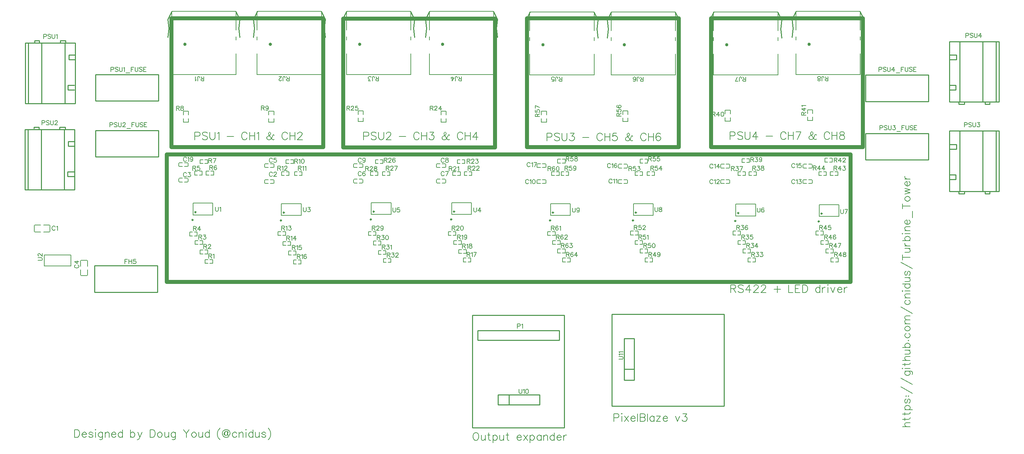
<source format=gto>
G04 Layer: TopSilkscreenLayer*
G04 EasyEDA v6.5.9, 2022-07-19 10:17:32*
G04 949b56ed96714d3c9a1e36b78244d617,84c7e2b185e6486294edc9ff802fc075,10*
G04 Gerber Generator version 0.2*
G04 Scale: 100 percent, Rotated: No, Reflected: No *
G04 Dimensions in millimeters *
G04 leading zeros omitted , absolute positions ,4 integer and 5 decimal *
%FSLAX45Y45*%
%MOMM*%

%ADD10C,0.2032*%
%ADD11C,0.1524*%
%ADD12C,0.2540*%
%ADD13C,0.2007*%
%ADD14C,0.4000*%
%ADD15C,0.3000*%
%ADD16C,1.0000*%
%ADD17C,0.0136*%

%LPD*%
D10*
X12336272Y6046978D02*
G01*
X12317729Y6037834D01*
X12299441Y6019292D01*
X12290043Y6000750D01*
X12280900Y5973063D01*
X12280900Y5927089D01*
X12290043Y5899150D01*
X12299441Y5880862D01*
X12317729Y5862320D01*
X12336272Y5853176D01*
X12373356Y5853176D01*
X12391643Y5862320D01*
X12410186Y5880862D01*
X12419329Y5899150D01*
X12428727Y5927089D01*
X12428727Y5973063D01*
X12419329Y6000750D01*
X12410186Y6019292D01*
X12391643Y6037834D01*
X12373356Y6046978D01*
X12336272Y6046978D01*
X12489688Y5982462D02*
G01*
X12489688Y5890005D01*
X12498831Y5862320D01*
X12517374Y5853176D01*
X12545059Y5853176D01*
X12563602Y5862320D01*
X12591288Y5890005D01*
X12591288Y5982462D02*
G01*
X12591288Y5853176D01*
X12679934Y6046978D02*
G01*
X12679934Y5890005D01*
X12689077Y5862320D01*
X12707620Y5853176D01*
X12726161Y5853176D01*
X12652247Y5982462D02*
G01*
X12716763Y5982462D01*
X12787122Y5982462D02*
G01*
X12787122Y5788405D01*
X12787122Y5954776D02*
G01*
X12805409Y5973063D01*
X12823952Y5982462D01*
X12851638Y5982462D01*
X12870179Y5973063D01*
X12888722Y5954776D01*
X12897865Y5927089D01*
X12897865Y5908547D01*
X12888722Y5880862D01*
X12870179Y5862320D01*
X12851638Y5853176D01*
X12823952Y5853176D01*
X12805409Y5862320D01*
X12787122Y5880862D01*
X12958825Y5982462D02*
G01*
X12958825Y5890005D01*
X12967970Y5862320D01*
X12986511Y5853176D01*
X13014197Y5853176D01*
X13032740Y5862320D01*
X13060425Y5890005D01*
X13060425Y5982462D02*
G01*
X13060425Y5853176D01*
X13149072Y6046978D02*
G01*
X13149072Y5890005D01*
X13158470Y5862320D01*
X13176758Y5853176D01*
X13195300Y5853176D01*
X13121386Y5982462D02*
G01*
X13186156Y5982462D01*
X13398500Y5927089D02*
G01*
X13509243Y5927089D01*
X13509243Y5945378D01*
X13500100Y5963920D01*
X13490956Y5973063D01*
X13472413Y5982462D01*
X13444727Y5982462D01*
X13426186Y5973063D01*
X13407643Y5954776D01*
X13398500Y5927089D01*
X13398500Y5908547D01*
X13407643Y5880862D01*
X13426186Y5862320D01*
X13444727Y5853176D01*
X13472413Y5853176D01*
X13490956Y5862320D01*
X13509243Y5880862D01*
X13570204Y5982462D02*
G01*
X13671804Y5853176D01*
X13671804Y5982462D02*
G01*
X13570204Y5853176D01*
X13732763Y5982462D02*
G01*
X13732763Y5788405D01*
X13732763Y5954776D02*
G01*
X13751306Y5973063D01*
X13769847Y5982462D01*
X13797534Y5982462D01*
X13816075Y5973063D01*
X13834363Y5954776D01*
X13843761Y5927089D01*
X13843761Y5908547D01*
X13834363Y5880862D01*
X13816075Y5862320D01*
X13797534Y5853176D01*
X13769847Y5853176D01*
X13751306Y5862320D01*
X13732763Y5880862D01*
X14015466Y5982462D02*
G01*
X14015466Y5853176D01*
X14015466Y5954776D02*
G01*
X13996924Y5973063D01*
X13978636Y5982462D01*
X13950950Y5982462D01*
X13932408Y5973063D01*
X13913866Y5954776D01*
X13904722Y5927089D01*
X13904722Y5908547D01*
X13913866Y5880862D01*
X13932408Y5862320D01*
X13950950Y5853176D01*
X13978636Y5853176D01*
X13996924Y5862320D01*
X14015466Y5880862D01*
X14076425Y5982462D02*
G01*
X14076425Y5853176D01*
X14076425Y5945378D02*
G01*
X14104111Y5973063D01*
X14122654Y5982462D01*
X14150340Y5982462D01*
X14168881Y5973063D01*
X14178025Y5945378D01*
X14178025Y5853176D01*
X14349729Y6046978D02*
G01*
X14349729Y5853176D01*
X14349729Y5954776D02*
G01*
X14331441Y5973063D01*
X14312900Y5982462D01*
X14285213Y5982462D01*
X14266672Y5973063D01*
X14248129Y5954776D01*
X14238986Y5927089D01*
X14238986Y5908547D01*
X14248129Y5880862D01*
X14266672Y5862320D01*
X14285213Y5853176D01*
X14312900Y5853176D01*
X14331441Y5862320D01*
X14349729Y5880862D01*
X14410690Y5927089D02*
G01*
X14521688Y5927089D01*
X14521688Y5945378D01*
X14512290Y5963920D01*
X14503145Y5973063D01*
X14484604Y5982462D01*
X14456918Y5982462D01*
X14438629Y5973063D01*
X14420088Y5954776D01*
X14410690Y5927089D01*
X14410690Y5908547D01*
X14420088Y5880862D01*
X14438629Y5862320D01*
X14456918Y5853176D01*
X14484604Y5853176D01*
X14503145Y5862320D01*
X14521688Y5880862D01*
X14582647Y5982462D02*
G01*
X14582647Y5853176D01*
X14582647Y5927089D02*
G01*
X14591791Y5954776D01*
X14610334Y5973063D01*
X14628875Y5982462D01*
X14656561Y5982462D01*
X15862300Y6529578D02*
G01*
X15862300Y6335776D01*
X15862300Y6529578D02*
G01*
X15945358Y6529578D01*
X15973043Y6520434D01*
X15982441Y6511289D01*
X15991586Y6492747D01*
X15991586Y6465062D01*
X15982441Y6446520D01*
X15973043Y6437376D01*
X15945358Y6427978D01*
X15862300Y6427978D01*
X16052545Y6529578D02*
G01*
X16061690Y6520434D01*
X16071088Y6529578D01*
X16061690Y6538976D01*
X16052545Y6529578D01*
X16061690Y6465062D02*
G01*
X16061690Y6335776D01*
X16132047Y6465062D02*
G01*
X16233647Y6335776D01*
X16233647Y6465062D02*
G01*
X16132047Y6335776D01*
X16294608Y6409689D02*
G01*
X16405352Y6409689D01*
X16405352Y6427978D01*
X16396208Y6446520D01*
X16386809Y6455663D01*
X16368522Y6465062D01*
X16340836Y6465062D01*
X16322293Y6455663D01*
X16303752Y6437376D01*
X16294608Y6409689D01*
X16294608Y6391147D01*
X16303752Y6363462D01*
X16322293Y6344920D01*
X16340836Y6335776D01*
X16368522Y6335776D01*
X16386809Y6344920D01*
X16405352Y6363462D01*
X16466311Y6529578D02*
G01*
X16466311Y6335776D01*
X16527272Y6529578D02*
G01*
X16527272Y6335776D01*
X16527272Y6529578D02*
G01*
X16610329Y6529578D01*
X16638270Y6520434D01*
X16647413Y6511289D01*
X16656558Y6492747D01*
X16656558Y6474205D01*
X16647413Y6455663D01*
X16638270Y6446520D01*
X16610329Y6437376D01*
X16527272Y6437376D02*
G01*
X16610329Y6437376D01*
X16638270Y6427978D01*
X16647413Y6418834D01*
X16656558Y6400292D01*
X16656558Y6372605D01*
X16647413Y6354063D01*
X16638270Y6344920D01*
X16610329Y6335776D01*
X16527272Y6335776D01*
X16717518Y6529578D02*
G01*
X16717518Y6335776D01*
X16889475Y6465062D02*
G01*
X16889475Y6335776D01*
X16889475Y6437376D02*
G01*
X16870934Y6455663D01*
X16852391Y6465062D01*
X16824706Y6465062D01*
X16806163Y6455663D01*
X16787875Y6437376D01*
X16778477Y6409689D01*
X16778477Y6391147D01*
X16787875Y6363462D01*
X16806163Y6344920D01*
X16824706Y6335776D01*
X16852391Y6335776D01*
X16870934Y6344920D01*
X16889475Y6363462D01*
X17052036Y6465062D02*
G01*
X16950436Y6335776D01*
X16950436Y6465062D02*
G01*
X17052036Y6465062D01*
X16950436Y6335776D02*
G01*
X17052036Y6335776D01*
X17112995Y6409689D02*
G01*
X17223740Y6409689D01*
X17223740Y6427978D01*
X17214595Y6446520D01*
X17205198Y6455663D01*
X17186909Y6465062D01*
X17158970Y6465062D01*
X17140681Y6455663D01*
X17122140Y6437376D01*
X17112995Y6409689D01*
X17112995Y6391147D01*
X17122140Y6363462D01*
X17140681Y6344920D01*
X17158970Y6335776D01*
X17186909Y6335776D01*
X17205198Y6344920D01*
X17223740Y6363462D01*
X17426940Y6465062D02*
G01*
X17482311Y6335776D01*
X17537684Y6465062D02*
G01*
X17482311Y6335776D01*
X17617186Y6529578D02*
G01*
X17718786Y6529578D01*
X17663413Y6455663D01*
X17691100Y6455663D01*
X17709641Y6446520D01*
X17718786Y6437376D01*
X17727929Y6409689D01*
X17727929Y6391147D01*
X17718786Y6363462D01*
X17700243Y6344920D01*
X17672558Y6335776D01*
X17644872Y6335776D01*
X17617186Y6344920D01*
X17608041Y6354063D01*
X17598643Y6372605D01*
X18834100Y9806178D02*
G01*
X18834100Y9612376D01*
X18834100Y9806178D02*
G01*
X18917158Y9806178D01*
X18944843Y9797034D01*
X18954241Y9787889D01*
X18963386Y9769347D01*
X18963386Y9750805D01*
X18954241Y9732263D01*
X18944843Y9723120D01*
X18917158Y9713976D01*
X18834100Y9713976D01*
X18898870Y9713976D02*
G01*
X18963386Y9612376D01*
X19153631Y9778492D02*
G01*
X19135090Y9797034D01*
X19107404Y9806178D01*
X19070574Y9806178D01*
X19042888Y9797034D01*
X19024345Y9778492D01*
X19024345Y9759950D01*
X19033490Y9741662D01*
X19042888Y9732263D01*
X19061429Y9723120D01*
X19116802Y9704578D01*
X19135090Y9695434D01*
X19144488Y9686289D01*
X19153631Y9667747D01*
X19153631Y9640062D01*
X19135090Y9621520D01*
X19107404Y9612376D01*
X19070574Y9612376D01*
X19042888Y9621520D01*
X19024345Y9640062D01*
X19307048Y9806178D02*
G01*
X19214591Y9676892D01*
X19353275Y9676892D01*
X19307048Y9806178D02*
G01*
X19307048Y9612376D01*
X19423379Y9759950D02*
G01*
X19423379Y9769347D01*
X19432524Y9787889D01*
X19441922Y9797034D01*
X19460209Y9806178D01*
X19497293Y9806178D01*
X19515836Y9797034D01*
X19524979Y9787889D01*
X19534124Y9769347D01*
X19534124Y9750805D01*
X19524979Y9732263D01*
X19506438Y9704578D01*
X19414236Y9612376D01*
X19543522Y9612376D01*
X19613625Y9759950D02*
G01*
X19613625Y9769347D01*
X19622770Y9787889D01*
X19632168Y9797034D01*
X19650709Y9806178D01*
X19687540Y9806178D01*
X19706081Y9797034D01*
X19715225Y9787889D01*
X19724370Y9769347D01*
X19724370Y9750805D01*
X19715225Y9732263D01*
X19696684Y9704578D01*
X19604481Y9612376D01*
X19733768Y9612376D01*
X20020025Y9778492D02*
G01*
X20020025Y9612376D01*
X19936968Y9695434D02*
G01*
X20103084Y9695434D01*
X20306284Y9806178D02*
G01*
X20306284Y9612376D01*
X20306284Y9612376D02*
G01*
X20417281Y9612376D01*
X20478241Y9806178D02*
G01*
X20478241Y9612376D01*
X20478241Y9806178D02*
G01*
X20598129Y9806178D01*
X20478241Y9713976D02*
G01*
X20552156Y9713976D01*
X20478241Y9612376D02*
G01*
X20598129Y9612376D01*
X20659090Y9806178D02*
G01*
X20659090Y9612376D01*
X20659090Y9806178D02*
G01*
X20723859Y9806178D01*
X20751545Y9797034D01*
X20770088Y9778492D01*
X20779231Y9759950D01*
X20788629Y9732263D01*
X20788629Y9686289D01*
X20779231Y9658350D01*
X20770088Y9640062D01*
X20751545Y9621520D01*
X20723859Y9612376D01*
X20659090Y9612376D01*
X21102574Y9806178D02*
G01*
X21102574Y9612376D01*
X21102574Y9713976D02*
G01*
X21084031Y9732263D01*
X21065490Y9741662D01*
X21037804Y9741662D01*
X21019516Y9732263D01*
X21000974Y9713976D01*
X20991829Y9686289D01*
X20991829Y9667747D01*
X21000974Y9640062D01*
X21019516Y9621520D01*
X21037804Y9612376D01*
X21065490Y9612376D01*
X21084031Y9621520D01*
X21102574Y9640062D01*
X21163534Y9741662D02*
G01*
X21163534Y9612376D01*
X21163534Y9686289D02*
G01*
X21172677Y9713976D01*
X21191220Y9732263D01*
X21209761Y9741662D01*
X21237448Y9741662D01*
X21298408Y9806178D02*
G01*
X21307552Y9797034D01*
X21316950Y9806178D01*
X21307552Y9815576D01*
X21298408Y9806178D01*
X21307552Y9741662D02*
G01*
X21307552Y9612376D01*
X21377909Y9741662D02*
G01*
X21433281Y9612376D01*
X21488654Y9741662D02*
G01*
X21433281Y9612376D01*
X21549613Y9686289D02*
G01*
X21660358Y9686289D01*
X21660358Y9704578D01*
X21651213Y9723120D01*
X21642070Y9732263D01*
X21623527Y9741662D01*
X21595841Y9741662D01*
X21577300Y9732263D01*
X21558758Y9713976D01*
X21549613Y9686289D01*
X21549613Y9667747D01*
X21558758Y9640062D01*
X21577300Y9621520D01*
X21595841Y9612376D01*
X21623527Y9612376D01*
X21642070Y9621520D01*
X21660358Y9640062D01*
X21721318Y9741662D02*
G01*
X21721318Y9612376D01*
X21721318Y9686289D02*
G01*
X21730716Y9713976D01*
X21749004Y9732263D01*
X21767545Y9741662D01*
X21795231Y9741662D01*
X2146300Y6123178D02*
G01*
X2146300Y5929376D01*
X2146300Y6123178D02*
G01*
X2211070Y6123178D01*
X2238756Y6114034D01*
X2257043Y6095492D01*
X2266441Y6076950D01*
X2275586Y6049263D01*
X2275586Y6003289D01*
X2266441Y5975350D01*
X2257043Y5957062D01*
X2238756Y5938520D01*
X2211070Y5929376D01*
X2146300Y5929376D01*
X2336545Y6003289D02*
G01*
X2447290Y6003289D01*
X2447290Y6021578D01*
X2438145Y6040120D01*
X2429002Y6049263D01*
X2410459Y6058662D01*
X2382774Y6058662D01*
X2364231Y6049263D01*
X2345690Y6030976D01*
X2336545Y6003289D01*
X2336545Y5984747D01*
X2345690Y5957062D01*
X2364231Y5938520D01*
X2382774Y5929376D01*
X2410459Y5929376D01*
X2429002Y5938520D01*
X2447290Y5957062D01*
X2609850Y6030976D02*
G01*
X2600706Y6049263D01*
X2573020Y6058662D01*
X2545334Y6058662D01*
X2517647Y6049263D01*
X2508250Y6030976D01*
X2517647Y6012434D01*
X2536190Y6003289D01*
X2582163Y5993892D01*
X2600706Y5984747D01*
X2609850Y5966205D01*
X2609850Y5957062D01*
X2600706Y5938520D01*
X2573020Y5929376D01*
X2545334Y5929376D01*
X2517647Y5938520D01*
X2508250Y5957062D01*
X2670809Y6123178D02*
G01*
X2680208Y6114034D01*
X2689352Y6123178D01*
X2680208Y6132576D01*
X2670809Y6123178D01*
X2680208Y6058662D02*
G01*
X2680208Y5929376D01*
X2861309Y6058662D02*
G01*
X2861309Y5910834D01*
X2851911Y5883147D01*
X2842768Y5873750D01*
X2824225Y5864605D01*
X2796540Y5864605D01*
X2777997Y5873750D01*
X2861309Y6030976D02*
G01*
X2842768Y6049263D01*
X2824225Y6058662D01*
X2796540Y6058662D01*
X2777997Y6049263D01*
X2759709Y6030976D01*
X2750311Y6003289D01*
X2750311Y5984747D01*
X2759709Y5957062D01*
X2777997Y5938520D01*
X2796540Y5929376D01*
X2824225Y5929376D01*
X2842768Y5938520D01*
X2861309Y5957062D01*
X2922270Y6058662D02*
G01*
X2922270Y5929376D01*
X2922270Y6021578D02*
G01*
X2949956Y6049263D01*
X2968243Y6058662D01*
X2995929Y6058662D01*
X3014472Y6049263D01*
X3023870Y6021578D01*
X3023870Y5929376D01*
X3084829Y6003289D02*
G01*
X3195574Y6003289D01*
X3195574Y6021578D01*
X3186429Y6040120D01*
X3177031Y6049263D01*
X3158490Y6058662D01*
X3130804Y6058662D01*
X3112515Y6049263D01*
X3093974Y6030976D01*
X3084829Y6003289D01*
X3084829Y5984747D01*
X3093974Y5957062D01*
X3112515Y5938520D01*
X3130804Y5929376D01*
X3158490Y5929376D01*
X3177031Y5938520D01*
X3195574Y5957062D01*
X3367277Y6123178D02*
G01*
X3367277Y5929376D01*
X3367277Y6030976D02*
G01*
X3348990Y6049263D01*
X3330447Y6058662D01*
X3302761Y6058662D01*
X3284220Y6049263D01*
X3265677Y6030976D01*
X3256534Y6003289D01*
X3256534Y5984747D01*
X3265677Y5957062D01*
X3284220Y5938520D01*
X3302761Y5929376D01*
X3330447Y5929376D01*
X3348990Y5938520D01*
X3367277Y5957062D01*
X3570477Y6123178D02*
G01*
X3570477Y5929376D01*
X3570477Y6030976D02*
G01*
X3589020Y6049263D01*
X3607561Y6058662D01*
X3635247Y6058662D01*
X3653790Y6049263D01*
X3672077Y6030976D01*
X3681475Y6003289D01*
X3681475Y5984747D01*
X3672077Y5957062D01*
X3653790Y5938520D01*
X3635247Y5929376D01*
X3607561Y5929376D01*
X3589020Y5938520D01*
X3570477Y5957062D01*
X3751579Y6058662D02*
G01*
X3806952Y5929376D01*
X3862324Y6058662D02*
G01*
X3806952Y5929376D01*
X3788409Y5892292D01*
X3770122Y5873750D01*
X3751579Y5864605D01*
X3742436Y5864605D01*
X4065524Y6123178D02*
G01*
X4065524Y5929376D01*
X4065524Y6123178D02*
G01*
X4130293Y6123178D01*
X4157979Y6114034D01*
X4176522Y6095492D01*
X4185665Y6076950D01*
X4194809Y6049263D01*
X4194809Y6003289D01*
X4185665Y5975350D01*
X4176522Y5957062D01*
X4157979Y5938520D01*
X4130293Y5929376D01*
X4065524Y5929376D01*
X4301997Y6058662D02*
G01*
X4283709Y6049263D01*
X4265168Y6030976D01*
X4255770Y6003289D01*
X4255770Y5984747D01*
X4265168Y5957062D01*
X4283709Y5938520D01*
X4301997Y5929376D01*
X4329684Y5929376D01*
X4348225Y5938520D01*
X4366768Y5957062D01*
X4375911Y5984747D01*
X4375911Y6003289D01*
X4366768Y6030976D01*
X4348225Y6049263D01*
X4329684Y6058662D01*
X4301997Y6058662D01*
X4436872Y6058662D02*
G01*
X4436872Y5966205D01*
X4446270Y5938520D01*
X4464558Y5929376D01*
X4492243Y5929376D01*
X4510786Y5938520D01*
X4538472Y5966205D01*
X4538472Y6058662D02*
G01*
X4538472Y5929376D01*
X4710429Y6058662D02*
G01*
X4710429Y5910834D01*
X4701031Y5883147D01*
X4691888Y5873750D01*
X4673345Y5864605D01*
X4645659Y5864605D01*
X4627118Y5873750D01*
X4710429Y6030976D02*
G01*
X4691888Y6049263D01*
X4673345Y6058662D01*
X4645659Y6058662D01*
X4627118Y6049263D01*
X4608829Y6030976D01*
X4599431Y6003289D01*
X4599431Y5984747D01*
X4608829Y5957062D01*
X4627118Y5938520D01*
X4645659Y5929376D01*
X4673345Y5929376D01*
X4691888Y5938520D01*
X4710429Y5957062D01*
X4913629Y6123178D02*
G01*
X4987290Y6030976D01*
X4987290Y5929376D01*
X5061204Y6123178D02*
G01*
X4987290Y6030976D01*
X5168391Y6058662D02*
G01*
X5149850Y6049263D01*
X5131561Y6030976D01*
X5122163Y6003289D01*
X5122163Y5984747D01*
X5131561Y5957062D01*
X5149850Y5938520D01*
X5168391Y5929376D01*
X5196077Y5929376D01*
X5214620Y5938520D01*
X5233161Y5957062D01*
X5242306Y5984747D01*
X5242306Y6003289D01*
X5233161Y6030976D01*
X5214620Y6049263D01*
X5196077Y6058662D01*
X5168391Y6058662D01*
X5303265Y6058662D02*
G01*
X5303265Y5966205D01*
X5312409Y5938520D01*
X5330952Y5929376D01*
X5358638Y5929376D01*
X5377179Y5938520D01*
X5404865Y5966205D01*
X5404865Y6058662D02*
G01*
X5404865Y5929376D01*
X5576570Y6123178D02*
G01*
X5576570Y5929376D01*
X5576570Y6030976D02*
G01*
X5558281Y6049263D01*
X5539740Y6058662D01*
X5512054Y6058662D01*
X5493511Y6049263D01*
X5474970Y6030976D01*
X5465825Y6003289D01*
X5465825Y5984747D01*
X5474970Y5957062D01*
X5493511Y5938520D01*
X5512054Y5929376D01*
X5539740Y5929376D01*
X5558281Y5938520D01*
X5576570Y5957062D01*
X5844540Y6160262D02*
G01*
X5825997Y6141720D01*
X5807709Y6114034D01*
X5789168Y6076950D01*
X5779770Y6030976D01*
X5779770Y5993892D01*
X5789168Y5947663D01*
X5807709Y5910834D01*
X5825997Y5883147D01*
X5844540Y5864605D01*
X6043929Y6049263D02*
G01*
X6034786Y6067805D01*
X6016243Y6076950D01*
X5988558Y6076950D01*
X5970270Y6067805D01*
X5960872Y6058662D01*
X5951727Y6030976D01*
X5951727Y6003289D01*
X5960872Y5984747D01*
X5979413Y5975350D01*
X6007100Y5975350D01*
X6025641Y5984747D01*
X6034786Y6003289D01*
X5988558Y6076950D02*
G01*
X5970270Y6058662D01*
X5960872Y6030976D01*
X5960872Y6003289D01*
X5970270Y5984747D01*
X5979413Y5975350D01*
X6043929Y6076950D02*
G01*
X6034786Y6003289D01*
X6034786Y5984747D01*
X6053327Y5975350D01*
X6071870Y5975350D01*
X6090158Y5993892D01*
X6099556Y6021578D01*
X6099556Y6040120D01*
X6090158Y6067805D01*
X6081013Y6086347D01*
X6062472Y6104889D01*
X6043929Y6114034D01*
X6016243Y6123178D01*
X5988558Y6123178D01*
X5960872Y6114034D01*
X5942329Y6104889D01*
X5924041Y6086347D01*
X5914643Y6067805D01*
X5905500Y6040120D01*
X5905500Y6012434D01*
X5914643Y5984747D01*
X5924041Y5966205D01*
X5942329Y5947663D01*
X5960872Y5938520D01*
X5988558Y5929376D01*
X6016243Y5929376D01*
X6043929Y5938520D01*
X6062472Y5947663D01*
X6071870Y5957062D01*
X6053327Y6076950D02*
G01*
X6043929Y6003289D01*
X6043929Y5984747D01*
X6053327Y5975350D01*
X6271259Y6030976D02*
G01*
X6252718Y6049263D01*
X6234429Y6058662D01*
X6206490Y6058662D01*
X6188202Y6049263D01*
X6169659Y6030976D01*
X6160515Y6003289D01*
X6160515Y5984747D01*
X6169659Y5957062D01*
X6188202Y5938520D01*
X6206490Y5929376D01*
X6234429Y5929376D01*
X6252718Y5938520D01*
X6271259Y5957062D01*
X6332220Y6058662D02*
G01*
X6332220Y5929376D01*
X6332220Y6021578D02*
G01*
X6359906Y6049263D01*
X6378447Y6058662D01*
X6406134Y6058662D01*
X6424675Y6049263D01*
X6433820Y6021578D01*
X6433820Y5929376D01*
X6494779Y6123178D02*
G01*
X6503924Y6114034D01*
X6513322Y6123178D01*
X6503924Y6132576D01*
X6494779Y6123178D01*
X6503924Y6058662D02*
G01*
X6503924Y5929376D01*
X6685025Y6123178D02*
G01*
X6685025Y5929376D01*
X6685025Y6030976D02*
G01*
X6666484Y6049263D01*
X6648195Y6058662D01*
X6620509Y6058662D01*
X6601968Y6049263D01*
X6583425Y6030976D01*
X6574281Y6003289D01*
X6574281Y5984747D01*
X6583425Y5957062D01*
X6601968Y5938520D01*
X6620509Y5929376D01*
X6648195Y5929376D01*
X6666484Y5938520D01*
X6685025Y5957062D01*
X6745986Y6058662D02*
G01*
X6745986Y5966205D01*
X6755129Y5938520D01*
X6773672Y5929376D01*
X6801358Y5929376D01*
X6819900Y5938520D01*
X6847586Y5966205D01*
X6847586Y6058662D02*
G01*
X6847586Y5929376D01*
X7010145Y6030976D02*
G01*
X7001002Y6049263D01*
X6973315Y6058662D01*
X6945629Y6058662D01*
X6917690Y6049263D01*
X6908545Y6030976D01*
X6917690Y6012434D01*
X6936231Y6003289D01*
X6982459Y5993892D01*
X7001002Y5984747D01*
X7010145Y5966205D01*
X7010145Y5957062D01*
X7001002Y5938520D01*
X6973315Y5929376D01*
X6945629Y5929376D01*
X6917690Y5938520D01*
X6908545Y5957062D01*
X7071106Y6160262D02*
G01*
X7089647Y6141720D01*
X7108190Y6114034D01*
X7126477Y6076950D01*
X7135875Y6030976D01*
X7135875Y5993892D01*
X7126477Y5947663D01*
X7108190Y5910834D01*
X7089647Y5883147D01*
X7071106Y5864605D01*
X23201122Y6197600D02*
G01*
X23394924Y6197600D01*
X23302722Y6197600D02*
G01*
X23275036Y6225286D01*
X23265638Y6243828D01*
X23265638Y6271513D01*
X23275036Y6290055D01*
X23302722Y6299200D01*
X23394924Y6299200D01*
X23201122Y6387845D02*
G01*
X23358093Y6387845D01*
X23385779Y6396989D01*
X23394924Y6415531D01*
X23394924Y6434073D01*
X23265638Y6360160D02*
G01*
X23265638Y6424929D01*
X23201122Y6522720D02*
G01*
X23358093Y6522720D01*
X23385779Y6531863D01*
X23394924Y6550405D01*
X23394924Y6568947D01*
X23265638Y6495034D02*
G01*
X23265638Y6559550D01*
X23265638Y6629908D02*
G01*
X23459693Y6629908D01*
X23293324Y6629908D02*
G01*
X23275036Y6648450D01*
X23265638Y6666737D01*
X23265638Y6694423D01*
X23275036Y6712965D01*
X23293324Y6731508D01*
X23321009Y6740652D01*
X23339552Y6740652D01*
X23367238Y6731508D01*
X23385779Y6712965D01*
X23394924Y6694423D01*
X23394924Y6666737D01*
X23385779Y6648450D01*
X23367238Y6629908D01*
X23293324Y6903212D02*
G01*
X23275036Y6894068D01*
X23265638Y6866381D01*
X23265638Y6838695D01*
X23275036Y6811010D01*
X23293324Y6801612D01*
X23311866Y6811010D01*
X23321009Y6829297D01*
X23330408Y6875526D01*
X23339552Y6894068D01*
X23358093Y6903212D01*
X23367238Y6903212D01*
X23385779Y6894068D01*
X23394924Y6866381D01*
X23394924Y6838695D01*
X23385779Y6811010D01*
X23367238Y6801612D01*
X23284179Y6973570D02*
G01*
X23293324Y6964171D01*
X23302722Y6973570D01*
X23293324Y6982713D01*
X23284179Y6973570D01*
X23348950Y6973570D02*
G01*
X23358093Y6964171D01*
X23367238Y6973570D01*
X23358093Y6982713D01*
X23348950Y6973570D01*
X23164038Y7209789D02*
G01*
X23459693Y7043673D01*
X23164038Y7437120D02*
G01*
X23459693Y7270750D01*
X23265638Y7608823D02*
G01*
X23413466Y7608823D01*
X23441152Y7599679D01*
X23450550Y7590536D01*
X23459693Y7571994D01*
X23459693Y7544308D01*
X23450550Y7525765D01*
X23293324Y7608823D02*
G01*
X23275036Y7590536D01*
X23265638Y7571994D01*
X23265638Y7544308D01*
X23275036Y7525765D01*
X23293324Y7507223D01*
X23321009Y7498079D01*
X23339552Y7498079D01*
X23367238Y7507223D01*
X23385779Y7525765D01*
X23394924Y7544308D01*
X23394924Y7571994D01*
X23385779Y7590536D01*
X23367238Y7608823D01*
X23201122Y7669784D02*
G01*
X23210266Y7679181D01*
X23201122Y7688326D01*
X23191724Y7679181D01*
X23201122Y7669784D01*
X23265638Y7679181D02*
G01*
X23394924Y7679181D01*
X23201122Y7776971D02*
G01*
X23358093Y7776971D01*
X23385779Y7786370D01*
X23394924Y7804658D01*
X23394924Y7823200D01*
X23265638Y7749286D02*
G01*
X23265638Y7814055D01*
X23201122Y7884160D02*
G01*
X23394924Y7884160D01*
X23302722Y7884160D02*
G01*
X23275036Y7911845D01*
X23265638Y7930387D01*
X23265638Y7958073D01*
X23275036Y7976615D01*
X23302722Y7985760D01*
X23394924Y7985760D01*
X23265638Y8046720D02*
G01*
X23358093Y8046720D01*
X23385779Y8055863D01*
X23394924Y8074405D01*
X23394924Y8102092D01*
X23385779Y8120634D01*
X23358093Y8148320D01*
X23265638Y8148320D02*
G01*
X23394924Y8148320D01*
X23201122Y8209279D02*
G01*
X23394924Y8209279D01*
X23293324Y8209279D02*
G01*
X23275036Y8227821D01*
X23265638Y8246110D01*
X23265638Y8274050D01*
X23275036Y8292337D01*
X23293324Y8310879D01*
X23321009Y8320023D01*
X23339552Y8320023D01*
X23367238Y8310879D01*
X23385779Y8292337D01*
X23394924Y8274050D01*
X23394924Y8246110D01*
X23385779Y8227821D01*
X23367238Y8209279D01*
X23348950Y8390381D02*
G01*
X23358093Y8380984D01*
X23367238Y8390381D01*
X23358093Y8399526D01*
X23348950Y8390381D01*
X23293324Y8571229D02*
G01*
X23275036Y8552942D01*
X23265638Y8534400D01*
X23265638Y8506713D01*
X23275036Y8488171D01*
X23293324Y8469629D01*
X23321009Y8460486D01*
X23339552Y8460486D01*
X23367238Y8469629D01*
X23385779Y8488171D01*
X23394924Y8506713D01*
X23394924Y8534400D01*
X23385779Y8552942D01*
X23367238Y8571229D01*
X23265638Y8678418D02*
G01*
X23275036Y8660129D01*
X23293324Y8641587D01*
X23321009Y8632189D01*
X23339552Y8632189D01*
X23367238Y8641587D01*
X23385779Y8660129D01*
X23394924Y8678418D01*
X23394924Y8706104D01*
X23385779Y8724645D01*
X23367238Y8743187D01*
X23339552Y8752331D01*
X23321009Y8752331D01*
X23293324Y8743187D01*
X23275036Y8724645D01*
X23265638Y8706104D01*
X23265638Y8678418D01*
X23265638Y8813292D02*
G01*
X23394924Y8813292D01*
X23302722Y8813292D02*
G01*
X23275036Y8840978D01*
X23265638Y8859520D01*
X23265638Y8887205D01*
X23275036Y8905747D01*
X23302722Y8914892D01*
X23394924Y8914892D01*
X23302722Y8914892D02*
G01*
X23275036Y8942578D01*
X23265638Y8961120D01*
X23265638Y8988805D01*
X23275036Y9007347D01*
X23302722Y9016492D01*
X23394924Y9016492D01*
X23164038Y9243821D02*
G01*
X23459693Y9077452D01*
X23293324Y9415526D02*
G01*
X23275036Y9396984D01*
X23265638Y9378695D01*
X23265638Y9351010D01*
X23275036Y9332468D01*
X23293324Y9313926D01*
X23321009Y9304781D01*
X23339552Y9304781D01*
X23367238Y9313926D01*
X23385779Y9332468D01*
X23394924Y9351010D01*
X23394924Y9378695D01*
X23385779Y9396984D01*
X23367238Y9415526D01*
X23265638Y9476486D02*
G01*
X23394924Y9476486D01*
X23302722Y9476486D02*
G01*
X23275036Y9504171D01*
X23265638Y9522713D01*
X23265638Y9550400D01*
X23275036Y9568942D01*
X23302722Y9578086D01*
X23394924Y9578086D01*
X23201122Y9639045D02*
G01*
X23210266Y9648189D01*
X23201122Y9657587D01*
X23191724Y9648189D01*
X23201122Y9639045D01*
X23265638Y9648189D02*
G01*
X23394924Y9648189D01*
X23201122Y9829292D02*
G01*
X23394924Y9829292D01*
X23293324Y9829292D02*
G01*
X23275036Y9810750D01*
X23265638Y9792462D01*
X23265638Y9764776D01*
X23275036Y9746234D01*
X23293324Y9727692D01*
X23321009Y9718547D01*
X23339552Y9718547D01*
X23367238Y9727692D01*
X23385779Y9746234D01*
X23394924Y9764776D01*
X23394924Y9792462D01*
X23385779Y9810750D01*
X23367238Y9829292D01*
X23265638Y9890252D02*
G01*
X23358093Y9890252D01*
X23385779Y9899650D01*
X23394924Y9917937D01*
X23394924Y9945624D01*
X23385779Y9964165D01*
X23358093Y9991852D01*
X23265638Y9991852D02*
G01*
X23394924Y9991852D01*
X23293324Y10154412D02*
G01*
X23275036Y10145268D01*
X23265638Y10117581D01*
X23265638Y10089895D01*
X23275036Y10062210D01*
X23293324Y10052812D01*
X23311866Y10062210D01*
X23321009Y10080497D01*
X23330408Y10126726D01*
X23339552Y10145268D01*
X23358093Y10154412D01*
X23367238Y10154412D01*
X23385779Y10145268D01*
X23394924Y10117581D01*
X23394924Y10089895D01*
X23385779Y10062210D01*
X23367238Y10052812D01*
X23164038Y10381742D02*
G01*
X23459693Y10215371D01*
X23201122Y10507218D02*
G01*
X23394924Y10507218D01*
X23201122Y10442702D02*
G01*
X23201122Y10571987D01*
X23265638Y10632947D02*
G01*
X23358093Y10632947D01*
X23385779Y10642092D01*
X23394924Y10660634D01*
X23394924Y10688320D01*
X23385779Y10706862D01*
X23358093Y10734547D01*
X23265638Y10734547D02*
G01*
X23394924Y10734547D01*
X23265638Y10795508D02*
G01*
X23394924Y10795508D01*
X23321009Y10795508D02*
G01*
X23293324Y10804652D01*
X23275036Y10823194D01*
X23265638Y10841736D01*
X23265638Y10869421D01*
X23201122Y10930381D02*
G01*
X23394924Y10930381D01*
X23293324Y10930381D02*
G01*
X23275036Y10948670D01*
X23265638Y10967212D01*
X23265638Y10994897D01*
X23275036Y11013439D01*
X23293324Y11031981D01*
X23321009Y11041126D01*
X23339552Y11041126D01*
X23367238Y11031981D01*
X23385779Y11013439D01*
X23394924Y10994897D01*
X23394924Y10967212D01*
X23385779Y10948670D01*
X23367238Y10930381D01*
X23201122Y11102086D02*
G01*
X23210266Y11111229D01*
X23201122Y11120628D01*
X23191724Y11111229D01*
X23201122Y11102086D01*
X23265638Y11111229D02*
G01*
X23394924Y11111229D01*
X23265638Y11181587D02*
G01*
X23394924Y11181587D01*
X23302722Y11181587D02*
G01*
X23275036Y11209274D01*
X23265638Y11227815D01*
X23265638Y11255502D01*
X23275036Y11273789D01*
X23302722Y11283187D01*
X23394924Y11283187D01*
X23321009Y11344147D02*
G01*
X23321009Y11454892D01*
X23302722Y11454892D01*
X23284179Y11445747D01*
X23275036Y11436350D01*
X23265638Y11418062D01*
X23265638Y11390376D01*
X23275036Y11371834D01*
X23293324Y11353292D01*
X23321009Y11344147D01*
X23339552Y11344147D01*
X23367238Y11353292D01*
X23385779Y11371834D01*
X23394924Y11390376D01*
X23394924Y11418062D01*
X23385779Y11436350D01*
X23367238Y11454892D01*
X23459693Y11515852D02*
G01*
X23459693Y11682221D01*
X23201122Y11807697D02*
G01*
X23394924Y11807697D01*
X23201122Y11743181D02*
G01*
X23201122Y11872468D01*
X23265638Y11979655D02*
G01*
X23275036Y11961113D01*
X23293324Y11942571D01*
X23321009Y11933428D01*
X23339552Y11933428D01*
X23367238Y11942571D01*
X23385779Y11961113D01*
X23394924Y11979655D01*
X23394924Y12007342D01*
X23385779Y12025629D01*
X23367238Y12044171D01*
X23339552Y12053570D01*
X23321009Y12053570D01*
X23293324Y12044171D01*
X23275036Y12025629D01*
X23265638Y12007342D01*
X23265638Y11979655D01*
X23265638Y12114529D02*
G01*
X23394924Y12151360D01*
X23265638Y12188189D02*
G01*
X23394924Y12151360D01*
X23265638Y12188189D02*
G01*
X23394924Y12225274D01*
X23265638Y12262104D02*
G01*
X23394924Y12225274D01*
X23321009Y12323063D02*
G01*
X23321009Y12434062D01*
X23302722Y12434062D01*
X23284179Y12424663D01*
X23275036Y12415520D01*
X23265638Y12396978D01*
X23265638Y12369292D01*
X23275036Y12350750D01*
X23293324Y12332462D01*
X23321009Y12323063D01*
X23339552Y12323063D01*
X23367238Y12332462D01*
X23385779Y12350750D01*
X23394924Y12369292D01*
X23394924Y12396978D01*
X23385779Y12415520D01*
X23367238Y12434062D01*
X23265638Y12495021D02*
G01*
X23394924Y12495021D01*
X23321009Y12495021D02*
G01*
X23293324Y12504165D01*
X23275036Y12522708D01*
X23265638Y12541250D01*
X23265638Y12568936D01*
X5207000Y13692378D02*
G01*
X5207000Y13498576D01*
X5207000Y13692378D02*
G01*
X5290058Y13692378D01*
X5317743Y13683234D01*
X5327141Y13674089D01*
X5336286Y13655547D01*
X5336286Y13627862D01*
X5327141Y13609320D01*
X5317743Y13600176D01*
X5290058Y13590778D01*
X5207000Y13590778D01*
X5526531Y13664692D02*
G01*
X5507990Y13683234D01*
X5480304Y13692378D01*
X5443474Y13692378D01*
X5415788Y13683234D01*
X5397245Y13664692D01*
X5397245Y13646150D01*
X5406390Y13627862D01*
X5415788Y13618463D01*
X5434329Y13609320D01*
X5489702Y13590778D01*
X5507990Y13581634D01*
X5517388Y13572489D01*
X5526531Y13553947D01*
X5526531Y13526262D01*
X5507990Y13507720D01*
X5480304Y13498576D01*
X5443474Y13498576D01*
X5415788Y13507720D01*
X5397245Y13526262D01*
X5587491Y13692378D02*
G01*
X5587491Y13553947D01*
X5596890Y13526262D01*
X5615177Y13507720D01*
X5642863Y13498576D01*
X5661406Y13498576D01*
X5689091Y13507720D01*
X5707634Y13526262D01*
X5716777Y13553947D01*
X5716777Y13692378D01*
X5777738Y13655547D02*
G01*
X5796279Y13664692D01*
X5823965Y13692378D01*
X5823965Y13498576D01*
X6027165Y13581634D02*
G01*
X6193536Y13581634D01*
X6535165Y13646150D02*
G01*
X6526022Y13664692D01*
X6507479Y13683234D01*
X6488938Y13692378D01*
X6452108Y13692378D01*
X6433565Y13683234D01*
X6415024Y13664692D01*
X6405879Y13646150D01*
X6396736Y13618463D01*
X6396736Y13572489D01*
X6405879Y13544550D01*
X6415024Y13526262D01*
X6433565Y13507720D01*
X6452108Y13498576D01*
X6488938Y13498576D01*
X6507479Y13507720D01*
X6526022Y13526262D01*
X6535165Y13544550D01*
X6596125Y13692378D02*
G01*
X6596125Y13498576D01*
X6725411Y13692378D02*
G01*
X6725411Y13498576D01*
X6596125Y13600176D02*
G01*
X6725411Y13600176D01*
X6786372Y13655547D02*
G01*
X6804913Y13664692D01*
X6832600Y13692378D01*
X6832600Y13498576D01*
X7220458Y13609320D02*
G01*
X7220458Y13618463D01*
X7211313Y13627862D01*
X7202170Y13627862D01*
X7192772Y13618463D01*
X7183627Y13600176D01*
X7165086Y13553947D01*
X7146543Y13526262D01*
X7128256Y13507720D01*
X7109713Y13498576D01*
X7072629Y13498576D01*
X7054341Y13507720D01*
X7044943Y13516863D01*
X7035800Y13535405D01*
X7035800Y13553947D01*
X7044943Y13572489D01*
X7054341Y13581634D01*
X7118858Y13618463D01*
X7128256Y13627862D01*
X7137400Y13646150D01*
X7137400Y13664692D01*
X7128256Y13683234D01*
X7109713Y13692378D01*
X7091172Y13683234D01*
X7082027Y13664692D01*
X7082027Y13646150D01*
X7091172Y13618463D01*
X7109713Y13590778D01*
X7155941Y13526262D01*
X7174229Y13507720D01*
X7192772Y13498576D01*
X7211313Y13498576D01*
X7220458Y13507720D01*
X7220458Y13516863D01*
X7562341Y13646150D02*
G01*
X7552943Y13664692D01*
X7534656Y13683234D01*
X7516113Y13692378D01*
X7479029Y13692378D01*
X7460741Y13683234D01*
X7442200Y13664692D01*
X7433056Y13646150D01*
X7423658Y13618463D01*
X7423658Y13572489D01*
X7433056Y13544550D01*
X7442200Y13526262D01*
X7460741Y13507720D01*
X7479029Y13498576D01*
X7516113Y13498576D01*
X7534656Y13507720D01*
X7552943Y13526262D01*
X7562341Y13544550D01*
X7623302Y13692378D02*
G01*
X7623302Y13498576D01*
X7752588Y13692378D02*
G01*
X7752588Y13498576D01*
X7623302Y13600176D02*
G01*
X7752588Y13600176D01*
X7822691Y13646150D02*
G01*
X7822691Y13655547D01*
X7832090Y13674089D01*
X7841234Y13683234D01*
X7859775Y13692378D01*
X7896606Y13692378D01*
X7915147Y13683234D01*
X7924291Y13674089D01*
X7933690Y13655547D01*
X7933690Y13637005D01*
X7924291Y13618463D01*
X7905750Y13590778D01*
X7813547Y13498576D01*
X7942834Y13498576D01*
X9499600Y13692378D02*
G01*
X9499600Y13498576D01*
X9499600Y13692378D02*
G01*
X9582658Y13692378D01*
X9610343Y13683234D01*
X9619741Y13674089D01*
X9628886Y13655547D01*
X9628886Y13627862D01*
X9619741Y13609320D01*
X9610343Y13600176D01*
X9582658Y13590778D01*
X9499600Y13590778D01*
X9819131Y13664692D02*
G01*
X9800590Y13683234D01*
X9772904Y13692378D01*
X9736074Y13692378D01*
X9708388Y13683234D01*
X9689845Y13664692D01*
X9689845Y13646150D01*
X9698990Y13627862D01*
X9708388Y13618463D01*
X9726929Y13609320D01*
X9782302Y13590778D01*
X9800590Y13581634D01*
X9809988Y13572489D01*
X9819131Y13553947D01*
X9819131Y13526262D01*
X9800590Y13507720D01*
X9772904Y13498576D01*
X9736074Y13498576D01*
X9708388Y13507720D01*
X9689845Y13526262D01*
X9880091Y13692378D02*
G01*
X9880091Y13553947D01*
X9889490Y13526262D01*
X9907777Y13507720D01*
X9935463Y13498576D01*
X9954006Y13498576D01*
X9981691Y13507720D01*
X10000234Y13526262D01*
X10009377Y13553947D01*
X10009377Y13692378D01*
X10079736Y13646150D02*
G01*
X10079736Y13655547D01*
X10088879Y13674089D01*
X10098024Y13683234D01*
X10116565Y13692378D01*
X10153650Y13692378D01*
X10171938Y13683234D01*
X10181336Y13674089D01*
X10190479Y13655547D01*
X10190479Y13637005D01*
X10181336Y13618463D01*
X10162793Y13590778D01*
X10070338Y13498576D01*
X10199624Y13498576D01*
X10402824Y13581634D02*
G01*
X10569193Y13581634D01*
X10910824Y13646150D02*
G01*
X10901679Y13664692D01*
X10883138Y13683234D01*
X10864850Y13692378D01*
X10827765Y13692378D01*
X10809224Y13683234D01*
X10790936Y13664692D01*
X10781538Y13646150D01*
X10772393Y13618463D01*
X10772393Y13572489D01*
X10781538Y13544550D01*
X10790936Y13526262D01*
X10809224Y13507720D01*
X10827765Y13498576D01*
X10864850Y13498576D01*
X10883138Y13507720D01*
X10901679Y13526262D01*
X10910824Y13544550D01*
X10971784Y13692378D02*
G01*
X10971784Y13498576D01*
X11101070Y13692378D02*
G01*
X11101070Y13498576D01*
X10971784Y13600176D02*
G01*
X11101070Y13600176D01*
X11180572Y13692378D02*
G01*
X11282172Y13692378D01*
X11226800Y13618463D01*
X11254486Y13618463D01*
X11273027Y13609320D01*
X11282172Y13600176D01*
X11291570Y13572489D01*
X11291570Y13553947D01*
X11282172Y13526262D01*
X11263629Y13507720D01*
X11235943Y13498576D01*
X11208258Y13498576D01*
X11180572Y13507720D01*
X11171427Y13516863D01*
X11162029Y13535405D01*
X11679427Y13609320D02*
G01*
X11679427Y13618463D01*
X11670029Y13627862D01*
X11660886Y13627862D01*
X11651741Y13618463D01*
X11642343Y13600176D01*
X11624056Y13553947D01*
X11605513Y13526262D01*
X11586972Y13507720D01*
X11568429Y13498576D01*
X11531600Y13498576D01*
X11513058Y13507720D01*
X11503913Y13516863D01*
X11494770Y13535405D01*
X11494770Y13553947D01*
X11503913Y13572489D01*
X11513058Y13581634D01*
X11577827Y13618463D01*
X11586972Y13627862D01*
X11596370Y13646150D01*
X11596370Y13664692D01*
X11586972Y13683234D01*
X11568429Y13692378D01*
X11550141Y13683234D01*
X11540743Y13664692D01*
X11540743Y13646150D01*
X11550141Y13618463D01*
X11568429Y13590778D01*
X11614658Y13526262D01*
X11633200Y13507720D01*
X11651741Y13498576D01*
X11670029Y13498576D01*
X11679427Y13507720D01*
X11679427Y13516863D01*
X12021058Y13646150D02*
G01*
X12011913Y13664692D01*
X11993372Y13683234D01*
X11974829Y13692378D01*
X11938000Y13692378D01*
X11919458Y13683234D01*
X11901170Y13664692D01*
X11891772Y13646150D01*
X11882627Y13618463D01*
X11882627Y13572489D01*
X11891772Y13544550D01*
X11901170Y13526262D01*
X11919458Y13507720D01*
X11938000Y13498576D01*
X11974829Y13498576D01*
X11993372Y13507720D01*
X12011913Y13526262D01*
X12021058Y13544550D01*
X12082018Y13692378D02*
G01*
X12082018Y13498576D01*
X12211304Y13692378D02*
G01*
X12211304Y13498576D01*
X12082018Y13600176D02*
G01*
X12211304Y13600176D01*
X12364720Y13692378D02*
G01*
X12272263Y13563092D01*
X12410947Y13563092D01*
X12364720Y13692378D02*
G01*
X12364720Y13498576D01*
X14160500Y13666978D02*
G01*
X14160500Y13473176D01*
X14160500Y13666978D02*
G01*
X14243558Y13666978D01*
X14271243Y13657834D01*
X14280641Y13648689D01*
X14289786Y13630147D01*
X14289786Y13602462D01*
X14280641Y13583920D01*
X14271243Y13574776D01*
X14243558Y13565378D01*
X14160500Y13565378D01*
X14480031Y13639292D02*
G01*
X14461490Y13657834D01*
X14433804Y13666978D01*
X14396974Y13666978D01*
X14369288Y13657834D01*
X14350745Y13639292D01*
X14350745Y13620750D01*
X14359890Y13602462D01*
X14369288Y13593063D01*
X14387829Y13583920D01*
X14443202Y13565378D01*
X14461490Y13556234D01*
X14470888Y13547089D01*
X14480031Y13528547D01*
X14480031Y13500862D01*
X14461490Y13482320D01*
X14433804Y13473176D01*
X14396974Y13473176D01*
X14369288Y13482320D01*
X14350745Y13500862D01*
X14540991Y13666978D02*
G01*
X14540991Y13528547D01*
X14550390Y13500862D01*
X14568677Y13482320D01*
X14596363Y13473176D01*
X14614906Y13473176D01*
X14642591Y13482320D01*
X14661134Y13500862D01*
X14670277Y13528547D01*
X14670277Y13666978D01*
X14749779Y13666978D02*
G01*
X14851379Y13666978D01*
X14796008Y13593063D01*
X14823693Y13593063D01*
X14842236Y13583920D01*
X14851379Y13574776D01*
X14860524Y13547089D01*
X14860524Y13528547D01*
X14851379Y13500862D01*
X14832838Y13482320D01*
X14805152Y13473176D01*
X14777466Y13473176D01*
X14749779Y13482320D01*
X14740636Y13491463D01*
X14731238Y13510005D01*
X15063724Y13556234D02*
G01*
X15230093Y13556234D01*
X15571724Y13620750D02*
G01*
X15562579Y13639292D01*
X15544038Y13657834D01*
X15525750Y13666978D01*
X15488666Y13666978D01*
X15470124Y13657834D01*
X15451836Y13639292D01*
X15442438Y13620750D01*
X15433293Y13593063D01*
X15433293Y13547089D01*
X15442438Y13519150D01*
X15451836Y13500862D01*
X15470124Y13482320D01*
X15488666Y13473176D01*
X15525750Y13473176D01*
X15544038Y13482320D01*
X15562579Y13500862D01*
X15571724Y13519150D01*
X15632684Y13666978D02*
G01*
X15632684Y13473176D01*
X15761970Y13666978D02*
G01*
X15761970Y13473176D01*
X15632684Y13574776D02*
G01*
X15761970Y13574776D01*
X15933927Y13666978D02*
G01*
X15841472Y13666978D01*
X15832327Y13583920D01*
X15841472Y13593063D01*
X15869158Y13602462D01*
X15896843Y13602462D01*
X15924529Y13593063D01*
X15943072Y13574776D01*
X15952470Y13547089D01*
X15952470Y13528547D01*
X15943072Y13500862D01*
X15924529Y13482320D01*
X15896843Y13473176D01*
X15869158Y13473176D01*
X15841472Y13482320D01*
X15832327Y13491463D01*
X15822929Y13510005D01*
X16340327Y13583920D02*
G01*
X16340327Y13593063D01*
X16330929Y13602462D01*
X16321786Y13602462D01*
X16312641Y13593063D01*
X16303243Y13574776D01*
X16284956Y13528547D01*
X16266413Y13500862D01*
X16247872Y13482320D01*
X16229329Y13473176D01*
X16192500Y13473176D01*
X16173958Y13482320D01*
X16164813Y13491463D01*
X16155670Y13510005D01*
X16155670Y13528547D01*
X16164813Y13547089D01*
X16173958Y13556234D01*
X16238727Y13593063D01*
X16247872Y13602462D01*
X16257270Y13620750D01*
X16257270Y13639292D01*
X16247872Y13657834D01*
X16229329Y13666978D01*
X16211041Y13657834D01*
X16201643Y13639292D01*
X16201643Y13620750D01*
X16211041Y13593063D01*
X16229329Y13565378D01*
X16275558Y13500862D01*
X16294100Y13482320D01*
X16312641Y13473176D01*
X16330929Y13473176D01*
X16340327Y13482320D01*
X16340327Y13491463D01*
X16681958Y13620750D02*
G01*
X16672813Y13639292D01*
X16654272Y13657834D01*
X16635729Y13666978D01*
X16598900Y13666978D01*
X16580358Y13657834D01*
X16562070Y13639292D01*
X16552672Y13620750D01*
X16543527Y13593063D01*
X16543527Y13547089D01*
X16552672Y13519150D01*
X16562070Y13500862D01*
X16580358Y13482320D01*
X16598900Y13473176D01*
X16635729Y13473176D01*
X16654272Y13482320D01*
X16672813Y13500862D01*
X16681958Y13519150D01*
X16742918Y13666978D02*
G01*
X16742918Y13473176D01*
X16872204Y13666978D02*
G01*
X16872204Y13473176D01*
X16742918Y13574776D02*
G01*
X16872204Y13574776D01*
X17044161Y13639292D02*
G01*
X17034763Y13657834D01*
X17007077Y13666978D01*
X16988790Y13666978D01*
X16960850Y13657834D01*
X16942561Y13630147D01*
X16933163Y13583920D01*
X16933163Y13537692D01*
X16942561Y13500862D01*
X16960850Y13482320D01*
X16988790Y13473176D01*
X16997934Y13473176D01*
X17025620Y13482320D01*
X17044161Y13500862D01*
X17053306Y13528547D01*
X17053306Y13537692D01*
X17044161Y13565378D01*
X17025620Y13583920D01*
X16997934Y13593063D01*
X16988790Y13593063D01*
X16960850Y13583920D01*
X16942561Y13565378D01*
X16933163Y13537692D01*
X18818352Y13697457D02*
G01*
X18818352Y13503402D01*
X18818352Y13697457D02*
G01*
X18901663Y13697457D01*
X18929350Y13688060D01*
X18938493Y13678916D01*
X18947638Y13660374D01*
X18947638Y13632687D01*
X18938493Y13614145D01*
X18929350Y13605002D01*
X18901663Y13595857D01*
X18818352Y13595857D01*
X19137884Y13669518D02*
G01*
X19119595Y13688060D01*
X19091909Y13697457D01*
X19054825Y13697457D01*
X19027140Y13688060D01*
X19008598Y13669518D01*
X19008598Y13651229D01*
X19017995Y13632687D01*
X19027140Y13623544D01*
X19045681Y13614145D01*
X19101054Y13595857D01*
X19119595Y13586460D01*
X19128740Y13577316D01*
X19137884Y13558774D01*
X19137884Y13531087D01*
X19119595Y13512545D01*
X19091909Y13503402D01*
X19054825Y13503402D01*
X19027140Y13512545D01*
X19008598Y13531087D01*
X19198843Y13697457D02*
G01*
X19198843Y13558774D01*
X19208241Y13531087D01*
X19226784Y13512545D01*
X19254470Y13503402D01*
X19272758Y13503402D01*
X19300443Y13512545D01*
X19318986Y13531087D01*
X19328384Y13558774D01*
X19328384Y13697457D01*
X19481545Y13697457D02*
G01*
X19389343Y13567918D01*
X19527774Y13567918D01*
X19481545Y13697457D02*
G01*
X19481545Y13503402D01*
X19730974Y13586460D02*
G01*
X19897343Y13586460D01*
X20238974Y13651229D02*
G01*
X20229829Y13669518D01*
X20211288Y13688060D01*
X20192745Y13697457D01*
X20155916Y13697457D01*
X20137374Y13688060D01*
X20118831Y13669518D01*
X20109688Y13651229D01*
X20100543Y13623544D01*
X20100543Y13577316D01*
X20109688Y13549629D01*
X20118831Y13531087D01*
X20137374Y13512545D01*
X20155916Y13503402D01*
X20192745Y13503402D01*
X20211288Y13512545D01*
X20229829Y13531087D01*
X20238974Y13549629D01*
X20299934Y13697457D02*
G01*
X20299934Y13503402D01*
X20429220Y13697457D02*
G01*
X20429220Y13503402D01*
X20299934Y13605002D02*
G01*
X20429220Y13605002D01*
X20619466Y13697457D02*
G01*
X20527263Y13503402D01*
X20490179Y13697457D02*
G01*
X20619466Y13697457D01*
X21007324Y13614145D02*
G01*
X21007324Y13623544D01*
X20998179Y13632687D01*
X20989036Y13632687D01*
X20979638Y13623544D01*
X20970493Y13605002D01*
X20951952Y13558774D01*
X20933663Y13531087D01*
X20915122Y13512545D01*
X20896579Y13503402D01*
X20859750Y13503402D01*
X20841208Y13512545D01*
X20832063Y13521944D01*
X20822666Y13540231D01*
X20822666Y13558774D01*
X20832063Y13577316D01*
X20841208Y13586460D01*
X20905724Y13623544D01*
X20915122Y13632687D01*
X20924266Y13651229D01*
X20924266Y13669518D01*
X20915122Y13688060D01*
X20896579Y13697457D01*
X20878038Y13688060D01*
X20868893Y13669518D01*
X20868893Y13651229D01*
X20878038Y13623544D01*
X20896579Y13595857D01*
X20942808Y13531087D01*
X20961350Y13512545D01*
X20979638Y13503402D01*
X20998179Y13503402D01*
X21007324Y13512545D01*
X21007324Y13521944D01*
X21349208Y13651229D02*
G01*
X21340063Y13669518D01*
X21321522Y13688060D01*
X21302979Y13697457D01*
X21266150Y13697457D01*
X21247608Y13688060D01*
X21229066Y13669518D01*
X21219922Y13651229D01*
X21210524Y13623544D01*
X21210524Y13577316D01*
X21219922Y13549629D01*
X21229066Y13531087D01*
X21247608Y13512545D01*
X21266150Y13503402D01*
X21302979Y13503402D01*
X21321522Y13512545D01*
X21340063Y13531087D01*
X21349208Y13549629D01*
X21410168Y13697457D02*
G01*
X21410168Y13503402D01*
X21539454Y13697457D02*
G01*
X21539454Y13503402D01*
X21410168Y13605002D02*
G01*
X21539454Y13605002D01*
X21646641Y13697457D02*
G01*
X21618956Y13688060D01*
X21609558Y13669518D01*
X21609558Y13651229D01*
X21618956Y13632687D01*
X21637243Y13623544D01*
X21674327Y13614145D01*
X21702013Y13605002D01*
X21720556Y13586460D01*
X21729700Y13567918D01*
X21729700Y13540231D01*
X21720556Y13521944D01*
X21711158Y13512545D01*
X21683472Y13503402D01*
X21646641Y13503402D01*
X21618956Y13512545D01*
X21609558Y13521944D01*
X21600413Y13540231D01*
X21600413Y13567918D01*
X21609558Y13586460D01*
X21628100Y13605002D01*
X21655786Y13614145D01*
X21692870Y13623544D01*
X21711158Y13632687D01*
X21720556Y13651229D01*
X21720556Y13669518D01*
X21711158Y13688060D01*
X21683472Y13697457D01*
X21646641Y13697457D01*
D11*
X4992877Y13030708D02*
G01*
X4987543Y13041121D01*
X4977129Y13051536D01*
X4966970Y13056615D01*
X4946141Y13056615D01*
X4935727Y13051536D01*
X4925313Y13041121D01*
X4919979Y13030708D01*
X4914900Y13014960D01*
X4914900Y12989052D01*
X4919979Y12973558D01*
X4925313Y12963144D01*
X4935727Y12952729D01*
X4946141Y12947650D01*
X4966970Y12947650D01*
X4977129Y12952729D01*
X4987543Y12963144D01*
X4992877Y12973558D01*
X5027168Y13035787D02*
G01*
X5037581Y13041121D01*
X5053075Y13056615D01*
X5053075Y12947650D01*
X5154929Y13020294D02*
G01*
X5149850Y13004800D01*
X5139436Y12994386D01*
X5123688Y12989052D01*
X5118608Y12989052D01*
X5102859Y12994386D01*
X5092700Y13004800D01*
X5087365Y13020294D01*
X5087365Y13025374D01*
X5092700Y13041121D01*
X5102859Y13051536D01*
X5118608Y13056615D01*
X5123688Y13056615D01*
X5139436Y13051536D01*
X5149850Y13041121D01*
X5154929Y13020294D01*
X5154929Y12994386D01*
X5149850Y12968224D01*
X5139436Y12952729D01*
X5123688Y12947650D01*
X5113274Y12947650D01*
X5097779Y12952729D01*
X5092700Y12963144D01*
X7177277Y12649708D02*
G01*
X7171943Y12660121D01*
X7161529Y12670536D01*
X7151370Y12675615D01*
X7130541Y12675615D01*
X7120127Y12670536D01*
X7109713Y12660121D01*
X7104379Y12649708D01*
X7099300Y12633960D01*
X7099300Y12608052D01*
X7104379Y12592558D01*
X7109713Y12582144D01*
X7120127Y12571729D01*
X7130541Y12566650D01*
X7151370Y12566650D01*
X7161529Y12571729D01*
X7171943Y12582144D01*
X7177277Y12592558D01*
X7216647Y12649708D02*
G01*
X7216647Y12654787D01*
X7221981Y12665202D01*
X7227061Y12670536D01*
X7237475Y12675615D01*
X7258304Y12675615D01*
X7268718Y12670536D01*
X7273797Y12665202D01*
X7279131Y12654787D01*
X7279131Y12644374D01*
X7273797Y12633960D01*
X7263384Y12618465D01*
X7211568Y12566650D01*
X7284211Y12566650D01*
X9437877Y12662408D02*
G01*
X9432797Y12672821D01*
X9422384Y12683236D01*
X9411970Y12688315D01*
X9391141Y12688315D01*
X9380727Y12683236D01*
X9370313Y12672821D01*
X9365234Y12662408D01*
X9359900Y12646660D01*
X9359900Y12620752D01*
X9365234Y12605258D01*
X9370313Y12594844D01*
X9380727Y12584429D01*
X9391141Y12579350D01*
X9411970Y12579350D01*
X9422384Y12584429D01*
X9432797Y12594844D01*
X9437877Y12605258D01*
X9534652Y12672821D02*
G01*
X9529318Y12683236D01*
X9513824Y12688315D01*
X9503409Y12688315D01*
X9487915Y12683236D01*
X9477502Y12667487D01*
X9472168Y12641579D01*
X9472168Y12615671D01*
X9477502Y12594844D01*
X9487915Y12584429D01*
X9503409Y12579350D01*
X9508490Y12579350D01*
X9524238Y12584429D01*
X9534652Y12594844D01*
X9539731Y12610337D01*
X9539731Y12615671D01*
X9534652Y12631165D01*
X9524238Y12641579D01*
X9508490Y12646660D01*
X9503409Y12646660D01*
X9487915Y12641579D01*
X9477502Y12631165D01*
X9472168Y12615671D01*
X11546077Y12662408D02*
G01*
X11540997Y12672821D01*
X11530584Y12683236D01*
X11520170Y12688315D01*
X11499341Y12688315D01*
X11488927Y12683236D01*
X11478513Y12672821D01*
X11473434Y12662408D01*
X11468100Y12646660D01*
X11468100Y12620752D01*
X11473434Y12605258D01*
X11478513Y12594844D01*
X11488927Y12584429D01*
X11499341Y12579350D01*
X11520170Y12579350D01*
X11530584Y12584429D01*
X11540997Y12594844D01*
X11546077Y12605258D01*
X11653265Y12688315D02*
G01*
X11601195Y12579350D01*
X11580368Y12688315D02*
G01*
X11653265Y12688315D01*
X13694547Y12461377D02*
G01*
X13689213Y12471791D01*
X13678799Y12482205D01*
X13668639Y12487285D01*
X13647811Y12487285D01*
X13637397Y12482205D01*
X13626983Y12471791D01*
X13621649Y12461377D01*
X13616569Y12445629D01*
X13616569Y12419721D01*
X13621649Y12404227D01*
X13626983Y12393813D01*
X13637397Y12383399D01*
X13647811Y12378319D01*
X13668639Y12378319D01*
X13678799Y12383399D01*
X13689213Y12393813D01*
X13694547Y12404227D01*
X13728837Y12466457D02*
G01*
X13739251Y12471791D01*
X13754745Y12487285D01*
X13754745Y12378319D01*
X13820277Y12487285D02*
G01*
X13804529Y12482205D01*
X13794369Y12466457D01*
X13789035Y12440549D01*
X13789035Y12425055D01*
X13794369Y12398893D01*
X13804529Y12383399D01*
X13820277Y12378319D01*
X13830691Y12378319D01*
X13846185Y12383399D01*
X13856599Y12398893D01*
X13861679Y12425055D01*
X13861679Y12440549D01*
X13856599Y12466457D01*
X13846185Y12482205D01*
X13830691Y12487285D01*
X13820277Y12487285D01*
X15815447Y12474077D02*
G01*
X15810113Y12484491D01*
X15799699Y12494905D01*
X15789539Y12499985D01*
X15768711Y12499985D01*
X15758297Y12494905D01*
X15747883Y12484491D01*
X15742549Y12474077D01*
X15737469Y12458329D01*
X15737469Y12432421D01*
X15742549Y12416927D01*
X15747883Y12406513D01*
X15758297Y12396099D01*
X15768711Y12391019D01*
X15789539Y12391019D01*
X15799699Y12396099D01*
X15810113Y12406513D01*
X15815447Y12416927D01*
X15849737Y12479157D02*
G01*
X15860151Y12484491D01*
X15875645Y12499985D01*
X15875645Y12391019D01*
X15909935Y12479157D02*
G01*
X15920349Y12484491D01*
X15935843Y12499985D01*
X15935843Y12391019D01*
X18380847Y12855077D02*
G01*
X18375767Y12865491D01*
X18365353Y12875905D01*
X18354939Y12880985D01*
X18334111Y12880985D01*
X18323697Y12875905D01*
X18313283Y12865491D01*
X18308203Y12855077D01*
X18302869Y12839329D01*
X18302869Y12813421D01*
X18308203Y12797927D01*
X18313283Y12787513D01*
X18323697Y12777099D01*
X18334111Y12772019D01*
X18354939Y12772019D01*
X18365353Y12777099D01*
X18375767Y12787513D01*
X18380847Y12797927D01*
X18415137Y12860157D02*
G01*
X18425551Y12865491D01*
X18441045Y12880985D01*
X18441045Y12772019D01*
X18527405Y12880985D02*
G01*
X18475335Y12808341D01*
X18553313Y12808341D01*
X18527405Y12880985D02*
G01*
X18527405Y12772019D01*
X20463647Y12867777D02*
G01*
X20458567Y12878191D01*
X20448153Y12888605D01*
X20437739Y12893685D01*
X20416911Y12893685D01*
X20406497Y12888605D01*
X20396083Y12878191D01*
X20391003Y12867777D01*
X20385669Y12852029D01*
X20385669Y12826121D01*
X20391003Y12810627D01*
X20396083Y12800213D01*
X20406497Y12789799D01*
X20416911Y12784719D01*
X20437739Y12784719D01*
X20448153Y12789799D01*
X20458567Y12800213D01*
X20463647Y12810627D01*
X20497937Y12872857D02*
G01*
X20508351Y12878191D01*
X20523845Y12893685D01*
X20523845Y12784719D01*
X20620619Y12893685D02*
G01*
X20568549Y12893685D01*
X20563469Y12846949D01*
X20568549Y12852029D01*
X20584297Y12857363D01*
X20599791Y12857363D01*
X20615285Y12852029D01*
X20625699Y12841869D01*
X20631033Y12826121D01*
X20631033Y12815707D01*
X20625699Y12800213D01*
X20615285Y12789799D01*
X20599791Y12784719D01*
X20584297Y12784719D01*
X20568549Y12789799D01*
X20563469Y12794879D01*
X20558135Y12805293D01*
X5435600Y14997429D02*
G01*
X5435600Y15106395D01*
X5435600Y14997429D02*
G01*
X5388863Y14997429D01*
X5373370Y15002510D01*
X5368036Y15007844D01*
X5362956Y15018257D01*
X5362956Y15028671D01*
X5368036Y15039086D01*
X5373370Y15044166D01*
X5388863Y15049245D01*
X5435600Y15049245D01*
X5399277Y15049245D02*
G01*
X5362956Y15106395D01*
X5276595Y14997429D02*
G01*
X5276595Y15080487D01*
X5281929Y15096236D01*
X5287009Y15101316D01*
X5297424Y15106395D01*
X5307838Y15106395D01*
X5318252Y15101316D01*
X5323331Y15096236D01*
X5328665Y15080487D01*
X5328665Y15070074D01*
X5242306Y15018257D02*
G01*
X5231891Y15012924D01*
X5216397Y14997429D01*
X5216397Y15106395D01*
X7607300Y14997429D02*
G01*
X7607300Y15106395D01*
X7607300Y14997429D02*
G01*
X7560563Y14997429D01*
X7545070Y15002510D01*
X7539736Y15007844D01*
X7534656Y15018257D01*
X7534656Y15028671D01*
X7539736Y15039086D01*
X7545070Y15044166D01*
X7560563Y15049245D01*
X7607300Y15049245D01*
X7570977Y15049245D02*
G01*
X7534656Y15106395D01*
X7448295Y14997429D02*
G01*
X7448295Y15080487D01*
X7453629Y15096236D01*
X7458709Y15101316D01*
X7469124Y15106395D01*
X7479538Y15106395D01*
X7489952Y15101316D01*
X7495031Y15096236D01*
X7500365Y15080487D01*
X7500365Y15070074D01*
X7408925Y15023337D02*
G01*
X7408925Y15018257D01*
X7403591Y15007844D01*
X7398511Y15002510D01*
X7388097Y14997429D01*
X7367270Y14997429D01*
X7356856Y15002510D01*
X7351775Y15007844D01*
X7346441Y15018257D01*
X7346441Y15028671D01*
X7351775Y15039086D01*
X7362190Y15054579D01*
X7414006Y15106395D01*
X7341361Y15106395D01*
X9880600Y14997429D02*
G01*
X9880600Y15106395D01*
X9880600Y14997429D02*
G01*
X9833863Y14997429D01*
X9818370Y15002510D01*
X9813036Y15007844D01*
X9807956Y15018257D01*
X9807956Y15028671D01*
X9813036Y15039086D01*
X9818370Y15044166D01*
X9833863Y15049245D01*
X9880600Y15049245D01*
X9844277Y15049245D02*
G01*
X9807956Y15106395D01*
X9721595Y14997429D02*
G01*
X9721595Y15080487D01*
X9726929Y15096236D01*
X9732009Y15101316D01*
X9742424Y15106395D01*
X9752838Y15106395D01*
X9763252Y15101316D01*
X9768331Y15096236D01*
X9773665Y15080487D01*
X9773665Y15070074D01*
X9676891Y14997429D02*
G01*
X9619741Y14997429D01*
X9650984Y15039086D01*
X9635490Y15039086D01*
X9625075Y15044166D01*
X9619741Y15049245D01*
X9614661Y15064994D01*
X9614661Y15075407D01*
X9619741Y15090902D01*
X9630156Y15101316D01*
X9645650Y15106395D01*
X9661397Y15106395D01*
X9676891Y15101316D01*
X9682225Y15096236D01*
X9687306Y15085821D01*
X11988800Y14997429D02*
G01*
X11988800Y15106395D01*
X11988800Y14997429D02*
G01*
X11942063Y14997429D01*
X11926570Y15002510D01*
X11921236Y15007844D01*
X11916156Y15018257D01*
X11916156Y15028671D01*
X11921236Y15039086D01*
X11926570Y15044166D01*
X11942063Y15049245D01*
X11988800Y15049245D01*
X11952477Y15049245D02*
G01*
X11916156Y15106395D01*
X11829795Y14997429D02*
G01*
X11829795Y15080487D01*
X11835129Y15096236D01*
X11840209Y15101316D01*
X11850624Y15106395D01*
X11861038Y15106395D01*
X11871452Y15101316D01*
X11876531Y15096236D01*
X11881865Y15080487D01*
X11881865Y15070074D01*
X11743690Y14997429D02*
G01*
X11795506Y15070074D01*
X11717527Y15070074D01*
X11743690Y14997429D02*
G01*
X11743690Y15106395D01*
X14541500Y14984729D02*
G01*
X14541500Y15093695D01*
X14541500Y14984729D02*
G01*
X14494763Y14984729D01*
X14479270Y14989810D01*
X14473936Y14995144D01*
X14468856Y15005557D01*
X14468856Y15015971D01*
X14473936Y15026386D01*
X14479270Y15031466D01*
X14494763Y15036545D01*
X14541500Y15036545D01*
X14505177Y15036545D02*
G01*
X14468856Y15093695D01*
X14382495Y14984729D02*
G01*
X14382495Y15067787D01*
X14387829Y15083536D01*
X14392909Y15088616D01*
X14403324Y15093695D01*
X14413738Y15093695D01*
X14424152Y15088616D01*
X14429231Y15083536D01*
X14434566Y15067787D01*
X14434566Y15057374D01*
X14285975Y14984729D02*
G01*
X14337791Y14984729D01*
X14343125Y15031466D01*
X14337791Y15026386D01*
X14322297Y15021052D01*
X14306550Y15021052D01*
X14291056Y15026386D01*
X14280641Y15036545D01*
X14275561Y15052294D01*
X14275561Y15062707D01*
X14280641Y15078202D01*
X14291056Y15088616D01*
X14306550Y15093695D01*
X14322297Y15093695D01*
X14337791Y15088616D01*
X14343125Y15083536D01*
X14348206Y15073121D01*
X16611600Y14984729D02*
G01*
X16611600Y15093695D01*
X16611600Y14984729D02*
G01*
X16564863Y14984729D01*
X16549370Y14989810D01*
X16544036Y14995144D01*
X16538956Y15005557D01*
X16538956Y15015971D01*
X16544036Y15026386D01*
X16549370Y15031466D01*
X16564863Y15036545D01*
X16611600Y15036545D01*
X16575277Y15036545D02*
G01*
X16538956Y15093695D01*
X16452595Y14984729D02*
G01*
X16452595Y15067787D01*
X16457929Y15083536D01*
X16463009Y15088616D01*
X16473424Y15093695D01*
X16483838Y15093695D01*
X16494252Y15088616D01*
X16499331Y15083536D01*
X16504666Y15067787D01*
X16504666Y15057374D01*
X16356075Y15000224D02*
G01*
X16361156Y14989810D01*
X16376650Y14984729D01*
X16387063Y14984729D01*
X16402811Y14989810D01*
X16413225Y15005557D01*
X16418306Y15031466D01*
X16418306Y15057374D01*
X16413225Y15078202D01*
X16402811Y15088616D01*
X16387063Y15093695D01*
X16381984Y15093695D01*
X16366490Y15088616D01*
X16356075Y15078202D01*
X16350741Y15062707D01*
X16350741Y15057374D01*
X16356075Y15041879D01*
X16366490Y15031466D01*
X16381984Y15026386D01*
X16387063Y15026386D01*
X16402811Y15031466D01*
X16413225Y15041879D01*
X16418306Y15057374D01*
X19215100Y14984729D02*
G01*
X19215100Y15093695D01*
X19215100Y14984729D02*
G01*
X19168363Y14984729D01*
X19152870Y14989810D01*
X19147536Y14995144D01*
X19142456Y15005557D01*
X19142456Y15015971D01*
X19147536Y15026386D01*
X19152870Y15031466D01*
X19168363Y15036545D01*
X19215100Y15036545D01*
X19178777Y15036545D02*
G01*
X19142456Y15093695D01*
X19056095Y14984729D02*
G01*
X19056095Y15067787D01*
X19061429Y15083536D01*
X19066509Y15088616D01*
X19076924Y15093695D01*
X19087338Y15093695D01*
X19097752Y15088616D01*
X19102831Y15083536D01*
X19108166Y15067787D01*
X19108166Y15057374D01*
X18949161Y14984729D02*
G01*
X19000977Y15093695D01*
X19021806Y14984729D02*
G01*
X18949161Y14984729D01*
X21310600Y14997429D02*
G01*
X21310600Y15106395D01*
X21310600Y14997429D02*
G01*
X21263863Y14997429D01*
X21248370Y15002510D01*
X21243036Y15007844D01*
X21237956Y15018257D01*
X21237956Y15028671D01*
X21243036Y15039086D01*
X21248370Y15044166D01*
X21263863Y15049245D01*
X21310600Y15049245D01*
X21274277Y15049245D02*
G01*
X21237956Y15106395D01*
X21151595Y14997429D02*
G01*
X21151595Y15080487D01*
X21156929Y15096236D01*
X21162009Y15101316D01*
X21172424Y15106395D01*
X21182838Y15106395D01*
X21193252Y15101316D01*
X21198331Y15096236D01*
X21203666Y15080487D01*
X21203666Y15070074D01*
X21091398Y14997429D02*
G01*
X21106891Y15002510D01*
X21112225Y15012924D01*
X21112225Y15023337D01*
X21106891Y15033752D01*
X21096477Y15039086D01*
X21075650Y15044166D01*
X21060156Y15049245D01*
X21049741Y15059660D01*
X21044661Y15070074D01*
X21044661Y15085821D01*
X21049741Y15096236D01*
X21055075Y15101316D01*
X21070570Y15106395D01*
X21091398Y15106395D01*
X21106891Y15101316D01*
X21112225Y15096236D01*
X21117306Y15085821D01*
X21117306Y15070074D01*
X21112225Y15059660D01*
X21101811Y15049245D01*
X21086063Y15044166D01*
X21065490Y15039086D01*
X21055075Y15033752D01*
X21049741Y15023337D01*
X21049741Y15012924D01*
X21055075Y15002510D01*
X21070570Y14997429D01*
X21091398Y14997429D01*
X1652778Y11278108D02*
G01*
X1647444Y11288521D01*
X1637029Y11298936D01*
X1626870Y11304015D01*
X1606042Y11304015D01*
X1595628Y11298936D01*
X1585213Y11288521D01*
X1579879Y11278108D01*
X1574800Y11262360D01*
X1574800Y11236452D01*
X1579879Y11220958D01*
X1585213Y11210544D01*
X1595628Y11200129D01*
X1606042Y11195050D01*
X1626870Y11195050D01*
X1637029Y11200129D01*
X1647444Y11210544D01*
X1652778Y11220958D01*
X1687068Y11283187D02*
G01*
X1697481Y11288521D01*
X1712976Y11304015D01*
X1712976Y11195050D01*
X2171191Y10314178D02*
G01*
X2160777Y10308844D01*
X2150363Y10298429D01*
X2145284Y10288270D01*
X2145284Y10267442D01*
X2150363Y10257028D01*
X2160777Y10246613D01*
X2171191Y10241279D01*
X2186940Y10236200D01*
X2212847Y10236200D01*
X2228341Y10241279D01*
X2238756Y10246613D01*
X2249170Y10257028D01*
X2254250Y10267442D01*
X2254250Y10288270D01*
X2249170Y10298429D01*
X2238756Y10308844D01*
X2228341Y10314178D01*
X2145284Y10400284D02*
G01*
X2217927Y10348468D01*
X2217927Y10426445D01*
X2145284Y10400284D02*
G01*
X2254250Y10400284D01*
X4992877Y12637008D02*
G01*
X4987543Y12647421D01*
X4977129Y12657836D01*
X4966970Y12662915D01*
X4946141Y12662915D01*
X4935727Y12657836D01*
X4925313Y12647421D01*
X4919979Y12637008D01*
X4914900Y12621260D01*
X4914900Y12595352D01*
X4919979Y12579858D01*
X4925313Y12569444D01*
X4935727Y12559029D01*
X4946141Y12553950D01*
X4966970Y12553950D01*
X4977129Y12559029D01*
X4987543Y12569444D01*
X4992877Y12579858D01*
X5037581Y12662915D02*
G01*
X5094731Y12662915D01*
X5063490Y12621260D01*
X5078984Y12621260D01*
X5089397Y12616179D01*
X5094731Y12611100D01*
X5099811Y12595352D01*
X5099811Y12584937D01*
X5094731Y12569444D01*
X5084318Y12559029D01*
X5068570Y12553950D01*
X5053075Y12553950D01*
X5037581Y12559029D01*
X5032247Y12564110D01*
X5027168Y12574524D01*
X7177277Y13005308D02*
G01*
X7171943Y13015721D01*
X7161529Y13026136D01*
X7151370Y13031215D01*
X7130541Y13031215D01*
X7120127Y13026136D01*
X7109713Y13015721D01*
X7104379Y13005308D01*
X7099300Y12989560D01*
X7099300Y12963652D01*
X7104379Y12948158D01*
X7109713Y12937744D01*
X7120127Y12927329D01*
X7130541Y12922250D01*
X7151370Y12922250D01*
X7161529Y12927329D01*
X7171943Y12937744D01*
X7177277Y12948158D01*
X7273797Y13031215D02*
G01*
X7221981Y13031215D01*
X7216647Y12984479D01*
X7221981Y12989560D01*
X7237475Y12994894D01*
X7252970Y12994894D01*
X7268718Y12989560D01*
X7279131Y12979400D01*
X7284211Y12963652D01*
X7284211Y12953237D01*
X7279131Y12937744D01*
X7268718Y12927329D01*
X7252970Y12922250D01*
X7237475Y12922250D01*
X7221981Y12927329D01*
X7216647Y12932410D01*
X7211568Y12942824D01*
X11546077Y13005308D02*
G01*
X11540743Y13015721D01*
X11530329Y13026136D01*
X11520170Y13031215D01*
X11499341Y13031215D01*
X11488927Y13026136D01*
X11478513Y13015721D01*
X11473179Y13005308D01*
X11468100Y12989560D01*
X11468100Y12963652D01*
X11473179Y12948158D01*
X11478513Y12937744D01*
X11488927Y12927329D01*
X11499341Y12922250D01*
X11520170Y12922250D01*
X11530329Y12927329D01*
X11540743Y12937744D01*
X11546077Y12948158D01*
X11606275Y13031215D02*
G01*
X11590781Y13026136D01*
X11585447Y13015721D01*
X11585447Y13005308D01*
X11590781Y12994894D01*
X11601195Y12989560D01*
X11621770Y12984479D01*
X11637518Y12979400D01*
X11647931Y12968986D01*
X11653011Y12958571D01*
X11653011Y12942824D01*
X11647931Y12932410D01*
X11642597Y12927329D01*
X11627104Y12922250D01*
X11606275Y12922250D01*
X11590781Y12927329D01*
X11585447Y12932410D01*
X11580368Y12942824D01*
X11580368Y12958571D01*
X11585447Y12968986D01*
X11595861Y12979400D01*
X11611609Y12984479D01*
X11632184Y12989560D01*
X11642597Y12994894D01*
X11647931Y13005308D01*
X11647931Y13015721D01*
X11642597Y13026136D01*
X11627104Y13031215D01*
X11606275Y13031215D01*
X9437877Y13005308D02*
G01*
X9432543Y13015721D01*
X9422129Y13026136D01*
X9411970Y13031215D01*
X9391141Y13031215D01*
X9380727Y13026136D01*
X9370313Y13015721D01*
X9364979Y13005308D01*
X9359900Y12989560D01*
X9359900Y12963652D01*
X9364979Y12948158D01*
X9370313Y12937744D01*
X9380727Y12927329D01*
X9391141Y12922250D01*
X9411970Y12922250D01*
X9422129Y12927329D01*
X9432543Y12937744D01*
X9437877Y12948158D01*
X9539731Y12994894D02*
G01*
X9534397Y12979400D01*
X9523984Y12968986D01*
X9508490Y12963652D01*
X9503409Y12963652D01*
X9487661Y12968986D01*
X9477247Y12979400D01*
X9472168Y12994894D01*
X9472168Y12999974D01*
X9477247Y13015721D01*
X9487661Y13026136D01*
X9503409Y13031215D01*
X9508490Y13031215D01*
X9523984Y13026136D01*
X9534397Y13015721D01*
X9539731Y12994894D01*
X9539731Y12968986D01*
X9534397Y12942824D01*
X9523984Y12927329D01*
X9508490Y12922250D01*
X9498075Y12922250D01*
X9482581Y12927329D01*
X9477247Y12937744D01*
X18380847Y12461377D02*
G01*
X18375513Y12471791D01*
X18365099Y12482205D01*
X18354939Y12487285D01*
X18334111Y12487285D01*
X18323697Y12482205D01*
X18313283Y12471791D01*
X18307949Y12461377D01*
X18302869Y12445629D01*
X18302869Y12419721D01*
X18307949Y12404227D01*
X18313283Y12393813D01*
X18323697Y12383399D01*
X18334111Y12378319D01*
X18354939Y12378319D01*
X18365099Y12383399D01*
X18375513Y12393813D01*
X18380847Y12404227D01*
X18415137Y12466457D02*
G01*
X18425551Y12471791D01*
X18441045Y12487285D01*
X18441045Y12378319D01*
X18480669Y12461377D02*
G01*
X18480669Y12466457D01*
X18485749Y12476871D01*
X18490829Y12482205D01*
X18501243Y12487285D01*
X18522071Y12487285D01*
X18532485Y12482205D01*
X18537819Y12476871D01*
X18542899Y12466457D01*
X18542899Y12456043D01*
X18537819Y12445629D01*
X18527405Y12430135D01*
X18475335Y12378319D01*
X18547979Y12378319D01*
X20463647Y12461377D02*
G01*
X20458313Y12471791D01*
X20447899Y12482205D01*
X20437739Y12487285D01*
X20416911Y12487285D01*
X20406497Y12482205D01*
X20396083Y12471791D01*
X20390749Y12461377D01*
X20385669Y12445629D01*
X20385669Y12419721D01*
X20390749Y12404227D01*
X20396083Y12393813D01*
X20406497Y12383399D01*
X20416911Y12378319D01*
X20437739Y12378319D01*
X20447899Y12383399D01*
X20458313Y12393813D01*
X20463647Y12404227D01*
X20497937Y12466457D02*
G01*
X20508351Y12471791D01*
X20523845Y12487285D01*
X20523845Y12378319D01*
X20568549Y12487285D02*
G01*
X20625699Y12487285D01*
X20594457Y12445629D01*
X20610205Y12445629D01*
X20620619Y12440549D01*
X20625699Y12435469D01*
X20630779Y12419721D01*
X20630779Y12409307D01*
X20625699Y12393813D01*
X20615285Y12383399D01*
X20599791Y12378319D01*
X20584043Y12378319D01*
X20568549Y12383399D01*
X20563469Y12388479D01*
X20558135Y12398893D01*
X15777347Y12867777D02*
G01*
X15772013Y12878191D01*
X15761599Y12888605D01*
X15751439Y12893685D01*
X15730611Y12893685D01*
X15720197Y12888605D01*
X15709783Y12878191D01*
X15704449Y12867777D01*
X15699369Y12852029D01*
X15699369Y12826121D01*
X15704449Y12810627D01*
X15709783Y12800213D01*
X15720197Y12789799D01*
X15730611Y12784719D01*
X15751439Y12784719D01*
X15761599Y12789799D01*
X15772013Y12800213D01*
X15777347Y12810627D01*
X15811637Y12872857D02*
G01*
X15822051Y12878191D01*
X15837545Y12893685D01*
X15837545Y12784719D01*
X15934319Y12878191D02*
G01*
X15928985Y12888605D01*
X15913491Y12893685D01*
X15903077Y12893685D01*
X15887329Y12888605D01*
X15877169Y12872857D01*
X15871835Y12846949D01*
X15871835Y12821041D01*
X15877169Y12800213D01*
X15887329Y12789799D01*
X15903077Y12784719D01*
X15908157Y12784719D01*
X15923905Y12789799D01*
X15934319Y12800213D01*
X15939399Y12815707D01*
X15939399Y12821041D01*
X15934319Y12836535D01*
X15923905Y12846949D01*
X15908157Y12852029D01*
X15903077Y12852029D01*
X15887329Y12846949D01*
X15877169Y12836535D01*
X15871835Y12821041D01*
X13732647Y12893177D02*
G01*
X13727313Y12903591D01*
X13716899Y12914005D01*
X13706739Y12919085D01*
X13685911Y12919085D01*
X13675497Y12914005D01*
X13665083Y12903591D01*
X13659749Y12893177D01*
X13654669Y12877429D01*
X13654669Y12851521D01*
X13659749Y12836027D01*
X13665083Y12825613D01*
X13675497Y12815199D01*
X13685911Y12810119D01*
X13706739Y12810119D01*
X13716899Y12815199D01*
X13727313Y12825613D01*
X13732647Y12836027D01*
X13766937Y12898257D02*
G01*
X13777351Y12903591D01*
X13792845Y12919085D01*
X13792845Y12810119D01*
X13899779Y12919085D02*
G01*
X13847963Y12810119D01*
X13827135Y12919085D02*
G01*
X13899779Y12919085D01*
X1358900Y16180816D02*
G01*
X1358900Y16071850D01*
X1358900Y16180816D02*
G01*
X1405636Y16180816D01*
X1421129Y16175736D01*
X1426463Y16170402D01*
X1431544Y16159987D01*
X1431544Y16144494D01*
X1426463Y16134079D01*
X1421129Y16129000D01*
X1405636Y16123666D01*
X1358900Y16123666D01*
X1538731Y16165321D02*
G01*
X1528318Y16175736D01*
X1512570Y16180816D01*
X1491995Y16180816D01*
X1476247Y16175736D01*
X1465834Y16165321D01*
X1465834Y16154907D01*
X1471168Y16144494D01*
X1476247Y16139160D01*
X1486662Y16134079D01*
X1517904Y16123666D01*
X1528318Y16118586D01*
X1533397Y16113252D01*
X1538731Y16102837D01*
X1538731Y16087344D01*
X1528318Y16076929D01*
X1512570Y16071850D01*
X1491995Y16071850D01*
X1476247Y16076929D01*
X1465834Y16087344D01*
X1573021Y16180816D02*
G01*
X1573021Y16102837D01*
X1578102Y16087344D01*
X1588515Y16076929D01*
X1604010Y16071850D01*
X1614423Y16071850D01*
X1630171Y16076929D01*
X1640586Y16087344D01*
X1645665Y16102837D01*
X1645665Y16180816D01*
X1679955Y16159987D02*
G01*
X1690370Y16165321D01*
X1705863Y16180816D01*
X1705863Y16071850D01*
X1320800Y13983716D02*
G01*
X1320800Y13874750D01*
X1320800Y13983716D02*
G01*
X1367536Y13983716D01*
X1383029Y13978636D01*
X1388363Y13973302D01*
X1393444Y13962887D01*
X1393444Y13947394D01*
X1388363Y13936979D01*
X1383029Y13931900D01*
X1367536Y13926566D01*
X1320800Y13926566D01*
X1500631Y13968221D02*
G01*
X1490218Y13978636D01*
X1474470Y13983716D01*
X1453895Y13983716D01*
X1438147Y13978636D01*
X1427734Y13968221D01*
X1427734Y13957807D01*
X1433068Y13947394D01*
X1438147Y13942060D01*
X1448562Y13936979D01*
X1479804Y13926566D01*
X1490218Y13921486D01*
X1495297Y13916152D01*
X1500631Y13905737D01*
X1500631Y13890244D01*
X1490218Y13879829D01*
X1474470Y13874750D01*
X1453895Y13874750D01*
X1438147Y13879829D01*
X1427734Y13890244D01*
X1534921Y13983716D02*
G01*
X1534921Y13905737D01*
X1540002Y13890244D01*
X1550415Y13879829D01*
X1565910Y13874750D01*
X1576323Y13874750D01*
X1592071Y13879829D01*
X1602486Y13890244D01*
X1607565Y13905737D01*
X1607565Y13983716D01*
X1647189Y13957807D02*
G01*
X1647189Y13962887D01*
X1652270Y13973302D01*
X1657350Y13978636D01*
X1667763Y13983716D01*
X1688592Y13983716D01*
X1699005Y13978636D01*
X1704339Y13973302D01*
X1709420Y13962887D01*
X1709420Y13952474D01*
X1704339Y13942060D01*
X1693926Y13926566D01*
X1641855Y13874750D01*
X1714500Y13874750D01*
X24777700Y13932916D02*
G01*
X24777700Y13823950D01*
X24777700Y13932916D02*
G01*
X24824436Y13932916D01*
X24839929Y13927836D01*
X24845263Y13922502D01*
X24850343Y13912087D01*
X24850343Y13896594D01*
X24845263Y13886179D01*
X24839929Y13881100D01*
X24824436Y13875766D01*
X24777700Y13875766D01*
X24957531Y13917421D02*
G01*
X24947118Y13927836D01*
X24931370Y13932916D01*
X24910795Y13932916D01*
X24895048Y13927836D01*
X24884634Y13917421D01*
X24884634Y13907007D01*
X24889968Y13896594D01*
X24895048Y13891260D01*
X24905461Y13886179D01*
X24936704Y13875766D01*
X24947118Y13870686D01*
X24952198Y13865352D01*
X24957531Y13854937D01*
X24957531Y13839444D01*
X24947118Y13829029D01*
X24931370Y13823950D01*
X24910795Y13823950D01*
X24895048Y13829029D01*
X24884634Y13839444D01*
X24991822Y13932916D02*
G01*
X24991822Y13854937D01*
X24996902Y13839444D01*
X25007316Y13829029D01*
X25022809Y13823950D01*
X25033224Y13823950D01*
X25048972Y13829029D01*
X25059386Y13839444D01*
X25064466Y13854937D01*
X25064466Y13932916D01*
X25109170Y13932916D02*
G01*
X25166320Y13932916D01*
X25135077Y13891260D01*
X25150825Y13891260D01*
X25161240Y13886179D01*
X25166320Y13881100D01*
X25171400Y13865352D01*
X25171400Y13854937D01*
X25166320Y13839444D01*
X25155906Y13829029D01*
X25140411Y13823950D01*
X25124663Y13823950D01*
X25109170Y13829029D01*
X25104090Y13834110D01*
X25098756Y13844524D01*
X24815800Y16206216D02*
G01*
X24815800Y16097250D01*
X24815800Y16206216D02*
G01*
X24862536Y16206216D01*
X24878029Y16201136D01*
X24883363Y16195802D01*
X24888443Y16185387D01*
X24888443Y16169894D01*
X24883363Y16159479D01*
X24878029Y16154400D01*
X24862536Y16149066D01*
X24815800Y16149066D01*
X24995631Y16190721D02*
G01*
X24985218Y16201136D01*
X24969470Y16206216D01*
X24948895Y16206216D01*
X24933148Y16201136D01*
X24922734Y16190721D01*
X24922734Y16180307D01*
X24928068Y16169894D01*
X24933148Y16164560D01*
X24943561Y16159479D01*
X24974804Y16149066D01*
X24985218Y16143986D01*
X24990298Y16138652D01*
X24995631Y16128237D01*
X24995631Y16112744D01*
X24985218Y16102329D01*
X24969470Y16097250D01*
X24948895Y16097250D01*
X24933148Y16102329D01*
X24922734Y16112744D01*
X25029922Y16206216D02*
G01*
X25029922Y16128237D01*
X25035002Y16112744D01*
X25045416Y16102329D01*
X25060909Y16097250D01*
X25071324Y16097250D01*
X25087072Y16102329D01*
X25097486Y16112744D01*
X25102566Y16128237D01*
X25102566Y16206216D01*
X25188925Y16206216D02*
G01*
X25136856Y16133571D01*
X25214834Y16133571D01*
X25188925Y16206216D02*
G01*
X25188925Y16097250D01*
X3073400Y15342616D02*
G01*
X3073400Y15233650D01*
X3073400Y15342616D02*
G01*
X3120136Y15342616D01*
X3135629Y15337536D01*
X3140963Y15332202D01*
X3146043Y15321787D01*
X3146043Y15306294D01*
X3140963Y15295879D01*
X3135629Y15290800D01*
X3120136Y15285466D01*
X3073400Y15285466D01*
X3253231Y15327121D02*
G01*
X3242818Y15337536D01*
X3227070Y15342616D01*
X3206495Y15342616D01*
X3190747Y15337536D01*
X3180334Y15327121D01*
X3180334Y15316707D01*
X3185668Y15306294D01*
X3190747Y15300960D01*
X3201161Y15295879D01*
X3232404Y15285466D01*
X3242818Y15280386D01*
X3247897Y15275052D01*
X3253231Y15264637D01*
X3253231Y15249144D01*
X3242818Y15238729D01*
X3227070Y15233650D01*
X3206495Y15233650D01*
X3190747Y15238729D01*
X3180334Y15249144D01*
X3287522Y15342616D02*
G01*
X3287522Y15264637D01*
X3292602Y15249144D01*
X3303015Y15238729D01*
X3318509Y15233650D01*
X3328924Y15233650D01*
X3344672Y15238729D01*
X3355086Y15249144D01*
X3360165Y15264637D01*
X3360165Y15342616D01*
X3394456Y15321787D02*
G01*
X3404870Y15327121D01*
X3420363Y15342616D01*
X3420363Y15233650D01*
X3454654Y15197074D02*
G01*
X3548379Y15197074D01*
X3582670Y15342616D02*
G01*
X3582670Y15233650D01*
X3582670Y15342616D02*
G01*
X3649979Y15342616D01*
X3582670Y15290800D02*
G01*
X3624072Y15290800D01*
X3684270Y15342616D02*
G01*
X3684270Y15264637D01*
X3689604Y15249144D01*
X3700018Y15238729D01*
X3715511Y15233650D01*
X3725925Y15233650D01*
X3741420Y15238729D01*
X3751834Y15249144D01*
X3757168Y15264637D01*
X3757168Y15342616D01*
X3864102Y15327121D02*
G01*
X3853688Y15337536D01*
X3838193Y15342616D01*
X3817365Y15342616D01*
X3801872Y15337536D01*
X3791458Y15327121D01*
X3791458Y15316707D01*
X3796538Y15306294D01*
X3801872Y15300960D01*
X3812286Y15295879D01*
X3843274Y15285466D01*
X3853688Y15280386D01*
X3859022Y15275052D01*
X3864102Y15264637D01*
X3864102Y15249144D01*
X3853688Y15238729D01*
X3838193Y15233650D01*
X3817365Y15233650D01*
X3801872Y15238729D01*
X3791458Y15249144D01*
X3898391Y15342616D02*
G01*
X3898391Y15233650D01*
X3898391Y15342616D02*
G01*
X3965956Y15342616D01*
X3898391Y15290800D02*
G01*
X3940047Y15290800D01*
X3898391Y15233650D02*
G01*
X3965956Y15233650D01*
X3048000Y13932916D02*
G01*
X3048000Y13823950D01*
X3048000Y13932916D02*
G01*
X3094736Y13932916D01*
X3110229Y13927836D01*
X3115563Y13922502D01*
X3120643Y13912087D01*
X3120643Y13896594D01*
X3115563Y13886179D01*
X3110229Y13881100D01*
X3094736Y13875766D01*
X3048000Y13875766D01*
X3227831Y13917421D02*
G01*
X3217418Y13927836D01*
X3201670Y13932916D01*
X3181095Y13932916D01*
X3165347Y13927836D01*
X3154934Y13917421D01*
X3154934Y13907007D01*
X3160268Y13896594D01*
X3165347Y13891260D01*
X3175761Y13886179D01*
X3207004Y13875766D01*
X3217418Y13870686D01*
X3222497Y13865352D01*
X3227831Y13854937D01*
X3227831Y13839444D01*
X3217418Y13829029D01*
X3201670Y13823950D01*
X3181095Y13823950D01*
X3165347Y13829029D01*
X3154934Y13839444D01*
X3262122Y13932916D02*
G01*
X3262122Y13854937D01*
X3267202Y13839444D01*
X3277615Y13829029D01*
X3293109Y13823950D01*
X3303524Y13823950D01*
X3319272Y13829029D01*
X3329686Y13839444D01*
X3334765Y13854937D01*
X3334765Y13932916D01*
X3374390Y13907007D02*
G01*
X3374390Y13912087D01*
X3379470Y13922502D01*
X3384550Y13927836D01*
X3394963Y13932916D01*
X3415791Y13932916D01*
X3426206Y13927836D01*
X3431540Y13922502D01*
X3436620Y13912087D01*
X3436620Y13901674D01*
X3431540Y13891260D01*
X3421125Y13875766D01*
X3369056Y13823950D01*
X3441700Y13823950D01*
X3475990Y13787374D02*
G01*
X3569715Y13787374D01*
X3604006Y13932916D02*
G01*
X3604006Y13823950D01*
X3604006Y13932916D02*
G01*
X3671570Y13932916D01*
X3604006Y13881100D02*
G01*
X3645408Y13881100D01*
X3705859Y13932916D02*
G01*
X3705859Y13854937D01*
X3710940Y13839444D01*
X3721354Y13829029D01*
X3736847Y13823950D01*
X3747261Y13823950D01*
X3763009Y13829029D01*
X3773170Y13839444D01*
X3778504Y13854937D01*
X3778504Y13932916D01*
X3885438Y13917421D02*
G01*
X3875024Y13927836D01*
X3859529Y13932916D01*
X3838702Y13932916D01*
X3823208Y13927836D01*
X3812793Y13917421D01*
X3812793Y13907007D01*
X3817874Y13896594D01*
X3823208Y13891260D01*
X3833622Y13886179D01*
X3864609Y13875766D01*
X3875024Y13870686D01*
X3880358Y13865352D01*
X3885438Y13854937D01*
X3885438Y13839444D01*
X3875024Y13829029D01*
X3859529Y13823950D01*
X3838702Y13823950D01*
X3823208Y13829029D01*
X3812793Y13839444D01*
X3919727Y13932916D02*
G01*
X3919727Y13823950D01*
X3919727Y13932916D02*
G01*
X3987291Y13932916D01*
X3919727Y13881100D02*
G01*
X3961384Y13881100D01*
X3919727Y13823950D02*
G01*
X3987291Y13823950D01*
X22631374Y13856716D02*
G01*
X22631374Y13747750D01*
X22631374Y13856716D02*
G01*
X22678110Y13856716D01*
X22693858Y13851636D01*
X22698938Y13846302D01*
X22704018Y13835887D01*
X22704018Y13820394D01*
X22698938Y13809979D01*
X22693858Y13804900D01*
X22678110Y13799566D01*
X22631374Y13799566D01*
X22811206Y13841221D02*
G01*
X22800792Y13851636D01*
X22785298Y13856716D01*
X22764470Y13856716D01*
X22748722Y13851636D01*
X22738308Y13841221D01*
X22738308Y13830807D01*
X22743642Y13820394D01*
X22748722Y13815060D01*
X22759136Y13809979D01*
X22790378Y13799566D01*
X22800792Y13794486D01*
X22805872Y13789152D01*
X22811206Y13778737D01*
X22811206Y13763244D01*
X22800792Y13752829D01*
X22785298Y13747750D01*
X22764470Y13747750D01*
X22748722Y13752829D01*
X22738308Y13763244D01*
X22845496Y13856716D02*
G01*
X22845496Y13778737D01*
X22850576Y13763244D01*
X22860990Y13752829D01*
X22876738Y13747750D01*
X22886898Y13747750D01*
X22902646Y13752829D01*
X22913060Y13763244D01*
X22918140Y13778737D01*
X22918140Y13856716D01*
X22962844Y13856716D02*
G01*
X23019994Y13856716D01*
X22988752Y13815060D01*
X23004500Y13815060D01*
X23014914Y13809979D01*
X23019994Y13804900D01*
X23025328Y13789152D01*
X23025328Y13778737D01*
X23019994Y13763244D01*
X23009580Y13752829D01*
X22994086Y13747750D01*
X22978338Y13747750D01*
X22962844Y13752829D01*
X22957764Y13757910D01*
X22952430Y13768324D01*
X23059618Y13711174D02*
G01*
X23153090Y13711174D01*
X23187380Y13856716D02*
G01*
X23187380Y13747750D01*
X23187380Y13856716D02*
G01*
X23254944Y13856716D01*
X23187380Y13804900D02*
G01*
X23228782Y13804900D01*
X23289234Y13856716D02*
G01*
X23289234Y13778737D01*
X23294314Y13763244D01*
X23304728Y13752829D01*
X23320222Y13747750D01*
X23330636Y13747750D01*
X23346384Y13752829D01*
X23356798Y13763244D01*
X23361878Y13778737D01*
X23361878Y13856716D01*
X23468812Y13841221D02*
G01*
X23458398Y13851636D01*
X23442904Y13856716D01*
X23422076Y13856716D01*
X23406582Y13851636D01*
X23396168Y13841221D01*
X23396168Y13830807D01*
X23401248Y13820394D01*
X23406582Y13815060D01*
X23416996Y13809979D01*
X23448238Y13799566D01*
X23458398Y13794486D01*
X23463732Y13789152D01*
X23468812Y13778737D01*
X23468812Y13763244D01*
X23458398Y13752829D01*
X23442904Y13747750D01*
X23422076Y13747750D01*
X23406582Y13752829D01*
X23396168Y13763244D01*
X23503102Y13856716D02*
G01*
X23503102Y13747750D01*
X23503102Y13856716D02*
G01*
X23570666Y13856716D01*
X23503102Y13804900D02*
G01*
X23544758Y13804900D01*
X23503102Y13747750D02*
G01*
X23570666Y13747750D01*
X22605974Y15342616D02*
G01*
X22605974Y15233650D01*
X22605974Y15342616D02*
G01*
X22652710Y15342616D01*
X22668458Y15337536D01*
X22673538Y15332202D01*
X22678618Y15321787D01*
X22678618Y15306294D01*
X22673538Y15295879D01*
X22668458Y15290800D01*
X22652710Y15285466D01*
X22605974Y15285466D01*
X22785806Y15327121D02*
G01*
X22775392Y15337536D01*
X22759898Y15342616D01*
X22739070Y15342616D01*
X22723322Y15337536D01*
X22712908Y15327121D01*
X22712908Y15316707D01*
X22718242Y15306294D01*
X22723322Y15300960D01*
X22733736Y15295879D01*
X22764978Y15285466D01*
X22775392Y15280386D01*
X22780472Y15275052D01*
X22785806Y15264637D01*
X22785806Y15249144D01*
X22775392Y15238729D01*
X22759898Y15233650D01*
X22739070Y15233650D01*
X22723322Y15238729D01*
X22712908Y15249144D01*
X22820096Y15342616D02*
G01*
X22820096Y15264637D01*
X22825176Y15249144D01*
X22835590Y15238729D01*
X22851338Y15233650D01*
X22861498Y15233650D01*
X22877246Y15238729D01*
X22887660Y15249144D01*
X22892740Y15264637D01*
X22892740Y15342616D01*
X22979100Y15342616D02*
G01*
X22927030Y15269971D01*
X23005008Y15269971D01*
X22979100Y15342616D02*
G01*
X22979100Y15233650D01*
X23039298Y15197074D02*
G01*
X23132770Y15197074D01*
X23167060Y15342616D02*
G01*
X23167060Y15233650D01*
X23167060Y15342616D02*
G01*
X23234624Y15342616D01*
X23167060Y15290800D02*
G01*
X23208716Y15290800D01*
X23268914Y15342616D02*
G01*
X23268914Y15264637D01*
X23274248Y15249144D01*
X23284408Y15238729D01*
X23300156Y15233650D01*
X23310570Y15233650D01*
X23326064Y15238729D01*
X23336478Y15249144D01*
X23341558Y15264637D01*
X23341558Y15342616D01*
X23448746Y15327121D02*
G01*
X23438332Y15337536D01*
X23422838Y15342616D01*
X23402010Y15342616D01*
X23386262Y15337536D01*
X23375848Y15327121D01*
X23375848Y15316707D01*
X23381182Y15306294D01*
X23386262Y15300960D01*
X23396676Y15295879D01*
X23427918Y15285466D01*
X23438332Y15280386D01*
X23443412Y15275052D01*
X23448746Y15264637D01*
X23448746Y15249144D01*
X23438332Y15238729D01*
X23422838Y15233650D01*
X23402010Y15233650D01*
X23386262Y15238729D01*
X23375848Y15249144D01*
X23483036Y15342616D02*
G01*
X23483036Y15233650D01*
X23483036Y15342616D02*
G01*
X23550600Y15342616D01*
X23483036Y15290800D02*
G01*
X23524438Y15290800D01*
X23483036Y15233650D02*
G01*
X23550600Y15233650D01*
X3428987Y10453115D02*
G01*
X3428987Y10344150D01*
X3428987Y10453115D02*
G01*
X3496551Y10453115D01*
X3428987Y10401300D02*
G01*
X3470643Y10401300D01*
X3530841Y10453115D02*
G01*
X3530841Y10344150D01*
X3603485Y10453115D02*
G01*
X3603485Y10344150D01*
X3530841Y10401300D02*
G01*
X3603485Y10401300D01*
X3700259Y10453115D02*
G01*
X3648189Y10453115D01*
X3643109Y10406379D01*
X3648189Y10411460D01*
X3663937Y10416794D01*
X3679431Y10416794D01*
X3694925Y10411460D01*
X3705339Y10401300D01*
X3710673Y10385552D01*
X3710673Y10375137D01*
X3705339Y10359644D01*
X3694925Y10349229D01*
X3679431Y10344150D01*
X3663937Y10344150D01*
X3648189Y10349229D01*
X3643109Y10354310D01*
X3637775Y10364724D01*
X13411200Y8814815D02*
G01*
X13411200Y8705850D01*
X13411200Y8814815D02*
G01*
X13457936Y8814815D01*
X13473429Y8809736D01*
X13478763Y8804402D01*
X13483843Y8793987D01*
X13483843Y8778494D01*
X13478763Y8768079D01*
X13473429Y8763000D01*
X13457936Y8757665D01*
X13411200Y8757665D01*
X13518134Y8793987D02*
G01*
X13528547Y8799321D01*
X13544295Y8814815D01*
X13544295Y8705850D01*
X5562600Y10592815D02*
G01*
X5562600Y10483850D01*
X5562600Y10592815D02*
G01*
X5609336Y10592815D01*
X5624829Y10587736D01*
X5630163Y10582402D01*
X5635243Y10571987D01*
X5635243Y10561574D01*
X5630163Y10551160D01*
X5624829Y10546079D01*
X5609336Y10541000D01*
X5562600Y10541000D01*
X5598922Y10541000D02*
G01*
X5635243Y10483850D01*
X5669534Y10571987D02*
G01*
X5679947Y10577321D01*
X5695695Y10592815D01*
X5695695Y10483850D01*
X5435600Y10834115D02*
G01*
X5435600Y10725150D01*
X5435600Y10834115D02*
G01*
X5482336Y10834115D01*
X5497829Y10829036D01*
X5503163Y10823702D01*
X5508243Y10813287D01*
X5508243Y10802874D01*
X5503163Y10792460D01*
X5497829Y10787379D01*
X5482336Y10782300D01*
X5435600Y10782300D01*
X5471922Y10782300D02*
G01*
X5508243Y10725150D01*
X5547868Y10808208D02*
G01*
X5547868Y10813287D01*
X5552947Y10823702D01*
X5558281Y10829036D01*
X5568695Y10834115D01*
X5589270Y10834115D01*
X5599684Y10829036D01*
X5605018Y10823702D01*
X5610097Y10813287D01*
X5610097Y10802874D01*
X5605018Y10792460D01*
X5594604Y10776965D01*
X5542534Y10725150D01*
X5615431Y10725150D01*
X5308600Y11075415D02*
G01*
X5308600Y10966450D01*
X5308600Y11075415D02*
G01*
X5355336Y11075415D01*
X5370829Y11070336D01*
X5376163Y11065002D01*
X5381243Y11054587D01*
X5381243Y11044174D01*
X5376163Y11033760D01*
X5370829Y11028679D01*
X5355336Y11023600D01*
X5308600Y11023600D01*
X5344922Y11023600D02*
G01*
X5381243Y10966450D01*
X5425947Y11075415D02*
G01*
X5483097Y11075415D01*
X5452109Y11033760D01*
X5467604Y11033760D01*
X5478018Y11028679D01*
X5483097Y11023600D01*
X5488431Y11007852D01*
X5488431Y10997437D01*
X5483097Y10981944D01*
X5472684Y10971529D01*
X5457190Y10966450D01*
X5441695Y10966450D01*
X5425947Y10971529D01*
X5420868Y10976610D01*
X5415534Y10987024D01*
X5168900Y11291315D02*
G01*
X5168900Y11182350D01*
X5168900Y11291315D02*
G01*
X5215636Y11291315D01*
X5231129Y11286236D01*
X5236463Y11280902D01*
X5241543Y11270487D01*
X5241543Y11260074D01*
X5236463Y11249660D01*
X5231129Y11244579D01*
X5215636Y11239500D01*
X5168900Y11239500D01*
X5205222Y11239500D02*
G01*
X5241543Y11182350D01*
X5327904Y11291315D02*
G01*
X5275834Y11218671D01*
X5353811Y11218671D01*
X5327904Y11291315D02*
G01*
X5327904Y11182350D01*
X5156200Y12828015D02*
G01*
X5156200Y12719050D01*
X5156200Y12828015D02*
G01*
X5202936Y12828015D01*
X5218429Y12822936D01*
X5223763Y12817602D01*
X5228843Y12807187D01*
X5228843Y12796774D01*
X5223763Y12786360D01*
X5218429Y12781279D01*
X5202936Y12776200D01*
X5156200Y12776200D01*
X5192522Y12776200D02*
G01*
X5228843Y12719050D01*
X5325618Y12828015D02*
G01*
X5273547Y12828015D01*
X5268468Y12781279D01*
X5273547Y12786360D01*
X5289295Y12791694D01*
X5304790Y12791694D01*
X5320284Y12786360D01*
X5330697Y12776200D01*
X5336031Y12760452D01*
X5336031Y12750037D01*
X5330697Y12734544D01*
X5320284Y12724129D01*
X5304790Y12719050D01*
X5289295Y12719050D01*
X5273547Y12724129D01*
X5268468Y12729210D01*
X5263134Y12739624D01*
X5588000Y12840715D02*
G01*
X5588000Y12731750D01*
X5588000Y12840715D02*
G01*
X5634736Y12840715D01*
X5650229Y12835636D01*
X5655563Y12830302D01*
X5660643Y12819887D01*
X5660643Y12809474D01*
X5655563Y12799060D01*
X5650229Y12793979D01*
X5634736Y12788900D01*
X5588000Y12788900D01*
X5624322Y12788900D02*
G01*
X5660643Y12731750D01*
X5757418Y12825221D02*
G01*
X5752084Y12835636D01*
X5736590Y12840715D01*
X5726175Y12840715D01*
X5710681Y12835636D01*
X5700268Y12819887D01*
X5694934Y12793979D01*
X5694934Y12768071D01*
X5700268Y12747244D01*
X5710681Y12736829D01*
X5726175Y12731750D01*
X5731509Y12731750D01*
X5747004Y12736829D01*
X5757418Y12747244D01*
X5762497Y12762737D01*
X5762497Y12768071D01*
X5757418Y12783565D01*
X5747004Y12793979D01*
X5731509Y12799060D01*
X5726175Y12799060D01*
X5710681Y12793979D01*
X5700268Y12783565D01*
X5694934Y12768071D01*
X5562600Y13018515D02*
G01*
X5562600Y12909550D01*
X5562600Y13018515D02*
G01*
X5609336Y13018515D01*
X5624829Y13013436D01*
X5630163Y13008102D01*
X5635243Y12997687D01*
X5635243Y12987274D01*
X5630163Y12976860D01*
X5624829Y12971779D01*
X5609336Y12966700D01*
X5562600Y12966700D01*
X5598922Y12966700D02*
G01*
X5635243Y12909550D01*
X5742431Y13018515D02*
G01*
X5690361Y12909550D01*
X5669534Y13018515D02*
G01*
X5742431Y13018515D01*
X7747000Y13005815D02*
G01*
X7747000Y12896850D01*
X7747000Y13005815D02*
G01*
X7793736Y13005815D01*
X7809229Y13000736D01*
X7814563Y12995402D01*
X7819643Y12984987D01*
X7819643Y12974574D01*
X7814563Y12964160D01*
X7809229Y12959079D01*
X7793736Y12954000D01*
X7747000Y12954000D01*
X7783322Y12954000D02*
G01*
X7819643Y12896850D01*
X7853934Y12984987D02*
G01*
X7864347Y12990321D01*
X7880095Y13005815D01*
X7880095Y12896850D01*
X7945374Y13005815D02*
G01*
X7929879Y13000736D01*
X7919465Y12984987D01*
X7914386Y12959079D01*
X7914386Y12943586D01*
X7919465Y12917424D01*
X7929879Y12901929D01*
X7945374Y12896850D01*
X7955788Y12896850D01*
X7971536Y12901929D01*
X7981950Y12917424D01*
X7987029Y12943586D01*
X7987029Y12959079D01*
X7981950Y12984987D01*
X7971536Y13000736D01*
X7955788Y13005815D01*
X7945374Y13005815D01*
X7835900Y12828015D02*
G01*
X7835900Y12719050D01*
X7835900Y12828015D02*
G01*
X7882636Y12828015D01*
X7898129Y12822936D01*
X7903463Y12817602D01*
X7908543Y12807187D01*
X7908543Y12796774D01*
X7903463Y12786360D01*
X7898129Y12781279D01*
X7882636Y12776200D01*
X7835900Y12776200D01*
X7872222Y12776200D02*
G01*
X7908543Y12719050D01*
X7942834Y12807187D02*
G01*
X7953247Y12812521D01*
X7968995Y12828015D01*
X7968995Y12719050D01*
X8003286Y12807187D02*
G01*
X8013700Y12812521D01*
X8029193Y12828015D01*
X8029193Y12719050D01*
X7315200Y12828015D02*
G01*
X7315200Y12719050D01*
X7315200Y12828015D02*
G01*
X7361936Y12828015D01*
X7377429Y12822936D01*
X7382763Y12817602D01*
X7387843Y12807187D01*
X7387843Y12796774D01*
X7382763Y12786360D01*
X7377429Y12781279D01*
X7361936Y12776200D01*
X7315200Y12776200D01*
X7351522Y12776200D02*
G01*
X7387843Y12719050D01*
X7422134Y12807187D02*
G01*
X7432547Y12812521D01*
X7448295Y12828015D01*
X7448295Y12719050D01*
X7487665Y12802108D02*
G01*
X7487665Y12807187D01*
X7493000Y12817602D01*
X7498079Y12822936D01*
X7508493Y12828015D01*
X7529322Y12828015D01*
X7539736Y12822936D01*
X7544815Y12817602D01*
X7550150Y12807187D01*
X7550150Y12796774D01*
X7544815Y12786360D01*
X7534402Y12770865D01*
X7482586Y12719050D01*
X7555229Y12719050D01*
X7416800Y11304015D02*
G01*
X7416800Y11195050D01*
X7416800Y11304015D02*
G01*
X7463536Y11304015D01*
X7479029Y11298936D01*
X7484363Y11293602D01*
X7489443Y11283187D01*
X7489443Y11272774D01*
X7484363Y11262360D01*
X7479029Y11257279D01*
X7463536Y11252200D01*
X7416800Y11252200D01*
X7453122Y11252200D02*
G01*
X7489443Y11195050D01*
X7523734Y11283187D02*
G01*
X7534147Y11288521D01*
X7549895Y11304015D01*
X7549895Y11195050D01*
X7594600Y11304015D02*
G01*
X7651750Y11304015D01*
X7620508Y11262360D01*
X7636002Y11262360D01*
X7646415Y11257279D01*
X7651750Y11252200D01*
X7656829Y11236452D01*
X7656829Y11226037D01*
X7651750Y11210544D01*
X7641336Y11200129D01*
X7625588Y11195050D01*
X7610093Y11195050D01*
X7594600Y11200129D01*
X7589265Y11205210D01*
X7584186Y11215624D01*
X7543800Y11050015D02*
G01*
X7543800Y10941050D01*
X7543800Y11050015D02*
G01*
X7590536Y11050015D01*
X7606029Y11044936D01*
X7611363Y11039602D01*
X7616443Y11029187D01*
X7616443Y11018774D01*
X7611363Y11008360D01*
X7606029Y11003279D01*
X7590536Y10998200D01*
X7543800Y10998200D01*
X7580122Y10998200D02*
G01*
X7616443Y10941050D01*
X7650734Y11029187D02*
G01*
X7661147Y11034521D01*
X7676895Y11050015D01*
X7676895Y10941050D01*
X7763002Y11050015D02*
G01*
X7711186Y10977371D01*
X7788909Y10977371D01*
X7763002Y11050015D02*
G01*
X7763002Y10941050D01*
X7683500Y10808715D02*
G01*
X7683500Y10699750D01*
X7683500Y10808715D02*
G01*
X7730236Y10808715D01*
X7745729Y10803636D01*
X7751063Y10798302D01*
X7756143Y10787887D01*
X7756143Y10777474D01*
X7751063Y10767060D01*
X7745729Y10761979D01*
X7730236Y10756900D01*
X7683500Y10756900D01*
X7719822Y10756900D02*
G01*
X7756143Y10699750D01*
X7790434Y10787887D02*
G01*
X7800847Y10793221D01*
X7816595Y10808715D01*
X7816595Y10699750D01*
X7913115Y10808715D02*
G01*
X7861300Y10808715D01*
X7855965Y10761979D01*
X7861300Y10767060D01*
X7876793Y10772394D01*
X7892288Y10772394D01*
X7908036Y10767060D01*
X7918450Y10756900D01*
X7923529Y10741152D01*
X7923529Y10730737D01*
X7918450Y10715244D01*
X7908036Y10704829D01*
X7892288Y10699750D01*
X7876793Y10699750D01*
X7861300Y10704829D01*
X7855965Y10709910D01*
X7850886Y10720324D01*
X7810500Y10580115D02*
G01*
X7810500Y10471150D01*
X7810500Y10580115D02*
G01*
X7857236Y10580115D01*
X7872729Y10575036D01*
X7878063Y10569702D01*
X7883143Y10559287D01*
X7883143Y10548874D01*
X7878063Y10538460D01*
X7872729Y10533379D01*
X7857236Y10528300D01*
X7810500Y10528300D01*
X7846822Y10528300D02*
G01*
X7883143Y10471150D01*
X7917434Y10559287D02*
G01*
X7927847Y10564621D01*
X7943595Y10580115D01*
X7943595Y10471150D01*
X8040115Y10564621D02*
G01*
X8035036Y10575036D01*
X8019288Y10580115D01*
X8008874Y10580115D01*
X7993379Y10575036D01*
X7982965Y10559287D01*
X7977886Y10533379D01*
X7977886Y10507471D01*
X7982965Y10486644D01*
X7993379Y10476229D01*
X8008874Y10471150D01*
X8014208Y10471150D01*
X8029702Y10476229D01*
X8040115Y10486644D01*
X8045450Y10502137D01*
X8045450Y10507471D01*
X8040115Y10522965D01*
X8029702Y10533379D01*
X8014208Y10538460D01*
X8008874Y10538460D01*
X7993379Y10533379D01*
X7982965Y10522965D01*
X7977886Y10507471D01*
X12128500Y10630915D02*
G01*
X12128500Y10521950D01*
X12128500Y10630915D02*
G01*
X12175236Y10630915D01*
X12190729Y10625836D01*
X12196063Y10620502D01*
X12201143Y10610087D01*
X12201143Y10599674D01*
X12196063Y10589260D01*
X12190729Y10584179D01*
X12175236Y10579100D01*
X12128500Y10579100D01*
X12164822Y10579100D02*
G01*
X12201143Y10521950D01*
X12235434Y10610087D02*
G01*
X12245847Y10615421D01*
X12261595Y10630915D01*
X12261595Y10521950D01*
X12368529Y10630915D02*
G01*
X12316459Y10521950D01*
X12295886Y10630915D02*
G01*
X12368529Y10630915D01*
X12014200Y10846815D02*
G01*
X12014200Y10737850D01*
X12014200Y10846815D02*
G01*
X12060936Y10846815D01*
X12076429Y10841736D01*
X12081763Y10836402D01*
X12086843Y10825987D01*
X12086843Y10815574D01*
X12081763Y10805160D01*
X12076429Y10800079D01*
X12060936Y10795000D01*
X12014200Y10795000D01*
X12050522Y10795000D02*
G01*
X12086843Y10737850D01*
X12121134Y10825987D02*
G01*
X12131547Y10831321D01*
X12147295Y10846815D01*
X12147295Y10737850D01*
X12207493Y10846815D02*
G01*
X12192000Y10841736D01*
X12186665Y10831321D01*
X12186665Y10820908D01*
X12192000Y10810494D01*
X12202159Y10805160D01*
X12222988Y10800079D01*
X12238736Y10795000D01*
X12249150Y10784586D01*
X12254229Y10774171D01*
X12254229Y10758424D01*
X12249150Y10748010D01*
X12243815Y10742929D01*
X12228322Y10737850D01*
X12207493Y10737850D01*
X12192000Y10742929D01*
X12186665Y10748010D01*
X12181586Y10758424D01*
X12181586Y10774171D01*
X12186665Y10784586D01*
X12197079Y10795000D01*
X12212574Y10800079D01*
X12233402Y10805160D01*
X12243815Y10810494D01*
X12249150Y10820908D01*
X12249150Y10831321D01*
X12243815Y10841736D01*
X12228322Y10846815D01*
X12207493Y10846815D01*
X11887200Y11075415D02*
G01*
X11887200Y10966450D01*
X11887200Y11075415D02*
G01*
X11933936Y11075415D01*
X11949429Y11070336D01*
X11954763Y11065002D01*
X11959843Y11054587D01*
X11959843Y11044174D01*
X11954763Y11033760D01*
X11949429Y11028679D01*
X11933936Y11023600D01*
X11887200Y11023600D01*
X11923522Y11023600D02*
G01*
X11959843Y10966450D01*
X11994134Y11054587D02*
G01*
X12004547Y11059921D01*
X12020295Y11075415D01*
X12020295Y10966450D01*
X12122150Y11039094D02*
G01*
X12116815Y11023600D01*
X12106402Y11013186D01*
X12090908Y11007852D01*
X12085574Y11007852D01*
X12070079Y11013186D01*
X12059665Y11023600D01*
X12054586Y11039094D01*
X12054586Y11044174D01*
X12059665Y11059921D01*
X12070079Y11070336D01*
X12085574Y11075415D01*
X12090908Y11075415D01*
X12106402Y11070336D01*
X12116815Y11059921D01*
X12122150Y11039094D01*
X12122150Y11013186D01*
X12116815Y10987024D01*
X12106402Y10971529D01*
X12090908Y10966450D01*
X12080493Y10966450D01*
X12065000Y10971529D01*
X12059665Y10981944D01*
X11747500Y11304015D02*
G01*
X11747500Y11195050D01*
X11747500Y11304015D02*
G01*
X11794236Y11304015D01*
X11809729Y11298936D01*
X11815063Y11293602D01*
X11820143Y11283187D01*
X11820143Y11272774D01*
X11815063Y11262360D01*
X11809729Y11257279D01*
X11794236Y11252200D01*
X11747500Y11252200D01*
X11783822Y11252200D02*
G01*
X11820143Y11195050D01*
X11859768Y11278108D02*
G01*
X11859768Y11283187D01*
X11864847Y11293602D01*
X11870181Y11298936D01*
X11880595Y11304015D01*
X11901170Y11304015D01*
X11911584Y11298936D01*
X11916918Y11293602D01*
X11921997Y11283187D01*
X11921997Y11272774D01*
X11916918Y11262360D01*
X11906504Y11246865D01*
X11854434Y11195050D01*
X11927331Y11195050D01*
X11992609Y11304015D02*
G01*
X11977115Y11298936D01*
X11966702Y11283187D01*
X11961622Y11257279D01*
X11961622Y11241786D01*
X11966702Y11215624D01*
X11977115Y11200129D01*
X11992609Y11195050D01*
X12003024Y11195050D01*
X12018772Y11200129D01*
X12029186Y11215624D01*
X12034265Y11241786D01*
X12034265Y11257279D01*
X12029186Y11283187D01*
X12018772Y11298936D01*
X12003024Y11304015D01*
X11992609Y11304015D01*
X11673469Y12817485D02*
G01*
X11673469Y12708519D01*
X11673469Y12817485D02*
G01*
X11720205Y12817485D01*
X11735699Y12812405D01*
X11741033Y12807071D01*
X11746113Y12796657D01*
X11746113Y12786243D01*
X11741033Y12775829D01*
X11735699Y12770749D01*
X11720205Y12765669D01*
X11673469Y12765669D01*
X11709791Y12765669D02*
G01*
X11746113Y12708519D01*
X11785737Y12791577D02*
G01*
X11785737Y12796657D01*
X11790817Y12807071D01*
X11796151Y12812405D01*
X11806565Y12817485D01*
X11827139Y12817485D01*
X11837553Y12812405D01*
X11842887Y12807071D01*
X11847967Y12796657D01*
X11847967Y12786243D01*
X11842887Y12775829D01*
X11832473Y12760335D01*
X11780403Y12708519D01*
X11853301Y12708519D01*
X11887591Y12796657D02*
G01*
X11898005Y12801991D01*
X11913499Y12817485D01*
X11913499Y12708519D01*
X12153900Y12828015D02*
G01*
X12153900Y12719050D01*
X12153900Y12828015D02*
G01*
X12200636Y12828015D01*
X12216129Y12822936D01*
X12221463Y12817602D01*
X12226543Y12807187D01*
X12226543Y12796774D01*
X12221463Y12786360D01*
X12216129Y12781279D01*
X12200636Y12776200D01*
X12153900Y12776200D01*
X12190222Y12776200D02*
G01*
X12226543Y12719050D01*
X12266168Y12802108D02*
G01*
X12266168Y12807187D01*
X12271247Y12817602D01*
X12276581Y12822936D01*
X12286995Y12828015D01*
X12307570Y12828015D01*
X12317984Y12822936D01*
X12323318Y12817602D01*
X12328397Y12807187D01*
X12328397Y12796774D01*
X12323318Y12786360D01*
X12312904Y12770865D01*
X12260834Y12719050D01*
X12333731Y12719050D01*
X12373102Y12802108D02*
G01*
X12373102Y12807187D01*
X12378436Y12817602D01*
X12383515Y12822936D01*
X12393929Y12828015D01*
X12414758Y12828015D01*
X12425172Y12822936D01*
X12430252Y12817602D01*
X12435586Y12807187D01*
X12435586Y12796774D01*
X12430252Y12786360D01*
X12419838Y12770865D01*
X12368022Y12719050D01*
X12440665Y12719050D01*
X12128500Y13005815D02*
G01*
X12128500Y12896850D01*
X12128500Y13005815D02*
G01*
X12175236Y13005815D01*
X12190729Y13000736D01*
X12196063Y12995402D01*
X12201143Y12984987D01*
X12201143Y12974574D01*
X12196063Y12964160D01*
X12190729Y12959079D01*
X12175236Y12954000D01*
X12128500Y12954000D01*
X12164822Y12954000D02*
G01*
X12201143Y12896850D01*
X12240768Y12979908D02*
G01*
X12240768Y12984987D01*
X12245847Y12995402D01*
X12251181Y13000736D01*
X12261595Y13005815D01*
X12282170Y13005815D01*
X12292584Y13000736D01*
X12297918Y12995402D01*
X12302997Y12984987D01*
X12302997Y12974574D01*
X12297918Y12964160D01*
X12287504Y12948665D01*
X12235434Y12896850D01*
X12308331Y12896850D01*
X12353036Y13005815D02*
G01*
X12410186Y13005815D01*
X12378943Y12964160D01*
X12394438Y12964160D01*
X12404852Y12959079D01*
X12410186Y12954000D01*
X12415265Y12938252D01*
X12415265Y12927837D01*
X12410186Y12912344D01*
X12399772Y12901929D01*
X12384024Y12896850D01*
X12368529Y12896850D01*
X12353036Y12901929D01*
X12347702Y12907010D01*
X12342622Y12917424D01*
X10020300Y13031215D02*
G01*
X10020300Y12922250D01*
X10020300Y13031215D02*
G01*
X10067036Y13031215D01*
X10082529Y13026136D01*
X10087863Y13020802D01*
X10092943Y13010387D01*
X10092943Y12999974D01*
X10087863Y12989560D01*
X10082529Y12984479D01*
X10067036Y12979400D01*
X10020300Y12979400D01*
X10056622Y12979400D02*
G01*
X10092943Y12922250D01*
X10132568Y13005308D02*
G01*
X10132568Y13010387D01*
X10137647Y13020802D01*
X10142981Y13026136D01*
X10153395Y13031215D01*
X10173970Y13031215D01*
X10184384Y13026136D01*
X10189718Y13020802D01*
X10194797Y13010387D01*
X10194797Y12999974D01*
X10189718Y12989560D01*
X10179304Y12974065D01*
X10127234Y12922250D01*
X10200131Y12922250D01*
X10296652Y13015721D02*
G01*
X10291572Y13026136D01*
X10275824Y13031215D01*
X10265409Y13031215D01*
X10249915Y13026136D01*
X10239502Y13010387D01*
X10234422Y12984479D01*
X10234422Y12958571D01*
X10239502Y12937744D01*
X10249915Y12927329D01*
X10265409Y12922250D01*
X10270743Y12922250D01*
X10286238Y12927329D01*
X10296652Y12937744D01*
X10301986Y12953237D01*
X10301986Y12958571D01*
X10296652Y12974065D01*
X10286238Y12984479D01*
X10270743Y12989560D01*
X10265409Y12989560D01*
X10249915Y12984479D01*
X10239502Y12974065D01*
X10234422Y12958571D01*
X10071100Y12828015D02*
G01*
X10071100Y12719050D01*
X10071100Y12828015D02*
G01*
X10117836Y12828015D01*
X10133329Y12822936D01*
X10138663Y12817602D01*
X10143743Y12807187D01*
X10143743Y12796774D01*
X10138663Y12786360D01*
X10133329Y12781279D01*
X10117836Y12776200D01*
X10071100Y12776200D01*
X10107422Y12776200D02*
G01*
X10143743Y12719050D01*
X10183368Y12802108D02*
G01*
X10183368Y12807187D01*
X10188447Y12817602D01*
X10193781Y12822936D01*
X10204195Y12828015D01*
X10224770Y12828015D01*
X10235184Y12822936D01*
X10240518Y12817602D01*
X10245597Y12807187D01*
X10245597Y12796774D01*
X10240518Y12786360D01*
X10230104Y12770865D01*
X10178034Y12719050D01*
X10250931Y12719050D01*
X10357865Y12828015D02*
G01*
X10306050Y12719050D01*
X10285222Y12828015D02*
G01*
X10357865Y12828015D01*
X9550400Y12815315D02*
G01*
X9550400Y12706350D01*
X9550400Y12815315D02*
G01*
X9597136Y12815315D01*
X9612629Y12810236D01*
X9617963Y12804902D01*
X9623043Y12794487D01*
X9623043Y12784074D01*
X9617963Y12773660D01*
X9612629Y12768579D01*
X9597136Y12763500D01*
X9550400Y12763500D01*
X9586722Y12763500D02*
G01*
X9623043Y12706350D01*
X9662668Y12789408D02*
G01*
X9662668Y12794487D01*
X9667747Y12804902D01*
X9673081Y12810236D01*
X9683495Y12815315D01*
X9704070Y12815315D01*
X9714484Y12810236D01*
X9719818Y12804902D01*
X9724897Y12794487D01*
X9724897Y12784074D01*
X9719818Y12773660D01*
X9709404Y12758165D01*
X9657334Y12706350D01*
X9730231Y12706350D01*
X9790429Y12815315D02*
G01*
X9774936Y12810236D01*
X9769602Y12799821D01*
X9769602Y12789408D01*
X9774936Y12778994D01*
X9785350Y12773660D01*
X9805924Y12768579D01*
X9821672Y12763500D01*
X9832086Y12753086D01*
X9837165Y12742671D01*
X9837165Y12726924D01*
X9832086Y12716510D01*
X9826752Y12711429D01*
X9811258Y12706350D01*
X9790429Y12706350D01*
X9774936Y12711429D01*
X9769602Y12716510D01*
X9764522Y12726924D01*
X9764522Y12742671D01*
X9769602Y12753086D01*
X9780015Y12763500D01*
X9795509Y12768579D01*
X9816338Y12773660D01*
X9826752Y12778994D01*
X9832086Y12789408D01*
X9832086Y12799821D01*
X9826752Y12810236D01*
X9811258Y12815315D01*
X9790429Y12815315D01*
X9715500Y11304015D02*
G01*
X9715500Y11195050D01*
X9715500Y11304015D02*
G01*
X9762236Y11304015D01*
X9777729Y11298936D01*
X9783063Y11293602D01*
X9788143Y11283187D01*
X9788143Y11272774D01*
X9783063Y11262360D01*
X9777729Y11257279D01*
X9762236Y11252200D01*
X9715500Y11252200D01*
X9751822Y11252200D02*
G01*
X9788143Y11195050D01*
X9827768Y11278108D02*
G01*
X9827768Y11283187D01*
X9832847Y11293602D01*
X9838181Y11298936D01*
X9848595Y11304015D01*
X9869170Y11304015D01*
X9879584Y11298936D01*
X9884918Y11293602D01*
X9889997Y11283187D01*
X9889997Y11272774D01*
X9884918Y11262360D01*
X9874504Y11246865D01*
X9822434Y11195050D01*
X9895331Y11195050D01*
X9997186Y11267694D02*
G01*
X9991852Y11252200D01*
X9981438Y11241786D01*
X9965943Y11236452D01*
X9960609Y11236452D01*
X9945115Y11241786D01*
X9934702Y11252200D01*
X9929622Y11267694D01*
X9929622Y11272774D01*
X9934702Y11288521D01*
X9945115Y11298936D01*
X9960609Y11304015D01*
X9965943Y11304015D01*
X9981438Y11298936D01*
X9991852Y11288521D01*
X9997186Y11267694D01*
X9997186Y11241786D01*
X9991852Y11215624D01*
X9981438Y11200129D01*
X9965943Y11195050D01*
X9955529Y11195050D01*
X9940036Y11200129D01*
X9934702Y11210544D01*
X9842500Y11062715D02*
G01*
X9842500Y10953750D01*
X9842500Y11062715D02*
G01*
X9889236Y11062715D01*
X9904729Y11057636D01*
X9910063Y11052302D01*
X9915143Y11041887D01*
X9915143Y11031474D01*
X9910063Y11021060D01*
X9904729Y11015979D01*
X9889236Y11010900D01*
X9842500Y11010900D01*
X9878822Y11010900D02*
G01*
X9915143Y10953750D01*
X9959847Y11062715D02*
G01*
X10016997Y11062715D01*
X9986009Y11021060D01*
X10001504Y11021060D01*
X10011918Y11015979D01*
X10016997Y11010900D01*
X10022331Y10995152D01*
X10022331Y10984737D01*
X10016997Y10969244D01*
X10006584Y10958829D01*
X9991090Y10953750D01*
X9975595Y10953750D01*
X9959847Y10958829D01*
X9954768Y10963910D01*
X9949434Y10974324D01*
X10087609Y11062715D02*
G01*
X10072115Y11057636D01*
X10061702Y11041887D01*
X10056622Y11015979D01*
X10056622Y11000486D01*
X10061702Y10974324D01*
X10072115Y10958829D01*
X10087609Y10953750D01*
X10098024Y10953750D01*
X10113772Y10958829D01*
X10124186Y10974324D01*
X10129265Y11000486D01*
X10129265Y11015979D01*
X10124186Y11041887D01*
X10113772Y11057636D01*
X10098024Y11062715D01*
X10087609Y11062715D01*
X9969500Y10821415D02*
G01*
X9969500Y10712450D01*
X9969500Y10821415D02*
G01*
X10016236Y10821415D01*
X10031729Y10816336D01*
X10037063Y10811002D01*
X10042143Y10800587D01*
X10042143Y10790174D01*
X10037063Y10779760D01*
X10031729Y10774679D01*
X10016236Y10769600D01*
X9969500Y10769600D01*
X10005822Y10769600D02*
G01*
X10042143Y10712450D01*
X10086847Y10821415D02*
G01*
X10143997Y10821415D01*
X10113009Y10779760D01*
X10128504Y10779760D01*
X10138918Y10774679D01*
X10143997Y10769600D01*
X10149331Y10753852D01*
X10149331Y10743437D01*
X10143997Y10727944D01*
X10133584Y10717529D01*
X10118090Y10712450D01*
X10102595Y10712450D01*
X10086847Y10717529D01*
X10081768Y10722610D01*
X10076434Y10733024D01*
X10183622Y10800587D02*
G01*
X10194036Y10805921D01*
X10209529Y10821415D01*
X10209529Y10712450D01*
X10096500Y10618215D02*
G01*
X10096500Y10509250D01*
X10096500Y10618215D02*
G01*
X10143236Y10618215D01*
X10158729Y10613136D01*
X10164063Y10607802D01*
X10169143Y10597387D01*
X10169143Y10586974D01*
X10164063Y10576560D01*
X10158729Y10571479D01*
X10143236Y10566400D01*
X10096500Y10566400D01*
X10132822Y10566400D02*
G01*
X10169143Y10509250D01*
X10213847Y10618215D02*
G01*
X10270997Y10618215D01*
X10240009Y10576560D01*
X10255504Y10576560D01*
X10265918Y10571479D01*
X10270997Y10566400D01*
X10276331Y10550652D01*
X10276331Y10540237D01*
X10270997Y10524744D01*
X10260584Y10514329D01*
X10245090Y10509250D01*
X10229595Y10509250D01*
X10213847Y10514329D01*
X10208768Y10519410D01*
X10203434Y10529824D01*
X10315702Y10592308D02*
G01*
X10315702Y10597387D01*
X10321036Y10607802D01*
X10326115Y10613136D01*
X10336529Y10618215D01*
X10357358Y10618215D01*
X10367772Y10613136D01*
X10372852Y10607802D01*
X10378186Y10597387D01*
X10378186Y10586974D01*
X10372852Y10576560D01*
X10362438Y10561065D01*
X10310622Y10509250D01*
X10383265Y10509250D01*
X19367500Y10630915D02*
G01*
X19367500Y10521950D01*
X19367500Y10630915D02*
G01*
X19414236Y10630915D01*
X19429729Y10625836D01*
X19435063Y10620502D01*
X19440143Y10610087D01*
X19440143Y10599674D01*
X19435063Y10589260D01*
X19429729Y10584179D01*
X19414236Y10579100D01*
X19367500Y10579100D01*
X19403822Y10579100D02*
G01*
X19440143Y10521950D01*
X19484848Y10630915D02*
G01*
X19541998Y10630915D01*
X19511009Y10589260D01*
X19526504Y10589260D01*
X19536918Y10584179D01*
X19541998Y10579100D01*
X19547331Y10563352D01*
X19547331Y10552937D01*
X19541998Y10537444D01*
X19531584Y10527029D01*
X19516090Y10521950D01*
X19500595Y10521950D01*
X19484848Y10527029D01*
X19479768Y10532110D01*
X19474434Y10542524D01*
X19592036Y10630915D02*
G01*
X19649186Y10630915D01*
X19617943Y10589260D01*
X19633438Y10589260D01*
X19643852Y10584179D01*
X19649186Y10579100D01*
X19654266Y10563352D01*
X19654266Y10552937D01*
X19649186Y10537444D01*
X19638772Y10527029D01*
X19623024Y10521950D01*
X19607529Y10521950D01*
X19592036Y10527029D01*
X19586702Y10532110D01*
X19581622Y10542524D01*
X19240500Y10859515D02*
G01*
X19240500Y10750550D01*
X19240500Y10859515D02*
G01*
X19287236Y10859515D01*
X19302729Y10854436D01*
X19308063Y10849102D01*
X19313143Y10838687D01*
X19313143Y10828274D01*
X19308063Y10817860D01*
X19302729Y10812779D01*
X19287236Y10807700D01*
X19240500Y10807700D01*
X19276822Y10807700D02*
G01*
X19313143Y10750550D01*
X19357848Y10859515D02*
G01*
X19414998Y10859515D01*
X19384009Y10817860D01*
X19399504Y10817860D01*
X19409918Y10812779D01*
X19414998Y10807700D01*
X19420331Y10791952D01*
X19420331Y10781537D01*
X19414998Y10766044D01*
X19404584Y10755629D01*
X19389090Y10750550D01*
X19373595Y10750550D01*
X19357848Y10755629D01*
X19352768Y10760710D01*
X19347434Y10771124D01*
X19506438Y10859515D02*
G01*
X19454622Y10786871D01*
X19532600Y10786871D01*
X19506438Y10859515D02*
G01*
X19506438Y10750550D01*
X19113500Y11075415D02*
G01*
X19113500Y10966450D01*
X19113500Y11075415D02*
G01*
X19160236Y11075415D01*
X19175729Y11070336D01*
X19181063Y11065002D01*
X19186143Y11054587D01*
X19186143Y11044174D01*
X19181063Y11033760D01*
X19175729Y11028679D01*
X19160236Y11023600D01*
X19113500Y11023600D01*
X19149822Y11023600D02*
G01*
X19186143Y10966450D01*
X19230848Y11075415D02*
G01*
X19287998Y11075415D01*
X19257009Y11033760D01*
X19272504Y11033760D01*
X19282918Y11028679D01*
X19287998Y11023600D01*
X19293331Y11007852D01*
X19293331Y10997437D01*
X19287998Y10981944D01*
X19277584Y10971529D01*
X19262090Y10966450D01*
X19246595Y10966450D01*
X19230848Y10971529D01*
X19225768Y10976610D01*
X19220434Y10987024D01*
X19389852Y11075415D02*
G01*
X19338036Y11075415D01*
X19332702Y11028679D01*
X19338036Y11033760D01*
X19353529Y11039094D01*
X19369024Y11039094D01*
X19384772Y11033760D01*
X19395186Y11023600D01*
X19400266Y11007852D01*
X19400266Y10997437D01*
X19395186Y10981944D01*
X19384772Y10971529D01*
X19369024Y10966450D01*
X19353529Y10966450D01*
X19338036Y10971529D01*
X19332702Y10976610D01*
X19327622Y10987024D01*
X18986500Y11316715D02*
G01*
X18986500Y11207750D01*
X18986500Y11316715D02*
G01*
X19033236Y11316715D01*
X19048729Y11311636D01*
X19054063Y11306302D01*
X19059143Y11295887D01*
X19059143Y11285474D01*
X19054063Y11275060D01*
X19048729Y11269979D01*
X19033236Y11264900D01*
X18986500Y11264900D01*
X19022822Y11264900D02*
G01*
X19059143Y11207750D01*
X19103848Y11316715D02*
G01*
X19160998Y11316715D01*
X19130009Y11275060D01*
X19145504Y11275060D01*
X19155918Y11269979D01*
X19160998Y11264900D01*
X19166331Y11249152D01*
X19166331Y11238737D01*
X19160998Y11223244D01*
X19150584Y11212829D01*
X19135090Y11207750D01*
X19119595Y11207750D01*
X19103848Y11212829D01*
X19098768Y11217910D01*
X19093434Y11228324D01*
X19262852Y11301221D02*
G01*
X19257772Y11311636D01*
X19242024Y11316715D01*
X19231609Y11316715D01*
X19216116Y11311636D01*
X19205702Y11295887D01*
X19200622Y11269979D01*
X19200622Y11244071D01*
X19205702Y11223244D01*
X19216116Y11212829D01*
X19231609Y11207750D01*
X19236943Y11207750D01*
X19252438Y11212829D01*
X19262852Y11223244D01*
X19268186Y11238737D01*
X19268186Y11244071D01*
X19262852Y11259565D01*
X19252438Y11269979D01*
X19236943Y11275060D01*
X19231609Y11275060D01*
X19216116Y11269979D01*
X19205702Y11259565D01*
X19200622Y11244071D01*
X18851138Y12819654D02*
G01*
X18851138Y12710688D01*
X18851138Y12819654D02*
G01*
X18897874Y12819654D01*
X18913368Y12814574D01*
X18918702Y12809240D01*
X18923782Y12798826D01*
X18923782Y12788412D01*
X18918702Y12777998D01*
X18913368Y12772918D01*
X18897874Y12767838D01*
X18851138Y12767838D01*
X18887460Y12767838D02*
G01*
X18923782Y12710688D01*
X18968486Y12819654D02*
G01*
X19025636Y12819654D01*
X18994648Y12777998D01*
X19010142Y12777998D01*
X19020556Y12772918D01*
X19025636Y12767838D01*
X19030970Y12752090D01*
X19030970Y12741676D01*
X19025636Y12726182D01*
X19015222Y12715768D01*
X18999728Y12710688D01*
X18984234Y12710688D01*
X18968486Y12715768D01*
X18963406Y12720848D01*
X18958072Y12731262D01*
X19137904Y12819654D02*
G01*
X19086088Y12710688D01*
X19065260Y12819654D02*
G01*
X19137904Y12819654D01*
X19392900Y12828015D02*
G01*
X19392900Y12719050D01*
X19392900Y12828015D02*
G01*
X19439636Y12828015D01*
X19455129Y12822936D01*
X19460463Y12817602D01*
X19465543Y12807187D01*
X19465543Y12796774D01*
X19460463Y12786360D01*
X19455129Y12781279D01*
X19439636Y12776200D01*
X19392900Y12776200D01*
X19429222Y12776200D02*
G01*
X19465543Y12719050D01*
X19510248Y12828015D02*
G01*
X19567398Y12828015D01*
X19536409Y12786360D01*
X19551904Y12786360D01*
X19562318Y12781279D01*
X19567398Y12776200D01*
X19572731Y12760452D01*
X19572731Y12750037D01*
X19567398Y12734544D01*
X19556984Y12724129D01*
X19541490Y12719050D01*
X19525995Y12719050D01*
X19510248Y12724129D01*
X19505168Y12729210D01*
X19499834Y12739624D01*
X19632929Y12828015D02*
G01*
X19617436Y12822936D01*
X19612102Y12812521D01*
X19612102Y12802108D01*
X19617436Y12791694D01*
X19627850Y12786360D01*
X19648424Y12781279D01*
X19664172Y12776200D01*
X19674586Y12765786D01*
X19679666Y12755371D01*
X19679666Y12739624D01*
X19674586Y12729210D01*
X19669252Y12724129D01*
X19653758Y12719050D01*
X19632929Y12719050D01*
X19617436Y12724129D01*
X19612102Y12729210D01*
X19607022Y12739624D01*
X19607022Y12755371D01*
X19612102Y12765786D01*
X19622516Y12776200D01*
X19638009Y12781279D01*
X19658838Y12786360D01*
X19669252Y12791694D01*
X19674586Y12802108D01*
X19674586Y12812521D01*
X19669252Y12822936D01*
X19653758Y12828015D01*
X19632929Y12828015D01*
X19344269Y13046085D02*
G01*
X19344269Y12937119D01*
X19344269Y13046085D02*
G01*
X19391005Y13046085D01*
X19406499Y13041005D01*
X19411833Y13035671D01*
X19416913Y13025257D01*
X19416913Y13014843D01*
X19411833Y13004429D01*
X19406499Y12999349D01*
X19391005Y12994269D01*
X19344269Y12994269D01*
X19380591Y12994269D02*
G01*
X19416913Y12937119D01*
X19461617Y13046085D02*
G01*
X19518767Y13046085D01*
X19487779Y13004429D01*
X19503273Y13004429D01*
X19513687Y12999349D01*
X19518767Y12994269D01*
X19524101Y12978521D01*
X19524101Y12968107D01*
X19518767Y12952613D01*
X19508353Y12942199D01*
X19492859Y12937119D01*
X19477365Y12937119D01*
X19461617Y12942199D01*
X19456537Y12947279D01*
X19451203Y12957693D01*
X19625955Y13009763D02*
G01*
X19620621Y12994269D01*
X19610207Y12983855D01*
X19594713Y12978521D01*
X19589379Y12978521D01*
X19573885Y12983855D01*
X19563471Y12994269D01*
X19558391Y13009763D01*
X19558391Y13014843D01*
X19563471Y13030591D01*
X19573885Y13041005D01*
X19589379Y13046085D01*
X19594713Y13046085D01*
X19610207Y13041005D01*
X19620621Y13030591D01*
X19625955Y13009763D01*
X19625955Y12983855D01*
X19620621Y12957693D01*
X19610207Y12942199D01*
X19594713Y12937119D01*
X19584299Y12937119D01*
X19568805Y12942199D01*
X19563471Y12952613D01*
X21465169Y13033385D02*
G01*
X21465169Y12924419D01*
X21465169Y13033385D02*
G01*
X21511905Y13033385D01*
X21527399Y13028305D01*
X21532733Y13022971D01*
X21537813Y13012557D01*
X21537813Y13002143D01*
X21532733Y12991729D01*
X21527399Y12986649D01*
X21511905Y12981569D01*
X21465169Y12981569D01*
X21501491Y12981569D02*
G01*
X21537813Y12924419D01*
X21624173Y13033385D02*
G01*
X21572103Y12960741D01*
X21650081Y12960741D01*
X21624173Y13033385D02*
G01*
X21624173Y12924419D01*
X21689705Y13007477D02*
G01*
X21689705Y13012557D01*
X21694785Y13022971D01*
X21700119Y13028305D01*
X21710279Y13033385D01*
X21731107Y13033385D01*
X21741521Y13028305D01*
X21746855Y13022971D01*
X21751935Y13012557D01*
X21751935Y13002143D01*
X21746855Y12991729D01*
X21736441Y12976235D01*
X21684371Y12924419D01*
X21757269Y12924419D01*
X21463000Y12828015D02*
G01*
X21463000Y12719050D01*
X21463000Y12828015D02*
G01*
X21509736Y12828015D01*
X21525229Y12822936D01*
X21530563Y12817602D01*
X21535643Y12807187D01*
X21535643Y12796774D01*
X21530563Y12786360D01*
X21525229Y12781279D01*
X21509736Y12776200D01*
X21463000Y12776200D01*
X21499322Y12776200D02*
G01*
X21535643Y12719050D01*
X21622004Y12828015D02*
G01*
X21569934Y12755371D01*
X21647911Y12755371D01*
X21622004Y12828015D02*
G01*
X21622004Y12719050D01*
X21692616Y12828015D02*
G01*
X21749766Y12828015D01*
X21718524Y12786360D01*
X21734272Y12786360D01*
X21744686Y12781279D01*
X21749766Y12776200D01*
X21755100Y12760452D01*
X21755100Y12750037D01*
X21749766Y12734544D01*
X21739352Y12724129D01*
X21723858Y12719050D01*
X21708109Y12719050D01*
X21692616Y12724129D01*
X21687536Y12729210D01*
X21682202Y12739624D01*
X20933938Y12832354D02*
G01*
X20933938Y12723388D01*
X20933938Y12832354D02*
G01*
X20980674Y12832354D01*
X20996168Y12827274D01*
X21001502Y12821940D01*
X21006582Y12811526D01*
X21006582Y12801112D01*
X21001502Y12790698D01*
X20996168Y12785618D01*
X20980674Y12780538D01*
X20933938Y12780538D01*
X20970260Y12780538D02*
G01*
X21006582Y12723388D01*
X21092942Y12832354D02*
G01*
X21040872Y12759710D01*
X21118850Y12759710D01*
X21092942Y12832354D02*
G01*
X21092942Y12723388D01*
X21205210Y12832354D02*
G01*
X21153140Y12759710D01*
X21231118Y12759710D01*
X21205210Y12832354D02*
G01*
X21205210Y12723388D01*
X21094700Y11316715D02*
G01*
X21094700Y11207750D01*
X21094700Y11316715D02*
G01*
X21141436Y11316715D01*
X21156929Y11311636D01*
X21162263Y11306302D01*
X21167343Y11295887D01*
X21167343Y11285474D01*
X21162263Y11275060D01*
X21156929Y11269979D01*
X21141436Y11264900D01*
X21094700Y11264900D01*
X21131022Y11264900D02*
G01*
X21167343Y11207750D01*
X21253704Y11316715D02*
G01*
X21201634Y11244071D01*
X21279611Y11244071D01*
X21253704Y11316715D02*
G01*
X21253704Y11207750D01*
X21376386Y11316715D02*
G01*
X21324316Y11316715D01*
X21319236Y11269979D01*
X21324316Y11275060D01*
X21339809Y11280394D01*
X21355558Y11280394D01*
X21371052Y11275060D01*
X21381466Y11264900D01*
X21386800Y11249152D01*
X21386800Y11238737D01*
X21381466Y11223244D01*
X21371052Y11212829D01*
X21355558Y11207750D01*
X21339809Y11207750D01*
X21324316Y11212829D01*
X21319236Y11217910D01*
X21313902Y11228324D01*
X21221700Y11075415D02*
G01*
X21221700Y10966450D01*
X21221700Y11075415D02*
G01*
X21268436Y11075415D01*
X21283929Y11070336D01*
X21289263Y11065002D01*
X21294343Y11054587D01*
X21294343Y11044174D01*
X21289263Y11033760D01*
X21283929Y11028679D01*
X21268436Y11023600D01*
X21221700Y11023600D01*
X21258022Y11023600D02*
G01*
X21294343Y10966450D01*
X21380704Y11075415D02*
G01*
X21328634Y11002771D01*
X21406611Y11002771D01*
X21380704Y11075415D02*
G01*
X21380704Y10966450D01*
X21503386Y11059921D02*
G01*
X21498052Y11070336D01*
X21482558Y11075415D01*
X21472143Y11075415D01*
X21456650Y11070336D01*
X21446236Y11054587D01*
X21440902Y11028679D01*
X21440902Y11002771D01*
X21446236Y10981944D01*
X21456650Y10971529D01*
X21472143Y10966450D01*
X21477224Y10966450D01*
X21492972Y10971529D01*
X21503386Y10981944D01*
X21508466Y10997437D01*
X21508466Y11002771D01*
X21503386Y11018265D01*
X21492972Y11028679D01*
X21477224Y11033760D01*
X21472143Y11033760D01*
X21456650Y11028679D01*
X21446236Y11018265D01*
X21440902Y11002771D01*
X21348700Y10859515D02*
G01*
X21348700Y10750550D01*
X21348700Y10859515D02*
G01*
X21395436Y10859515D01*
X21410929Y10854436D01*
X21416263Y10849102D01*
X21421343Y10838687D01*
X21421343Y10828274D01*
X21416263Y10817860D01*
X21410929Y10812779D01*
X21395436Y10807700D01*
X21348700Y10807700D01*
X21385022Y10807700D02*
G01*
X21421343Y10750550D01*
X21507704Y10859515D02*
G01*
X21455634Y10786871D01*
X21533611Y10786871D01*
X21507704Y10859515D02*
G01*
X21507704Y10750550D01*
X21640800Y10859515D02*
G01*
X21588729Y10750550D01*
X21567902Y10859515D02*
G01*
X21640800Y10859515D01*
X21475700Y10630915D02*
G01*
X21475700Y10521950D01*
X21475700Y10630915D02*
G01*
X21522436Y10630915D01*
X21537929Y10625836D01*
X21543263Y10620502D01*
X21548343Y10610087D01*
X21548343Y10599674D01*
X21543263Y10589260D01*
X21537929Y10584179D01*
X21522436Y10579100D01*
X21475700Y10579100D01*
X21512022Y10579100D02*
G01*
X21548343Y10521950D01*
X21634704Y10630915D02*
G01*
X21582634Y10558271D01*
X21660611Y10558271D01*
X21634704Y10630915D02*
G01*
X21634704Y10521950D01*
X21720809Y10630915D02*
G01*
X21705316Y10625836D01*
X21700236Y10615421D01*
X21700236Y10605008D01*
X21705316Y10594594D01*
X21715729Y10589260D01*
X21736558Y10584179D01*
X21752052Y10579100D01*
X21762466Y10568686D01*
X21767800Y10558271D01*
X21767800Y10542524D01*
X21762466Y10532110D01*
X21757386Y10527029D01*
X21741638Y10521950D01*
X21720809Y10521950D01*
X21705316Y10527029D01*
X21700236Y10532110D01*
X21694902Y10542524D01*
X21694902Y10558271D01*
X21700236Y10568686D01*
X21710650Y10579100D01*
X21726143Y10584179D01*
X21746972Y10589260D01*
X21757386Y10594594D01*
X21762466Y10605008D01*
X21762466Y10615421D01*
X21757386Y10625836D01*
X21741638Y10630915D01*
X21720809Y10630915D01*
X16751300Y10630915D02*
G01*
X16751300Y10521950D01*
X16751300Y10630915D02*
G01*
X16798036Y10630915D01*
X16813529Y10625836D01*
X16818863Y10620502D01*
X16823943Y10610087D01*
X16823943Y10599674D01*
X16818863Y10589260D01*
X16813529Y10584179D01*
X16798036Y10579100D01*
X16751300Y10579100D01*
X16787622Y10579100D02*
G01*
X16823943Y10521950D01*
X16910304Y10630915D02*
G01*
X16858234Y10558271D01*
X16936211Y10558271D01*
X16910304Y10630915D02*
G01*
X16910304Y10521950D01*
X17038066Y10594594D02*
G01*
X17032986Y10579100D01*
X17022572Y10568686D01*
X17006824Y10563352D01*
X17001743Y10563352D01*
X16986250Y10568686D01*
X16975836Y10579100D01*
X16970502Y10594594D01*
X16970502Y10599674D01*
X16975836Y10615421D01*
X16986250Y10625836D01*
X17001743Y10630915D01*
X17006824Y10630915D01*
X17022572Y10625836D01*
X17032986Y10615421D01*
X17038066Y10594594D01*
X17038066Y10568686D01*
X17032986Y10542524D01*
X17022572Y10527029D01*
X17006824Y10521950D01*
X16996409Y10521950D01*
X16980916Y10527029D01*
X16975836Y10537444D01*
X16624300Y10859515D02*
G01*
X16624300Y10750550D01*
X16624300Y10859515D02*
G01*
X16671036Y10859515D01*
X16686529Y10854436D01*
X16691863Y10849102D01*
X16696943Y10838687D01*
X16696943Y10828274D01*
X16691863Y10817860D01*
X16686529Y10812779D01*
X16671036Y10807700D01*
X16624300Y10807700D01*
X16660622Y10807700D02*
G01*
X16696943Y10750550D01*
X16793718Y10859515D02*
G01*
X16741647Y10859515D01*
X16736568Y10812779D01*
X16741647Y10817860D01*
X16757395Y10823194D01*
X16772890Y10823194D01*
X16788384Y10817860D01*
X16798798Y10807700D01*
X16804131Y10791952D01*
X16804131Y10781537D01*
X16798798Y10766044D01*
X16788384Y10755629D01*
X16772890Y10750550D01*
X16757395Y10750550D01*
X16741647Y10755629D01*
X16736568Y10760710D01*
X16731234Y10771124D01*
X16869409Y10859515D02*
G01*
X16853916Y10854436D01*
X16843502Y10838687D01*
X16838422Y10812779D01*
X16838422Y10797286D01*
X16843502Y10771124D01*
X16853916Y10755629D01*
X16869409Y10750550D01*
X16879824Y10750550D01*
X16895572Y10755629D01*
X16905986Y10771124D01*
X16911066Y10797286D01*
X16911066Y10812779D01*
X16905986Y10838687D01*
X16895572Y10854436D01*
X16879824Y10859515D01*
X16869409Y10859515D01*
X16497300Y11075415D02*
G01*
X16497300Y10966450D01*
X16497300Y11075415D02*
G01*
X16544036Y11075415D01*
X16559529Y11070336D01*
X16564863Y11065002D01*
X16569943Y11054587D01*
X16569943Y11044174D01*
X16564863Y11033760D01*
X16559529Y11028679D01*
X16544036Y11023600D01*
X16497300Y11023600D01*
X16533622Y11023600D02*
G01*
X16569943Y10966450D01*
X16666718Y11075415D02*
G01*
X16614647Y11075415D01*
X16609568Y11028679D01*
X16614647Y11033760D01*
X16630395Y11039094D01*
X16645890Y11039094D01*
X16661384Y11033760D01*
X16671797Y11023600D01*
X16677131Y11007852D01*
X16677131Y10997437D01*
X16671797Y10981944D01*
X16661384Y10971529D01*
X16645890Y10966450D01*
X16630395Y10966450D01*
X16614647Y10971529D01*
X16609568Y10976610D01*
X16604234Y10987024D01*
X16711422Y11054587D02*
G01*
X16721836Y11059921D01*
X16737329Y11075415D01*
X16737329Y10966450D01*
X16383000Y11316715D02*
G01*
X16383000Y11207750D01*
X16383000Y11316715D02*
G01*
X16429736Y11316715D01*
X16445229Y11311636D01*
X16450563Y11306302D01*
X16455643Y11295887D01*
X16455643Y11285474D01*
X16450563Y11275060D01*
X16445229Y11269979D01*
X16429736Y11264900D01*
X16383000Y11264900D01*
X16419322Y11264900D02*
G01*
X16455643Y11207750D01*
X16552418Y11316715D02*
G01*
X16500347Y11316715D01*
X16495268Y11269979D01*
X16500347Y11275060D01*
X16516095Y11280394D01*
X16531590Y11280394D01*
X16547084Y11275060D01*
X16557497Y11264900D01*
X16562831Y11249152D01*
X16562831Y11238737D01*
X16557497Y11223244D01*
X16547084Y11212829D01*
X16531590Y11207750D01*
X16516095Y11207750D01*
X16500347Y11212829D01*
X16495268Y11217910D01*
X16489934Y11228324D01*
X16602202Y11290808D02*
G01*
X16602202Y11295887D01*
X16607536Y11306302D01*
X16612616Y11311636D01*
X16623029Y11316715D01*
X16643858Y11316715D01*
X16654272Y11311636D01*
X16659352Y11306302D01*
X16664686Y11295887D01*
X16664686Y11285474D01*
X16659352Y11275060D01*
X16648938Y11259565D01*
X16597122Y11207750D01*
X16669766Y11207750D01*
X16245469Y12817485D02*
G01*
X16245469Y12708519D01*
X16245469Y12817485D02*
G01*
X16292205Y12817485D01*
X16307699Y12812405D01*
X16313033Y12807071D01*
X16318113Y12796657D01*
X16318113Y12786243D01*
X16313033Y12775829D01*
X16307699Y12770749D01*
X16292205Y12765669D01*
X16245469Y12765669D01*
X16281791Y12765669D02*
G01*
X16318113Y12708519D01*
X16414887Y12817485D02*
G01*
X16362817Y12817485D01*
X16357737Y12770749D01*
X16362817Y12775829D01*
X16378565Y12781163D01*
X16394059Y12781163D01*
X16409553Y12775829D01*
X16419967Y12765669D01*
X16425301Y12749921D01*
X16425301Y12739507D01*
X16419967Y12724013D01*
X16409553Y12713599D01*
X16394059Y12708519D01*
X16378565Y12708519D01*
X16362817Y12713599D01*
X16357737Y12718679D01*
X16352403Y12729093D01*
X16470005Y12817485D02*
G01*
X16527155Y12817485D01*
X16495913Y12775829D01*
X16511407Y12775829D01*
X16521821Y12770749D01*
X16527155Y12765669D01*
X16532235Y12749921D01*
X16532235Y12739507D01*
X16527155Y12724013D01*
X16516741Y12713599D01*
X16500993Y12708519D01*
X16485499Y12708519D01*
X16470005Y12713599D01*
X16464671Y12718679D01*
X16459591Y12729093D01*
X16802100Y12828015D02*
G01*
X16802100Y12719050D01*
X16802100Y12828015D02*
G01*
X16848836Y12828015D01*
X16864329Y12822936D01*
X16869663Y12817602D01*
X16874743Y12807187D01*
X16874743Y12796774D01*
X16869663Y12786360D01*
X16864329Y12781279D01*
X16848836Y12776200D01*
X16802100Y12776200D01*
X16838422Y12776200D02*
G01*
X16874743Y12719050D01*
X16971518Y12828015D02*
G01*
X16919448Y12828015D01*
X16914368Y12781279D01*
X16919448Y12786360D01*
X16935195Y12791694D01*
X16950690Y12791694D01*
X16966184Y12786360D01*
X16976598Y12776200D01*
X16981931Y12760452D01*
X16981931Y12750037D01*
X16976598Y12734544D01*
X16966184Y12724129D01*
X16950690Y12719050D01*
X16935195Y12719050D01*
X16919448Y12724129D01*
X16914368Y12729210D01*
X16909034Y12739624D01*
X17068038Y12828015D02*
G01*
X17016222Y12755371D01*
X17094200Y12755371D01*
X17068038Y12828015D02*
G01*
X17068038Y12719050D01*
X16746103Y13064119D02*
G01*
X16746103Y12955153D01*
X16746103Y13064119D02*
G01*
X16792839Y13064119D01*
X16808333Y13059039D01*
X16813667Y13053705D01*
X16818747Y13043291D01*
X16818747Y13032877D01*
X16813667Y13022463D01*
X16808333Y13017383D01*
X16792839Y13012303D01*
X16746103Y13012303D01*
X16782425Y13012303D02*
G01*
X16818747Y12955153D01*
X16915521Y13064119D02*
G01*
X16863451Y13064119D01*
X16858371Y13017383D01*
X16863451Y13022463D01*
X16879199Y13027797D01*
X16894693Y13027797D01*
X16910187Y13022463D01*
X16920601Y13012303D01*
X16925935Y12996555D01*
X16925935Y12986141D01*
X16920601Y12970647D01*
X16910187Y12960233D01*
X16894693Y12955153D01*
X16879199Y12955153D01*
X16863451Y12960233D01*
X16858371Y12965313D01*
X16853037Y12975727D01*
X17022455Y13064119D02*
G01*
X16970639Y13064119D01*
X16965305Y13017383D01*
X16970639Y13022463D01*
X16986133Y13027797D01*
X17001627Y13027797D01*
X17017375Y13022463D01*
X17027789Y13012303D01*
X17032869Y12996555D01*
X17032869Y12986141D01*
X17027789Y12970647D01*
X17017375Y12960233D01*
X17001627Y12955153D01*
X16986133Y12955153D01*
X16970639Y12960233D01*
X16965305Y12965313D01*
X16960225Y12975727D01*
X14650603Y13064119D02*
G01*
X14650603Y12955153D01*
X14650603Y13064119D02*
G01*
X14697339Y13064119D01*
X14712833Y13059039D01*
X14718167Y13053705D01*
X14723247Y13043291D01*
X14723247Y13032877D01*
X14718167Y13022463D01*
X14712833Y13017383D01*
X14697339Y13012303D01*
X14650603Y13012303D01*
X14686925Y13012303D02*
G01*
X14723247Y12955153D01*
X14820021Y13064119D02*
G01*
X14767951Y13064119D01*
X14762871Y13017383D01*
X14767951Y13022463D01*
X14783699Y13027797D01*
X14799193Y13027797D01*
X14814687Y13022463D01*
X14825101Y13012303D01*
X14830435Y12996555D01*
X14830435Y12986141D01*
X14825101Y12970647D01*
X14814687Y12960233D01*
X14799193Y12955153D01*
X14783699Y12955153D01*
X14767951Y12960233D01*
X14762871Y12965313D01*
X14757537Y12975727D01*
X14890633Y13064119D02*
G01*
X14875139Y13059039D01*
X14869805Y13048625D01*
X14869805Y13038211D01*
X14875139Y13027797D01*
X14885553Y13022463D01*
X14906127Y13017383D01*
X14921875Y13012303D01*
X14932289Y13001889D01*
X14937369Y12991475D01*
X14937369Y12975727D01*
X14932289Y12965313D01*
X14926955Y12960233D01*
X14911461Y12955153D01*
X14890633Y12955153D01*
X14875139Y12960233D01*
X14869805Y12965313D01*
X14864725Y12975727D01*
X14864725Y12991475D01*
X14869805Y13001889D01*
X14880219Y13012303D01*
X14895713Y13017383D01*
X14916541Y13022463D01*
X14926955Y13027797D01*
X14932289Y13038211D01*
X14932289Y13048625D01*
X14926955Y13059039D01*
X14911461Y13064119D01*
X14890633Y13064119D01*
X14617700Y12828015D02*
G01*
X14617700Y12719050D01*
X14617700Y12828015D02*
G01*
X14664436Y12828015D01*
X14679929Y12822936D01*
X14685263Y12817602D01*
X14690343Y12807187D01*
X14690343Y12796774D01*
X14685263Y12786360D01*
X14679929Y12781279D01*
X14664436Y12776200D01*
X14617700Y12776200D01*
X14654022Y12776200D02*
G01*
X14690343Y12719050D01*
X14787118Y12828015D02*
G01*
X14735047Y12828015D01*
X14729968Y12781279D01*
X14735047Y12786360D01*
X14750795Y12791694D01*
X14766290Y12791694D01*
X14781784Y12786360D01*
X14792197Y12776200D01*
X14797531Y12760452D01*
X14797531Y12750037D01*
X14792197Y12734544D01*
X14781784Y12724129D01*
X14766290Y12719050D01*
X14750795Y12719050D01*
X14735047Y12724129D01*
X14729968Y12729210D01*
X14724634Y12739624D01*
X14899386Y12791694D02*
G01*
X14894052Y12776200D01*
X14883638Y12765786D01*
X14868143Y12760452D01*
X14862809Y12760452D01*
X14847316Y12765786D01*
X14836902Y12776200D01*
X14831822Y12791694D01*
X14831822Y12796774D01*
X14836902Y12812521D01*
X14847316Y12822936D01*
X14862809Y12828015D01*
X14868143Y12828015D01*
X14883638Y12822936D01*
X14894052Y12812521D01*
X14899386Y12791694D01*
X14899386Y12765786D01*
X14894052Y12739624D01*
X14883638Y12724129D01*
X14868143Y12719050D01*
X14857729Y12719050D01*
X14842236Y12724129D01*
X14836902Y12734544D01*
X14188069Y12817485D02*
G01*
X14188069Y12708519D01*
X14188069Y12817485D02*
G01*
X14234805Y12817485D01*
X14250299Y12812405D01*
X14255633Y12807071D01*
X14260713Y12796657D01*
X14260713Y12786243D01*
X14255633Y12775829D01*
X14250299Y12770749D01*
X14234805Y12765669D01*
X14188069Y12765669D01*
X14224391Y12765669D02*
G01*
X14260713Y12708519D01*
X14357487Y12801991D02*
G01*
X14352153Y12812405D01*
X14336659Y12817485D01*
X14326245Y12817485D01*
X14310751Y12812405D01*
X14300337Y12796657D01*
X14295003Y12770749D01*
X14295003Y12744841D01*
X14300337Y12724013D01*
X14310751Y12713599D01*
X14326245Y12708519D01*
X14331579Y12708519D01*
X14347073Y12713599D01*
X14357487Y12724013D01*
X14362567Y12739507D01*
X14362567Y12744841D01*
X14357487Y12760335D01*
X14347073Y12770749D01*
X14331579Y12775829D01*
X14326245Y12775829D01*
X14310751Y12770749D01*
X14300337Y12760335D01*
X14295003Y12744841D01*
X14428099Y12817485D02*
G01*
X14412605Y12812405D01*
X14402191Y12796657D01*
X14396857Y12770749D01*
X14396857Y12755255D01*
X14402191Y12729093D01*
X14412605Y12713599D01*
X14428099Y12708519D01*
X14438513Y12708519D01*
X14454007Y12713599D01*
X14464421Y12729093D01*
X14469755Y12755255D01*
X14469755Y12770749D01*
X14464421Y12796657D01*
X14454007Y12812405D01*
X14438513Y12817485D01*
X14428099Y12817485D01*
X14274800Y11304015D02*
G01*
X14274800Y11195050D01*
X14274800Y11304015D02*
G01*
X14321536Y11304015D01*
X14337029Y11298936D01*
X14342363Y11293602D01*
X14347443Y11283187D01*
X14347443Y11272774D01*
X14342363Y11262360D01*
X14337029Y11257279D01*
X14321536Y11252200D01*
X14274800Y11252200D01*
X14311122Y11252200D02*
G01*
X14347443Y11195050D01*
X14444218Y11288521D02*
G01*
X14438884Y11298936D01*
X14423390Y11304015D01*
X14412975Y11304015D01*
X14397481Y11298936D01*
X14387068Y11283187D01*
X14381734Y11257279D01*
X14381734Y11231371D01*
X14387068Y11210544D01*
X14397481Y11200129D01*
X14412975Y11195050D01*
X14418309Y11195050D01*
X14433804Y11200129D01*
X14444218Y11210544D01*
X14449297Y11226037D01*
X14449297Y11231371D01*
X14444218Y11246865D01*
X14433804Y11257279D01*
X14418309Y11262360D01*
X14412975Y11262360D01*
X14397481Y11257279D01*
X14387068Y11246865D01*
X14381734Y11231371D01*
X14483588Y11283187D02*
G01*
X14494002Y11288521D01*
X14509750Y11304015D01*
X14509750Y11195050D01*
X14401800Y11075415D02*
G01*
X14401800Y10966450D01*
X14401800Y11075415D02*
G01*
X14448536Y11075415D01*
X14464029Y11070336D01*
X14469363Y11065002D01*
X14474443Y11054587D01*
X14474443Y11044174D01*
X14469363Y11033760D01*
X14464029Y11028679D01*
X14448536Y11023600D01*
X14401800Y11023600D01*
X14438122Y11023600D02*
G01*
X14474443Y10966450D01*
X14571218Y11059921D02*
G01*
X14565884Y11070336D01*
X14550390Y11075415D01*
X14539975Y11075415D01*
X14524481Y11070336D01*
X14514068Y11054587D01*
X14508734Y11028679D01*
X14508734Y11002771D01*
X14514068Y10981944D01*
X14524481Y10971529D01*
X14539975Y10966450D01*
X14545309Y10966450D01*
X14560804Y10971529D01*
X14571218Y10981944D01*
X14576297Y10997437D01*
X14576297Y11002771D01*
X14571218Y11018265D01*
X14560804Y11028679D01*
X14545309Y11033760D01*
X14539975Y11033760D01*
X14524481Y11028679D01*
X14514068Y11018265D01*
X14508734Y11002771D01*
X14615922Y11049508D02*
G01*
X14615922Y11054587D01*
X14621002Y11065002D01*
X14626336Y11070336D01*
X14636750Y11075415D01*
X14657324Y11075415D01*
X14667738Y11070336D01*
X14673072Y11065002D01*
X14678152Y11054587D01*
X14678152Y11044174D01*
X14673072Y11033760D01*
X14662658Y11018265D01*
X14610588Y10966450D01*
X14683486Y10966450D01*
X14528800Y10859515D02*
G01*
X14528800Y10750550D01*
X14528800Y10859515D02*
G01*
X14575536Y10859515D01*
X14591029Y10854436D01*
X14596363Y10849102D01*
X14601443Y10838687D01*
X14601443Y10828274D01*
X14596363Y10817860D01*
X14591029Y10812779D01*
X14575536Y10807700D01*
X14528800Y10807700D01*
X14565122Y10807700D02*
G01*
X14601443Y10750550D01*
X14698218Y10844021D02*
G01*
X14692884Y10854436D01*
X14677390Y10859515D01*
X14666975Y10859515D01*
X14651481Y10854436D01*
X14641068Y10838687D01*
X14635734Y10812779D01*
X14635734Y10786871D01*
X14641068Y10766044D01*
X14651481Y10755629D01*
X14666975Y10750550D01*
X14672309Y10750550D01*
X14687804Y10755629D01*
X14698218Y10766044D01*
X14703297Y10781537D01*
X14703297Y10786871D01*
X14698218Y10802365D01*
X14687804Y10812779D01*
X14672309Y10817860D01*
X14666975Y10817860D01*
X14651481Y10812779D01*
X14641068Y10802365D01*
X14635734Y10786871D01*
X14748002Y10859515D02*
G01*
X14805152Y10859515D01*
X14773909Y10817860D01*
X14789658Y10817860D01*
X14800072Y10812779D01*
X14805152Y10807700D01*
X14810486Y10791952D01*
X14810486Y10781537D01*
X14805152Y10766044D01*
X14794738Y10755629D01*
X14779243Y10750550D01*
X14763750Y10750550D01*
X14748002Y10755629D01*
X14742922Y10760710D01*
X14737588Y10771124D01*
X14655800Y10630915D02*
G01*
X14655800Y10521950D01*
X14655800Y10630915D02*
G01*
X14702536Y10630915D01*
X14718029Y10625836D01*
X14723363Y10620502D01*
X14728443Y10610087D01*
X14728443Y10599674D01*
X14723363Y10589260D01*
X14718029Y10584179D01*
X14702536Y10579100D01*
X14655800Y10579100D01*
X14692122Y10579100D02*
G01*
X14728443Y10521950D01*
X14825218Y10615421D02*
G01*
X14819884Y10625836D01*
X14804390Y10630915D01*
X14793975Y10630915D01*
X14778481Y10625836D01*
X14768068Y10610087D01*
X14762734Y10584179D01*
X14762734Y10558271D01*
X14768068Y10537444D01*
X14778481Y10527029D01*
X14793975Y10521950D01*
X14799309Y10521950D01*
X14814804Y10527029D01*
X14825218Y10537444D01*
X14830297Y10552937D01*
X14830297Y10558271D01*
X14825218Y10573765D01*
X14814804Y10584179D01*
X14799309Y10589260D01*
X14793975Y10589260D01*
X14778481Y10584179D01*
X14768068Y10573765D01*
X14762734Y10558271D01*
X14916658Y10630915D02*
G01*
X14864588Y10558271D01*
X14942566Y10558271D01*
X14916658Y10630915D02*
G01*
X14916658Y10521950D01*
X4737100Y14352016D02*
G01*
X4737100Y14243050D01*
X4737100Y14352016D02*
G01*
X4783836Y14352016D01*
X4799329Y14346936D01*
X4804663Y14341602D01*
X4809743Y14331187D01*
X4809743Y14320774D01*
X4804663Y14310360D01*
X4799329Y14305279D01*
X4783836Y14300200D01*
X4737100Y14300200D01*
X4773422Y14300200D02*
G01*
X4809743Y14243050D01*
X4870195Y14352016D02*
G01*
X4854447Y14346936D01*
X4849368Y14336521D01*
X4849368Y14326107D01*
X4854447Y14315694D01*
X4864861Y14310360D01*
X4885690Y14305279D01*
X4901184Y14300200D01*
X4911597Y14289786D01*
X4916931Y14279371D01*
X4916931Y14263624D01*
X4911597Y14253210D01*
X4906518Y14248129D01*
X4890770Y14243050D01*
X4870195Y14243050D01*
X4854447Y14248129D01*
X4849368Y14253210D01*
X4844034Y14263624D01*
X4844034Y14279371D01*
X4849368Y14289786D01*
X4859781Y14300200D01*
X4875275Y14305279D01*
X4896104Y14310360D01*
X4906518Y14315694D01*
X4911597Y14326107D01*
X4911597Y14336521D01*
X4906518Y14346936D01*
X4890770Y14352016D01*
X4870195Y14352016D01*
X6900438Y14356354D02*
G01*
X6900438Y14247388D01*
X6900438Y14356354D02*
G01*
X6947174Y14356354D01*
X6962668Y14351274D01*
X6968002Y14345940D01*
X6973082Y14335526D01*
X6973082Y14325112D01*
X6968002Y14314698D01*
X6962668Y14309618D01*
X6947174Y14304538D01*
X6900438Y14304538D01*
X6936760Y14304538D02*
G01*
X6973082Y14247388D01*
X7074936Y14320032D02*
G01*
X7069856Y14304538D01*
X7059442Y14294124D01*
X7043948Y14288790D01*
X7038614Y14288790D01*
X7023120Y14294124D01*
X7012706Y14304538D01*
X7007372Y14320032D01*
X7007372Y14325112D01*
X7012706Y14340860D01*
X7023120Y14351274D01*
X7038614Y14356354D01*
X7043948Y14356354D01*
X7059442Y14351274D01*
X7069856Y14340860D01*
X7074936Y14320032D01*
X7074936Y14294124D01*
X7069856Y14267962D01*
X7059442Y14252468D01*
X7043948Y14247388D01*
X7033534Y14247388D01*
X7017786Y14252468D01*
X7012706Y14262882D01*
X11190869Y14354185D02*
G01*
X11190869Y14245219D01*
X11190869Y14354185D02*
G01*
X11237605Y14354185D01*
X11253099Y14349105D01*
X11258433Y14343771D01*
X11263513Y14333357D01*
X11263513Y14322943D01*
X11258433Y14312529D01*
X11253099Y14307449D01*
X11237605Y14302369D01*
X11190869Y14302369D01*
X11227191Y14302369D02*
G01*
X11263513Y14245219D01*
X11303137Y14328277D02*
G01*
X11303137Y14333357D01*
X11308217Y14343771D01*
X11313551Y14349105D01*
X11323965Y14354185D01*
X11344539Y14354185D01*
X11354953Y14349105D01*
X11360287Y14343771D01*
X11365367Y14333357D01*
X11365367Y14322943D01*
X11360287Y14312529D01*
X11349873Y14297035D01*
X11297803Y14245219D01*
X11370701Y14245219D01*
X11456807Y14354185D02*
G01*
X11404991Y14281541D01*
X11482969Y14281541D01*
X11456807Y14354185D02*
G01*
X11456807Y14245219D01*
X9069969Y14354185D02*
G01*
X9069969Y14245219D01*
X9069969Y14354185D02*
G01*
X9116705Y14354185D01*
X9132199Y14349105D01*
X9137533Y14343771D01*
X9142613Y14333357D01*
X9142613Y14322943D01*
X9137533Y14312529D01*
X9132199Y14307449D01*
X9116705Y14302369D01*
X9069969Y14302369D01*
X9106291Y14302369D02*
G01*
X9142613Y14245219D01*
X9182237Y14328277D02*
G01*
X9182237Y14333357D01*
X9187317Y14343771D01*
X9192651Y14349105D01*
X9203065Y14354185D01*
X9223639Y14354185D01*
X9234053Y14349105D01*
X9239387Y14343771D01*
X9244467Y14333357D01*
X9244467Y14322943D01*
X9239387Y14312529D01*
X9228973Y14297035D01*
X9176903Y14245219D01*
X9249801Y14245219D01*
X9346321Y14354185D02*
G01*
X9294505Y14354185D01*
X9289171Y14307449D01*
X9294505Y14312529D01*
X9309999Y14317863D01*
X9325493Y14317863D01*
X9341241Y14312529D01*
X9351655Y14302369D01*
X9356735Y14286621D01*
X9356735Y14276207D01*
X9351655Y14260713D01*
X9341241Y14250299D01*
X9325493Y14245219D01*
X9309999Y14245219D01*
X9294505Y14250299D01*
X9289171Y14255379D01*
X9284091Y14265793D01*
X18366369Y14201785D02*
G01*
X18366369Y14092819D01*
X18366369Y14201785D02*
G01*
X18413105Y14201785D01*
X18428599Y14196705D01*
X18433933Y14191371D01*
X18439013Y14180957D01*
X18439013Y14170543D01*
X18433933Y14160129D01*
X18428599Y14155049D01*
X18413105Y14149969D01*
X18366369Y14149969D01*
X18402691Y14149969D02*
G01*
X18439013Y14092819D01*
X18525373Y14201785D02*
G01*
X18473303Y14129141D01*
X18551281Y14129141D01*
X18525373Y14201785D02*
G01*
X18525373Y14092819D01*
X18616813Y14201785D02*
G01*
X18601319Y14196705D01*
X18590905Y14180957D01*
X18585571Y14155049D01*
X18585571Y14139555D01*
X18590905Y14113393D01*
X18601319Y14097899D01*
X18616813Y14092819D01*
X18627227Y14092819D01*
X18642721Y14097899D01*
X18653135Y14113393D01*
X18658469Y14139555D01*
X18658469Y14155049D01*
X18653135Y14180957D01*
X18642721Y14196705D01*
X18627227Y14201785D01*
X18616813Y14201785D01*
X20636484Y14122400D02*
G01*
X20745450Y14122400D01*
X20636484Y14122400D02*
G01*
X20636484Y14169136D01*
X20641563Y14184629D01*
X20646898Y14189963D01*
X20657311Y14195044D01*
X20667725Y14195044D01*
X20678140Y14189963D01*
X20683220Y14184629D01*
X20688300Y14169136D01*
X20688300Y14122400D01*
X20688300Y14158721D02*
G01*
X20745450Y14195044D01*
X20636484Y14281404D02*
G01*
X20709127Y14229334D01*
X20709127Y14307312D01*
X20636484Y14281404D02*
G01*
X20745450Y14281404D01*
X20657311Y14341602D02*
G01*
X20651977Y14352016D01*
X20636484Y14367510D01*
X20745450Y14367510D01*
X15937484Y14097000D02*
G01*
X16046450Y14097000D01*
X15937484Y14097000D02*
G01*
X15937484Y14143736D01*
X15942563Y14159229D01*
X15947897Y14164563D01*
X15958311Y14169644D01*
X15968725Y14169644D01*
X15979140Y14164563D01*
X15984220Y14159229D01*
X15989300Y14143736D01*
X15989300Y14097000D01*
X15989300Y14133321D02*
G01*
X16046450Y14169644D01*
X15937484Y14266418D02*
G01*
X15937484Y14214347D01*
X15984220Y14209268D01*
X15979140Y14214347D01*
X15973806Y14230095D01*
X15973806Y14245589D01*
X15979140Y14261084D01*
X15989300Y14271497D01*
X16005047Y14276831D01*
X16015461Y14276831D01*
X16030956Y14271497D01*
X16041370Y14261084D01*
X16046450Y14245589D01*
X16046450Y14230095D01*
X16041370Y14214347D01*
X16036290Y14209268D01*
X16025875Y14203934D01*
X15952977Y14373352D02*
G01*
X15942563Y14368271D01*
X15937484Y14352524D01*
X15937484Y14342110D01*
X15942563Y14326616D01*
X15958311Y14316202D01*
X15984220Y14311121D01*
X16010127Y14311121D01*
X16030956Y14316202D01*
X16041370Y14326616D01*
X16046450Y14342110D01*
X16046450Y14347444D01*
X16041370Y14362937D01*
X16030956Y14373352D01*
X16015461Y14378686D01*
X16010127Y14378686D01*
X15994634Y14373352D01*
X15984220Y14362937D01*
X15979140Y14347444D01*
X15979140Y14342110D01*
X15984220Y14326616D01*
X15994634Y14316202D01*
X16010127Y14311121D01*
X13867384Y14084300D02*
G01*
X13976350Y14084300D01*
X13867384Y14084300D02*
G01*
X13867384Y14131036D01*
X13872463Y14146529D01*
X13877797Y14151863D01*
X13888211Y14156944D01*
X13898625Y14156944D01*
X13909040Y14151863D01*
X13914120Y14146529D01*
X13919200Y14131036D01*
X13919200Y14084300D01*
X13919200Y14120621D02*
G01*
X13976350Y14156944D01*
X13867384Y14253718D02*
G01*
X13867384Y14201647D01*
X13914120Y14196568D01*
X13909040Y14201647D01*
X13903706Y14217395D01*
X13903706Y14232889D01*
X13909040Y14248384D01*
X13919200Y14258797D01*
X13934947Y14264131D01*
X13945361Y14264131D01*
X13960856Y14258797D01*
X13971270Y14248384D01*
X13976350Y14232889D01*
X13976350Y14217395D01*
X13971270Y14201647D01*
X13966190Y14196568D01*
X13955775Y14191234D01*
X13867384Y14371066D02*
G01*
X13976350Y14319250D01*
X13867384Y14298421D02*
G01*
X13867384Y14371066D01*
X5727700Y11786615D02*
G01*
X5727700Y11708637D01*
X5732779Y11693144D01*
X5743193Y11682729D01*
X5758941Y11677650D01*
X5769356Y11677650D01*
X5784850Y11682729D01*
X5795263Y11693144D01*
X5800343Y11708637D01*
X5800343Y11786615D01*
X5834634Y11765787D02*
G01*
X5845047Y11771121D01*
X5860795Y11786615D01*
X5860795Y11677650D01*
X7962900Y11773915D02*
G01*
X7962900Y11695937D01*
X7967979Y11680444D01*
X7978393Y11670029D01*
X7994141Y11664950D01*
X8004556Y11664950D01*
X8020050Y11670029D01*
X8030463Y11680444D01*
X8035543Y11695937D01*
X8035543Y11773915D01*
X8080247Y11773915D02*
G01*
X8137397Y11773915D01*
X8106409Y11732260D01*
X8121904Y11732260D01*
X8132318Y11727179D01*
X8137397Y11722100D01*
X8142731Y11706352D01*
X8142731Y11695937D01*
X8137397Y11680444D01*
X8126984Y11670029D01*
X8111490Y11664950D01*
X8095995Y11664950D01*
X8080247Y11670029D01*
X8075168Y11675110D01*
X8069834Y11685524D01*
X12300107Y11767723D02*
G01*
X12300107Y11689745D01*
X12305187Y11674251D01*
X12315601Y11663837D01*
X12331349Y11658757D01*
X12341763Y11658757D01*
X12357257Y11663837D01*
X12367671Y11674251D01*
X12372751Y11689745D01*
X12372751Y11767723D01*
X12459111Y11767723D02*
G01*
X12407041Y11695079D01*
X12485019Y11695079D01*
X12459111Y11767723D02*
G01*
X12459111Y11658757D01*
X10240538Y11765554D02*
G01*
X10240538Y11687576D01*
X10245618Y11672082D01*
X10256032Y11661668D01*
X10271780Y11656588D01*
X10282194Y11656588D01*
X10297688Y11661668D01*
X10308102Y11672082D01*
X10313182Y11687576D01*
X10313182Y11765554D01*
X10409956Y11765554D02*
G01*
X10357886Y11765554D01*
X10352806Y11718818D01*
X10357886Y11723898D01*
X10373634Y11729232D01*
X10389128Y11729232D01*
X10404622Y11723898D01*
X10415036Y11713738D01*
X10420370Y11697990D01*
X10420370Y11687576D01*
X10415036Y11672082D01*
X10404622Y11661668D01*
X10389128Y11656588D01*
X10373634Y11656588D01*
X10357886Y11661668D01*
X10352806Y11666748D01*
X10347472Y11677162D01*
X19509369Y11763385D02*
G01*
X19509369Y11685407D01*
X19514449Y11669913D01*
X19524863Y11659499D01*
X19540611Y11654419D01*
X19551025Y11654419D01*
X19566519Y11659499D01*
X19576933Y11669913D01*
X19582013Y11685407D01*
X19582013Y11763385D01*
X19678787Y11747891D02*
G01*
X19673453Y11758305D01*
X19657959Y11763385D01*
X19647545Y11763385D01*
X19632051Y11758305D01*
X19621637Y11742557D01*
X19616303Y11716649D01*
X19616303Y11690741D01*
X19621637Y11669913D01*
X19632051Y11659499D01*
X19647545Y11654419D01*
X19652879Y11654419D01*
X19668373Y11659499D01*
X19678787Y11669913D01*
X19683867Y11685407D01*
X19683867Y11690741D01*
X19678787Y11706235D01*
X19668373Y11716649D01*
X19652879Y11721729D01*
X19647545Y11721729D01*
X19632051Y11716649D01*
X19621637Y11706235D01*
X19616303Y11690741D01*
X21630269Y11725285D02*
G01*
X21630269Y11647307D01*
X21635349Y11631813D01*
X21645763Y11621399D01*
X21661511Y11616319D01*
X21671925Y11616319D01*
X21687419Y11621399D01*
X21697833Y11631813D01*
X21702913Y11647307D01*
X21702913Y11725285D01*
X21810101Y11725285D02*
G01*
X21758031Y11616319D01*
X21737203Y11725285D02*
G01*
X21810101Y11725285D01*
X16905869Y11776085D02*
G01*
X16905869Y11698107D01*
X16910949Y11682613D01*
X16921363Y11672199D01*
X16937111Y11667119D01*
X16947525Y11667119D01*
X16963019Y11672199D01*
X16973433Y11682613D01*
X16978513Y11698107D01*
X16978513Y11776085D01*
X17038965Y11776085D02*
G01*
X17023217Y11771005D01*
X17018137Y11760591D01*
X17018137Y11750177D01*
X17023217Y11739763D01*
X17033631Y11734429D01*
X17054459Y11729349D01*
X17069953Y11724269D01*
X17080367Y11713855D01*
X17085701Y11703441D01*
X17085701Y11687693D01*
X17080367Y11677279D01*
X17075287Y11672199D01*
X17059539Y11667119D01*
X17038965Y11667119D01*
X17023217Y11672199D01*
X17018137Y11677279D01*
X17012803Y11687693D01*
X17012803Y11703441D01*
X17018137Y11713855D01*
X17028551Y11724269D01*
X17044045Y11729349D01*
X17064873Y11734429D01*
X17075287Y11739763D01*
X17080367Y11750177D01*
X17080367Y11760591D01*
X17075287Y11771005D01*
X17059539Y11776085D01*
X17038965Y11776085D01*
X14810369Y11763385D02*
G01*
X14810369Y11685407D01*
X14815449Y11669913D01*
X14825863Y11659499D01*
X14841611Y11654419D01*
X14852025Y11654419D01*
X14867519Y11659499D01*
X14877933Y11669913D01*
X14883013Y11685407D01*
X14883013Y11763385D01*
X14984867Y11727063D02*
G01*
X14979787Y11711569D01*
X14969373Y11701155D01*
X14953879Y11695821D01*
X14948545Y11695821D01*
X14933051Y11701155D01*
X14922637Y11711569D01*
X14917303Y11727063D01*
X14917303Y11732143D01*
X14922637Y11747891D01*
X14933051Y11758305D01*
X14948545Y11763385D01*
X14953879Y11763385D01*
X14969373Y11758305D01*
X14979787Y11747891D01*
X14984867Y11727063D01*
X14984867Y11701155D01*
X14979787Y11674993D01*
X14969373Y11659499D01*
X14953879Y11654419D01*
X14943465Y11654419D01*
X14927717Y11659499D01*
X14922637Y11669913D01*
X1218184Y10426700D02*
G01*
X1296162Y10426700D01*
X1311655Y10431779D01*
X1322070Y10442194D01*
X1327150Y10457942D01*
X1327150Y10468355D01*
X1322070Y10483850D01*
X1311655Y10494263D01*
X1296162Y10499344D01*
X1218184Y10499344D01*
X1244092Y10538968D02*
G01*
X1239012Y10538968D01*
X1228597Y10544047D01*
X1223263Y10549381D01*
X1218184Y10559795D01*
X1218184Y10580370D01*
X1223263Y10590784D01*
X1228597Y10596118D01*
X1239012Y10601197D01*
X1249426Y10601197D01*
X1259839Y10596118D01*
X1275334Y10585704D01*
X1327150Y10533634D01*
X1327150Y10606531D01*
X13449300Y7151115D02*
G01*
X13449300Y7073137D01*
X13454379Y7057644D01*
X13464793Y7047229D01*
X13480541Y7042150D01*
X13490956Y7042150D01*
X13506450Y7047229D01*
X13516863Y7057644D01*
X13521943Y7073137D01*
X13521943Y7151115D01*
X13556234Y7130287D02*
G01*
X13566647Y7135621D01*
X13582395Y7151115D01*
X13582395Y7042150D01*
X13647674Y7151115D02*
G01*
X13632179Y7146036D01*
X13621766Y7130287D01*
X13616686Y7104379D01*
X13616686Y7088886D01*
X13621766Y7062723D01*
X13632179Y7047229D01*
X13647674Y7042150D01*
X13658088Y7042150D01*
X13673836Y7047229D01*
X13684250Y7062723D01*
X13689329Y7088886D01*
X13689329Y7104379D01*
X13684250Y7130287D01*
X13673836Y7146036D01*
X13658088Y7151115D01*
X13647674Y7151115D01*
X15988284Y7912100D02*
G01*
X16066261Y7912100D01*
X16081756Y7917179D01*
X16092170Y7927594D01*
X16097250Y7943342D01*
X16097250Y7953755D01*
X16092170Y7969250D01*
X16081756Y7979663D01*
X16066261Y7984744D01*
X15988284Y7984744D01*
X16009111Y8019034D02*
G01*
X16003777Y8029447D01*
X15988284Y8045195D01*
X16097250Y8045195D01*
X16009111Y8079486D02*
G01*
X16003777Y8089900D01*
X15988284Y8105394D01*
X16097250Y8105394D01*
X5016530Y12914960D02*
G01*
X4937521Y12914960D01*
X4937521Y12815239D02*
G01*
X5016530Y12815239D01*
X5031770Y12830479D02*
G01*
X5031770Y12899720D01*
X4813269Y12914960D02*
G01*
X4892278Y12914960D01*
X4892278Y12815239D02*
G01*
X4813269Y12815239D01*
X4798029Y12830479D02*
G01*
X4798029Y12899720D01*
X7200930Y12483160D02*
G01*
X7121921Y12483160D01*
X7121921Y12383439D02*
G01*
X7200930Y12383439D01*
X7216170Y12398679D02*
G01*
X7216170Y12467920D01*
X6997669Y12483160D02*
G01*
X7076678Y12483160D01*
X7076678Y12383439D02*
G01*
X6997669Y12383439D01*
X6982429Y12398679D02*
G01*
X6982429Y12467920D01*
X9461530Y12495860D02*
G01*
X9382521Y12495860D01*
X9382521Y12396139D02*
G01*
X9461530Y12396139D01*
X9476770Y12411379D02*
G01*
X9476770Y12480620D01*
X9258269Y12495860D02*
G01*
X9337278Y12495860D01*
X9337278Y12396139D02*
G01*
X9258269Y12396139D01*
X9243029Y12411379D02*
G01*
X9243029Y12480620D01*
X11569730Y12495860D02*
G01*
X11490721Y12495860D01*
X11490721Y12396139D02*
G01*
X11569730Y12396139D01*
X11584970Y12411379D02*
G01*
X11584970Y12480620D01*
X11366469Y12495860D02*
G01*
X11445478Y12495860D01*
X11445478Y12396139D02*
G01*
X11366469Y12396139D01*
X11351229Y12411379D02*
G01*
X11351229Y12480620D01*
X14122430Y12483160D02*
G01*
X14043421Y12483160D01*
X14043421Y12383439D02*
G01*
X14122430Y12383439D01*
X14137670Y12398679D02*
G01*
X14137670Y12467920D01*
X13919169Y12483160D02*
G01*
X13998178Y12483160D01*
X13998178Y12383439D02*
G01*
X13919169Y12383439D01*
X13903929Y12398679D02*
G01*
X13903929Y12467920D01*
X16192530Y12483160D02*
G01*
X16113521Y12483160D01*
X16113521Y12383439D02*
G01*
X16192530Y12383439D01*
X16207770Y12398679D02*
G01*
X16207770Y12467920D01*
X15989269Y12483160D02*
G01*
X16068278Y12483160D01*
X16068278Y12383439D02*
G01*
X15989269Y12383439D01*
X15974029Y12398679D02*
G01*
X15974029Y12467920D01*
X18796030Y12876860D02*
G01*
X18717021Y12876860D01*
X18717021Y12777139D02*
G01*
X18796030Y12777139D01*
X18811270Y12792379D02*
G01*
X18811270Y12861620D01*
X18592769Y12876860D02*
G01*
X18671778Y12876860D01*
X18671778Y12777139D02*
G01*
X18592769Y12777139D01*
X18577529Y12792379D02*
G01*
X18577529Y12861620D01*
X20891530Y12876860D02*
G01*
X20812521Y12876860D01*
X20812521Y12777139D02*
G01*
X20891530Y12777139D01*
X20906770Y12792379D02*
G01*
X20906770Y12861620D01*
X20688269Y12876860D02*
G01*
X20767278Y12876860D01*
X20767278Y12777139D02*
G01*
X20688269Y12777139D01*
X20673029Y12792379D02*
G01*
X20673029Y12861620D01*
D12*
X4622800Y16763745D02*
G01*
X4521200Y16560545D01*
X4546600Y16331945D01*
X4521200Y16103345D01*
D13*
X6253988Y16119602D02*
G01*
X6253988Y16033750D01*
X4615941Y15689071D02*
G01*
X4615941Y15157450D01*
X4768595Y15157450D01*
X6253988Y15689071D02*
G01*
X6253988Y15157450D01*
X5872225Y15157450D01*
X4615941Y16119602D02*
G01*
X4615941Y16033750D01*
X4615941Y16289020D02*
G01*
X4615941Y16763745D01*
X6253988Y16763745D01*
X6253988Y16289020D01*
X4741418Y15157450D02*
G01*
X5896356Y15157450D01*
D12*
X6248400Y16763745D02*
G01*
X6350000Y16560545D01*
X6324600Y16331945D01*
X6350000Y16103345D01*
X6794500Y16763745D02*
G01*
X6692900Y16560545D01*
X6718300Y16331945D01*
X6692900Y16103345D01*
D13*
X8425688Y16119602D02*
G01*
X8425688Y16033750D01*
X6787641Y15689071D02*
G01*
X6787641Y15157450D01*
X6940295Y15157450D01*
X8425688Y15689071D02*
G01*
X8425688Y15157450D01*
X8043925Y15157450D01*
X6787641Y16119602D02*
G01*
X6787641Y16033750D01*
X6787641Y16289020D02*
G01*
X6787641Y16763745D01*
X8425688Y16763745D01*
X8425688Y16289020D01*
X6913118Y15157450D02*
G01*
X8068056Y15157450D01*
D12*
X8420100Y16763745D02*
G01*
X8521700Y16560545D01*
X8496300Y16331945D01*
X8521700Y16103345D01*
X9067800Y16763745D02*
G01*
X8966200Y16560545D01*
X8991600Y16331945D01*
X8966200Y16103345D01*
D13*
X10698988Y16119602D02*
G01*
X10698988Y16033750D01*
X9060941Y15689071D02*
G01*
X9060941Y15157450D01*
X9213595Y15157450D01*
X10698988Y15689071D02*
G01*
X10698988Y15157450D01*
X10317225Y15157450D01*
X9060941Y16119602D02*
G01*
X9060941Y16033750D01*
X9060941Y16289020D02*
G01*
X9060941Y16763745D01*
X10698988Y16763745D01*
X10698988Y16289020D01*
X9186418Y15157450D02*
G01*
X10341356Y15157450D01*
D12*
X10693400Y16763745D02*
G01*
X10795000Y16560545D01*
X10769600Y16331945D01*
X10795000Y16103345D01*
X11176000Y16763745D02*
G01*
X11074400Y16560545D01*
X11099800Y16331945D01*
X11074400Y16103345D01*
D13*
X12807188Y16119602D02*
G01*
X12807188Y16033750D01*
X11169141Y15689071D02*
G01*
X11169141Y15157450D01*
X11321795Y15157450D01*
X12807188Y15689071D02*
G01*
X12807188Y15157450D01*
X12425425Y15157450D01*
X11169141Y16119602D02*
G01*
X11169141Y16033750D01*
X11169141Y16289020D02*
G01*
X11169141Y16763745D01*
X12807188Y16763745D01*
X12807188Y16289020D01*
X11294618Y15157450D02*
G01*
X12449556Y15157450D01*
D12*
X12801600Y16763745D02*
G01*
X12903200Y16560545D01*
X12877800Y16331945D01*
X12903200Y16103345D01*
X13728700Y16751045D02*
G01*
X13627100Y16547845D01*
X13652500Y16319245D01*
X13627100Y16090645D01*
D13*
X15359888Y16106902D02*
G01*
X15359888Y16021050D01*
X13721841Y15676371D02*
G01*
X13721841Y15144750D01*
X13874495Y15144750D01*
X15359888Y15676371D02*
G01*
X15359888Y15144750D01*
X14978125Y15144750D01*
X13721841Y16106902D02*
G01*
X13721841Y16021050D01*
X13721841Y16276320D02*
G01*
X13721841Y16751045D01*
X15359888Y16751045D01*
X15359888Y16276320D01*
X13847318Y15144750D02*
G01*
X15002256Y15144750D01*
D12*
X15354300Y16751045D02*
G01*
X15455900Y16547845D01*
X15430500Y16319245D01*
X15455900Y16090645D01*
X15798800Y16751045D02*
G01*
X15697200Y16547845D01*
X15722600Y16319245D01*
X15697200Y16090645D01*
D13*
X17429988Y16106902D02*
G01*
X17429988Y16021050D01*
X15791941Y15676371D02*
G01*
X15791941Y15144750D01*
X15944595Y15144750D01*
X17429988Y15676371D02*
G01*
X17429988Y15144750D01*
X17048225Y15144750D01*
X15791941Y16106902D02*
G01*
X15791941Y16021050D01*
X15791941Y16276320D02*
G01*
X15791941Y16751045D01*
X17429988Y16751045D01*
X17429988Y16276320D01*
X15917418Y15144750D02*
G01*
X17072356Y15144750D01*
D12*
X17424400Y16751045D02*
G01*
X17526000Y16547845D01*
X17500600Y16319245D01*
X17526000Y16090645D01*
X18402300Y16751045D02*
G01*
X18300700Y16547845D01*
X18326100Y16319245D01*
X18300700Y16090645D01*
D13*
X20033488Y16106902D02*
G01*
X20033488Y16021050D01*
X18395441Y15676371D02*
G01*
X18395441Y15144750D01*
X18548095Y15144750D01*
X20033488Y15676371D02*
G01*
X20033488Y15144750D01*
X19651725Y15144750D01*
X18395441Y16106902D02*
G01*
X18395441Y16021050D01*
X18395441Y16276320D02*
G01*
X18395441Y16751045D01*
X20033488Y16751045D01*
X20033488Y16276320D01*
X18520918Y15144750D02*
G01*
X19675856Y15144750D01*
D12*
X20027900Y16751045D02*
G01*
X20129500Y16547845D01*
X20104100Y16319245D01*
X20129500Y16090645D01*
X20497800Y16763745D02*
G01*
X20396200Y16560545D01*
X20421600Y16331945D01*
X20396200Y16103345D01*
D13*
X22128988Y16119602D02*
G01*
X22128988Y16033750D01*
X20490941Y15689071D02*
G01*
X20490941Y15157450D01*
X20643595Y15157450D01*
X22128988Y15689071D02*
G01*
X22128988Y15157450D01*
X21747225Y15157450D01*
X20490941Y16119602D02*
G01*
X20490941Y16033750D01*
X20490941Y16289020D02*
G01*
X20490941Y16763745D01*
X22128988Y16763745D01*
X22128988Y16289020D01*
X20616418Y15157450D02*
G01*
X21771356Y15157450D01*
D12*
X22123400Y16763745D02*
G01*
X22225000Y16560545D01*
X22199600Y16331945D01*
X22225000Y16103345D01*
D11*
X1501919Y11329860D02*
G01*
X1360919Y11329860D01*
X1360919Y11149139D02*
G01*
X1501919Y11149139D01*
X1517159Y11164379D02*
G01*
X1517159Y11314620D01*
X1139680Y11329860D02*
G01*
X1280680Y11329860D01*
X1280680Y11149139D02*
G01*
X1139680Y11149139D01*
X1124440Y11164379D02*
G01*
X1124440Y11314620D01*
X2297239Y10417319D02*
G01*
X2297239Y10276319D01*
X2477960Y10276319D02*
G01*
X2477960Y10417319D01*
X2462720Y10432559D02*
G01*
X2312479Y10432559D01*
X2297239Y10055080D02*
G01*
X2297239Y10196080D01*
X2477960Y10196080D02*
G01*
X2477960Y10055080D01*
X2462720Y10039840D02*
G01*
X2312479Y10039840D01*
X4813269Y12521260D02*
G01*
X4892278Y12521260D01*
X4937521Y12421539D02*
G01*
X5016530Y12421539D01*
X5016530Y12521260D02*
G01*
X4937521Y12521260D01*
X5031770Y12436779D02*
G01*
X5031770Y12506020D01*
X4892278Y12421539D02*
G01*
X4813269Y12421539D01*
X4798029Y12436779D02*
G01*
X4798029Y12506020D01*
X6997669Y12889560D02*
G01*
X7076678Y12889560D01*
X7121921Y12789839D02*
G01*
X7200930Y12789839D01*
X7200930Y12889560D02*
G01*
X7121921Y12889560D01*
X7216170Y12805079D02*
G01*
X7216170Y12874320D01*
X7076678Y12789839D02*
G01*
X6997669Y12789839D01*
X6982429Y12805079D02*
G01*
X6982429Y12874320D01*
X11366469Y12889560D02*
G01*
X11445478Y12889560D01*
X11490721Y12789839D02*
G01*
X11569730Y12789839D01*
X11569730Y12889560D02*
G01*
X11490721Y12889560D01*
X11584970Y12805079D02*
G01*
X11584970Y12874320D01*
X11445478Y12789839D02*
G01*
X11366469Y12789839D01*
X11351229Y12805079D02*
G01*
X11351229Y12874320D01*
X9258269Y12889560D02*
G01*
X9337278Y12889560D01*
X9382521Y12789839D02*
G01*
X9461530Y12789839D01*
X9461530Y12889560D02*
G01*
X9382521Y12889560D01*
X9476770Y12805079D02*
G01*
X9476770Y12874320D01*
X9337278Y12789839D02*
G01*
X9258269Y12789839D01*
X9243029Y12805079D02*
G01*
X9243029Y12874320D01*
X18592769Y12483160D02*
G01*
X18671778Y12483160D01*
X18717021Y12383439D02*
G01*
X18796030Y12383439D01*
X18796030Y12483160D02*
G01*
X18717021Y12483160D01*
X18811270Y12398679D02*
G01*
X18811270Y12467920D01*
X18671778Y12383439D02*
G01*
X18592769Y12383439D01*
X18577529Y12398679D02*
G01*
X18577529Y12467920D01*
X20688269Y12483160D02*
G01*
X20767278Y12483160D01*
X20812521Y12383439D02*
G01*
X20891530Y12383439D01*
X20891530Y12483160D02*
G01*
X20812521Y12483160D01*
X20906770Y12398679D02*
G01*
X20906770Y12467920D01*
X20767278Y12383439D02*
G01*
X20688269Y12383439D01*
X20673029Y12398679D02*
G01*
X20673029Y12467920D01*
X15989269Y12876860D02*
G01*
X16068278Y12876860D01*
X16113521Y12777139D02*
G01*
X16192530Y12777139D01*
X16192530Y12876860D02*
G01*
X16113521Y12876860D01*
X16207770Y12792379D02*
G01*
X16207770Y12861620D01*
X16068278Y12777139D02*
G01*
X15989269Y12777139D01*
X15974029Y12792379D02*
G01*
X15974029Y12861620D01*
X13919169Y12889560D02*
G01*
X13998178Y12889560D01*
X14043421Y12789839D02*
G01*
X14122430Y12789839D01*
X14122430Y12889560D02*
G01*
X14043421Y12889560D01*
X14137670Y12805079D02*
G01*
X14137670Y12874320D01*
X13998178Y12789839D02*
G01*
X13919169Y12789839D01*
X13903929Y12805079D02*
G01*
X13903929Y12874320D01*
D12*
X1130597Y16018197D02*
G01*
X1130597Y15979198D01*
X1250596Y16018197D02*
G01*
X1250596Y15958200D01*
X1778601Y16018197D02*
G01*
X1778601Y15958200D01*
X1919597Y16018197D02*
G01*
X1919597Y15958200D01*
X1250596Y16018197D02*
G01*
X1130597Y16018197D01*
X1919597Y16018197D02*
G01*
X1778601Y16018197D01*
X1311107Y15958200D02*
G01*
X1311107Y14420199D01*
X970216Y15958200D02*
G01*
X970216Y14420199D01*
X1899320Y15958200D02*
G01*
X1899320Y14420199D01*
X1978601Y14764257D02*
G01*
X2139596Y14764257D01*
X2139596Y14884201D02*
G01*
X1978601Y14884201D01*
X1978601Y14764257D01*
X1999599Y15533197D02*
G01*
X2160600Y15533197D01*
X2160600Y15653133D02*
G01*
X1999599Y15653133D01*
X1999599Y15533197D01*
X2160600Y14420199D02*
G01*
X895598Y14420199D01*
X2160600Y15958200D02*
G01*
X895598Y15958200D01*
X895598Y15958200D02*
G01*
X895598Y14420199D01*
X2160600Y15958200D02*
G01*
X2160600Y14420199D01*
X1117897Y13821097D02*
G01*
X1117897Y13782098D01*
X1237896Y13821097D02*
G01*
X1237896Y13761100D01*
X1765901Y13821097D02*
G01*
X1765901Y13761100D01*
X1906897Y13821097D02*
G01*
X1906897Y13761100D01*
X1237896Y13821097D02*
G01*
X1117897Y13821097D01*
X1906897Y13821097D02*
G01*
X1765901Y13821097D01*
X1298407Y13761100D02*
G01*
X1298407Y12223099D01*
X957516Y13761100D02*
G01*
X957516Y12223099D01*
X1886620Y13761100D02*
G01*
X1886620Y12223099D01*
X1965901Y12567158D02*
G01*
X2126896Y12567158D01*
X2126896Y12687101D02*
G01*
X1965901Y12687101D01*
X1965901Y12567158D01*
X1986899Y13336097D02*
G01*
X2147900Y13336097D01*
X2147900Y13456033D02*
G01*
X1986899Y13456033D01*
X1986899Y13336097D01*
X2147900Y12223099D02*
G01*
X882898Y12223099D01*
X2147900Y13761100D02*
G01*
X882898Y13761100D01*
X882898Y13761100D02*
G01*
X882898Y12223099D01*
X2147900Y13761100D02*
G01*
X2147900Y12223099D01*
X25425102Y12125002D02*
G01*
X25425102Y12164001D01*
X25305103Y12125002D02*
G01*
X25305103Y12184999D01*
X24777098Y12125002D02*
G01*
X24777098Y12184999D01*
X24636102Y12125002D02*
G01*
X24636102Y12184999D01*
X25305103Y12125002D02*
G01*
X25425102Y12125002D01*
X24636102Y12125002D02*
G01*
X24777098Y12125002D01*
X25244592Y12184999D02*
G01*
X25244592Y13723000D01*
X25585483Y12184999D02*
G01*
X25585483Y13723000D01*
X24656379Y12184999D02*
G01*
X24656379Y13723000D01*
X24577098Y13378942D02*
G01*
X24416103Y13378942D01*
X24416103Y13258998D02*
G01*
X24577098Y13258998D01*
X24577098Y13378942D01*
X24556100Y12610002D02*
G01*
X24395099Y12610002D01*
X24395099Y12490066D02*
G01*
X24556100Y12490066D01*
X24556100Y12610002D01*
X24395099Y13723000D02*
G01*
X25660101Y13723000D01*
X24395099Y12184999D02*
G01*
X25660101Y12184999D01*
X25660101Y12184999D02*
G01*
X25660101Y13723000D01*
X24395099Y12184999D02*
G01*
X24395099Y13723000D01*
X25425102Y14398302D02*
G01*
X25425102Y14437301D01*
X25305103Y14398302D02*
G01*
X25305103Y14458299D01*
X24777098Y14398302D02*
G01*
X24777098Y14458299D01*
X24636102Y14398302D02*
G01*
X24636102Y14458299D01*
X25305103Y14398302D02*
G01*
X25425102Y14398302D01*
X24636102Y14398302D02*
G01*
X24777098Y14398302D01*
X25244592Y14458299D02*
G01*
X25244592Y15996300D01*
X25585483Y14458299D02*
G01*
X25585483Y15996300D01*
X24656379Y14458299D02*
G01*
X24656379Y15996300D01*
X24577098Y15652242D02*
G01*
X24416103Y15652242D01*
X24416103Y15532298D02*
G01*
X24577098Y15532298D01*
X24577098Y15652242D01*
X24556100Y14883302D02*
G01*
X24395099Y14883302D01*
X24395099Y14763366D02*
G01*
X24556100Y14763366D01*
X24556100Y14883302D01*
X24395099Y15996300D02*
G01*
X25660101Y15996300D01*
X24395099Y14458299D02*
G01*
X25660101Y14458299D01*
X25660101Y14458299D02*
G01*
X25660101Y15996300D01*
X24395099Y14458299D02*
G01*
X24395099Y15996300D01*
X2679788Y15157399D02*
G01*
X4279785Y15157399D01*
X4279785Y14484400D01*
X2679788Y14484400D01*
X2679788Y15157399D01*
X2679788Y13734999D02*
G01*
X4279785Y13734999D01*
X4279785Y13062000D01*
X2679788Y13062000D01*
X2679788Y13734999D01*
X23863211Y12985800D02*
G01*
X22263214Y12985800D01*
X22263214Y13658799D01*
X23863211Y13658799D01*
X23863211Y12985800D01*
X23863211Y14471700D02*
G01*
X22263214Y14471700D01*
X22263214Y15144699D01*
X23863211Y15144699D01*
X23863211Y14471700D01*
X2654388Y10293299D02*
G01*
X4254385Y10293299D01*
X4254385Y9620300D01*
X2654388Y9620300D01*
X2654388Y10293299D01*
X12395603Y8643696D02*
G01*
X14477598Y8643696D01*
X14477596Y8643696D02*
G01*
X14477598Y8399703D01*
X14477598Y8399703D02*
G01*
X12395603Y8399703D01*
X12395603Y8399703D02*
G01*
X12395601Y8643696D01*
D11*
X5539978Y10351439D02*
G01*
X5468175Y10351439D01*
X5468175Y10451160D01*
X5539978Y10451160D01*
X5585221Y10351439D02*
G01*
X5657024Y10351439D01*
X5657024Y10451160D01*
X5585221Y10451160D01*
X5412978Y10592739D02*
G01*
X5341175Y10592739D01*
X5341175Y10692460D01*
X5412978Y10692460D01*
X5458221Y10592739D02*
G01*
X5530024Y10592739D01*
X5530024Y10692460D01*
X5458221Y10692460D01*
X5285978Y10834039D02*
G01*
X5214175Y10834039D01*
X5214175Y10933760D01*
X5285978Y10933760D01*
X5331221Y10834039D02*
G01*
X5403024Y10834039D01*
X5403024Y10933760D01*
X5331221Y10933760D01*
X5146278Y11049939D02*
G01*
X5074475Y11049939D01*
X5074475Y11149660D01*
X5146278Y11149660D01*
X5191521Y11049939D02*
G01*
X5263324Y11049939D01*
X5263324Y11149660D01*
X5191521Y11149660D01*
X5318521Y12699060D02*
G01*
X5390324Y12699060D01*
X5390324Y12599339D01*
X5318521Y12599339D01*
X5273278Y12699060D02*
G01*
X5201475Y12699060D01*
X5201475Y12599339D01*
X5273278Y12599339D01*
X5565378Y12599339D02*
G01*
X5493575Y12599339D01*
X5493575Y12699060D01*
X5565378Y12699060D01*
X5610621Y12599339D02*
G01*
X5682424Y12599339D01*
X5682424Y12699060D01*
X5610621Y12699060D01*
X5458221Y12991160D02*
G01*
X5530024Y12991160D01*
X5530024Y12891439D01*
X5458221Y12891439D01*
X5412978Y12991160D02*
G01*
X5341175Y12991160D01*
X5341175Y12891439D01*
X5412978Y12891439D01*
X7642621Y12991160D02*
G01*
X7714424Y12991160D01*
X7714424Y12891439D01*
X7642621Y12891439D01*
X7597378Y12991160D02*
G01*
X7525575Y12991160D01*
X7525575Y12891439D01*
X7597378Y12891439D01*
X7813278Y12586639D02*
G01*
X7741475Y12586639D01*
X7741475Y12686360D01*
X7813278Y12686360D01*
X7858521Y12586639D02*
G01*
X7930324Y12586639D01*
X7930324Y12686360D01*
X7858521Y12686360D01*
X7528321Y12686360D02*
G01*
X7600124Y12686360D01*
X7600124Y12586639D01*
X7528321Y12586639D01*
X7483078Y12686360D02*
G01*
X7411275Y12686360D01*
X7411275Y12586639D01*
X7483078Y12586639D01*
X7394178Y11062639D02*
G01*
X7322375Y11062639D01*
X7322375Y11162360D01*
X7394178Y11162360D01*
X7439421Y11062639D02*
G01*
X7511224Y11062639D01*
X7511224Y11162360D01*
X7439421Y11162360D01*
X7521178Y10808639D02*
G01*
X7449375Y10808639D01*
X7449375Y10908360D01*
X7521178Y10908360D01*
X7566421Y10808639D02*
G01*
X7638224Y10808639D01*
X7638224Y10908360D01*
X7566421Y10908360D01*
X7660878Y10567339D02*
G01*
X7589075Y10567339D01*
X7589075Y10667060D01*
X7660878Y10667060D01*
X7706121Y10567339D02*
G01*
X7777924Y10567339D01*
X7777924Y10667060D01*
X7706121Y10667060D01*
X7787878Y10338739D02*
G01*
X7716075Y10338739D01*
X7716075Y10438460D01*
X7787878Y10438460D01*
X7833121Y10338739D02*
G01*
X7904924Y10338739D01*
X7904924Y10438460D01*
X7833121Y10438460D01*
X12105878Y10389539D02*
G01*
X12034075Y10389539D01*
X12034075Y10489260D01*
X12105878Y10489260D01*
X12151121Y10389539D02*
G01*
X12222924Y10389539D01*
X12222924Y10489260D01*
X12151121Y10489260D01*
X11991578Y10605439D02*
G01*
X11919775Y10605439D01*
X11919775Y10705160D01*
X11991578Y10705160D01*
X12036821Y10605439D02*
G01*
X12108624Y10605439D01*
X12108624Y10705160D01*
X12036821Y10705160D01*
X11864578Y10834039D02*
G01*
X11792775Y10834039D01*
X11792775Y10933760D01*
X11864578Y10933760D01*
X11909821Y10834039D02*
G01*
X11981624Y10834039D01*
X11981624Y10933760D01*
X11909821Y10933760D01*
X11724878Y11062639D02*
G01*
X11653075Y11062639D01*
X11653075Y11162360D01*
X11724878Y11162360D01*
X11770121Y11062639D02*
G01*
X11841924Y11062639D01*
X11841924Y11162360D01*
X11770121Y11162360D01*
X11884421Y12686360D02*
G01*
X11956224Y12686360D01*
X11956224Y12586639D01*
X11884421Y12586639D01*
X11839178Y12686360D02*
G01*
X11767375Y12686360D01*
X11767375Y12586639D01*
X11839178Y12586639D01*
X12131278Y12586639D02*
G01*
X12059475Y12586639D01*
X12059475Y12686360D01*
X12131278Y12686360D01*
X12176521Y12586639D02*
G01*
X12248324Y12586639D01*
X12248324Y12686360D01*
X12176521Y12686360D01*
X11998721Y12991160D02*
G01*
X12070524Y12991160D01*
X12070524Y12891439D01*
X11998721Y12891439D01*
X11953478Y12991160D02*
G01*
X11881675Y12991160D01*
X11881675Y12891439D01*
X11953478Y12891439D01*
X9915921Y12991160D02*
G01*
X9987724Y12991160D01*
X9987724Y12891439D01*
X9915921Y12891439D01*
X9870678Y12991160D02*
G01*
X9798875Y12991160D01*
X9798875Y12891439D01*
X9870678Y12891439D01*
X10048478Y12586639D02*
G01*
X9976675Y12586639D01*
X9976675Y12686360D01*
X10048478Y12686360D01*
X10093721Y12586639D02*
G01*
X10165524Y12586639D01*
X10165524Y12686360D01*
X10093721Y12686360D01*
X9788921Y12686360D02*
G01*
X9860724Y12686360D01*
X9860724Y12586639D01*
X9788921Y12586639D01*
X9743678Y12686360D02*
G01*
X9671875Y12686360D01*
X9671875Y12586639D01*
X9743678Y12586639D01*
X9692878Y11062639D02*
G01*
X9621075Y11062639D01*
X9621075Y11162360D01*
X9692878Y11162360D01*
X9738121Y11062639D02*
G01*
X9809924Y11062639D01*
X9809924Y11162360D01*
X9738121Y11162360D01*
X9819878Y10821339D02*
G01*
X9748075Y10821339D01*
X9748075Y10921060D01*
X9819878Y10921060D01*
X9865121Y10821339D02*
G01*
X9936924Y10821339D01*
X9936924Y10921060D01*
X9865121Y10921060D01*
X9946878Y10580039D02*
G01*
X9875075Y10580039D01*
X9875075Y10679760D01*
X9946878Y10679760D01*
X9992121Y10580039D02*
G01*
X10063924Y10580039D01*
X10063924Y10679760D01*
X9992121Y10679760D01*
X10073878Y10376839D02*
G01*
X10002075Y10376839D01*
X10002075Y10476560D01*
X10073878Y10476560D01*
X10119121Y10376839D02*
G01*
X10190924Y10376839D01*
X10190924Y10476560D01*
X10119121Y10476560D01*
X19344878Y10389539D02*
G01*
X19273075Y10389539D01*
X19273075Y10489260D01*
X19344878Y10489260D01*
X19390121Y10389539D02*
G01*
X19461924Y10389539D01*
X19461924Y10489260D01*
X19390121Y10489260D01*
X19217878Y10618139D02*
G01*
X19146075Y10618139D01*
X19146075Y10717860D01*
X19217878Y10717860D01*
X19263121Y10618139D02*
G01*
X19334924Y10618139D01*
X19334924Y10717860D01*
X19263121Y10717860D01*
X19090878Y10834039D02*
G01*
X19019075Y10834039D01*
X19019075Y10933760D01*
X19090878Y10933760D01*
X19136121Y10834039D02*
G01*
X19207924Y10834039D01*
X19207924Y10933760D01*
X19136121Y10933760D01*
X18963878Y11075339D02*
G01*
X18892075Y11075339D01*
X18892075Y11175060D01*
X18963878Y11175060D01*
X19009121Y11075339D02*
G01*
X19080924Y11075339D01*
X19080924Y11175060D01*
X19009121Y11175060D01*
X19136121Y12686360D02*
G01*
X19207924Y12686360D01*
X19207924Y12586639D01*
X19136121Y12586639D01*
X19090878Y12686360D02*
G01*
X19019075Y12686360D01*
X19019075Y12586639D01*
X19090878Y12586639D01*
X19370278Y12586639D02*
G01*
X19298475Y12586639D01*
X19298475Y12686360D01*
X19370278Y12686360D01*
X19415521Y12586639D02*
G01*
X19487324Y12586639D01*
X19487324Y12686360D01*
X19415521Y12686360D01*
X19237721Y13016560D02*
G01*
X19309524Y13016560D01*
X19309524Y12916839D01*
X19237721Y12916839D01*
X19192478Y13016560D02*
G01*
X19120675Y13016560D01*
X19120675Y12916839D01*
X19192478Y12916839D01*
X21345921Y13029260D02*
G01*
X21417724Y13029260D01*
X21417724Y12929539D01*
X21345921Y12929539D01*
X21300678Y13029260D02*
G01*
X21228875Y13029260D01*
X21228875Y12929539D01*
X21300678Y12929539D01*
X21440378Y12586639D02*
G01*
X21368575Y12586639D01*
X21368575Y12686360D01*
X21440378Y12686360D01*
X21485621Y12586639D02*
G01*
X21557424Y12586639D01*
X21557424Y12686360D01*
X21485621Y12686360D01*
X21193521Y12686360D02*
G01*
X21265324Y12686360D01*
X21265324Y12586639D01*
X21193521Y12586639D01*
X21148278Y12686360D02*
G01*
X21076475Y12686360D01*
X21076475Y12586639D01*
X21148278Y12586639D01*
X21072078Y11075339D02*
G01*
X21000275Y11075339D01*
X21000275Y11175060D01*
X21072078Y11175060D01*
X21117321Y11075339D02*
G01*
X21189124Y11075339D01*
X21189124Y11175060D01*
X21117321Y11175060D01*
X21199078Y10834039D02*
G01*
X21127275Y10834039D01*
X21127275Y10933760D01*
X21199078Y10933760D01*
X21244321Y10834039D02*
G01*
X21316124Y10834039D01*
X21316124Y10933760D01*
X21244321Y10933760D01*
X21326078Y10618139D02*
G01*
X21254275Y10618139D01*
X21254275Y10717860D01*
X21326078Y10717860D01*
X21371321Y10618139D02*
G01*
X21443124Y10618139D01*
X21443124Y10717860D01*
X21371321Y10717860D01*
X21453078Y10389539D02*
G01*
X21381275Y10389539D01*
X21381275Y10489260D01*
X21453078Y10489260D01*
X21498321Y10389539D02*
G01*
X21570124Y10389539D01*
X21570124Y10489260D01*
X21498321Y10489260D01*
X16728678Y10389539D02*
G01*
X16656875Y10389539D01*
X16656875Y10489260D01*
X16728678Y10489260D01*
X16773921Y10389539D02*
G01*
X16845724Y10389539D01*
X16845724Y10489260D01*
X16773921Y10489260D01*
X16601678Y10618139D02*
G01*
X16529875Y10618139D01*
X16529875Y10717860D01*
X16601678Y10717860D01*
X16646921Y10618139D02*
G01*
X16718724Y10618139D01*
X16718724Y10717860D01*
X16646921Y10717860D01*
X16474678Y10834039D02*
G01*
X16402875Y10834039D01*
X16402875Y10933760D01*
X16474678Y10933760D01*
X16519921Y10834039D02*
G01*
X16591724Y10834039D01*
X16591724Y10933760D01*
X16519921Y10933760D01*
X16360378Y11075339D02*
G01*
X16288575Y11075339D01*
X16288575Y11175060D01*
X16360378Y11175060D01*
X16405621Y11075339D02*
G01*
X16477424Y11075339D01*
X16477424Y11175060D01*
X16405621Y11175060D01*
X16519921Y12686360D02*
G01*
X16591724Y12686360D01*
X16591724Y12586639D01*
X16519921Y12586639D01*
X16474678Y12686360D02*
G01*
X16402875Y12686360D01*
X16402875Y12586639D01*
X16474678Y12586639D01*
X16779478Y12586639D02*
G01*
X16707675Y12586639D01*
X16707675Y12686360D01*
X16779478Y12686360D01*
X16824721Y12586639D02*
G01*
X16896524Y12586639D01*
X16896524Y12686360D01*
X16824721Y12686360D01*
X16646921Y13003860D02*
G01*
X16718724Y13003860D01*
X16718724Y12904139D01*
X16646921Y12904139D01*
X16601678Y13003860D02*
G01*
X16529875Y13003860D01*
X16529875Y12904139D01*
X16601678Y12904139D01*
X14551421Y13003860D02*
G01*
X14623224Y13003860D01*
X14623224Y12904139D01*
X14551421Y12904139D01*
X14506178Y13003860D02*
G01*
X14434375Y13003860D01*
X14434375Y12904139D01*
X14506178Y12904139D01*
X14595078Y12586639D02*
G01*
X14523275Y12586639D01*
X14523275Y12686360D01*
X14595078Y12686360D01*
X14640321Y12586639D02*
G01*
X14712124Y12586639D01*
X14712124Y12686360D01*
X14640321Y12686360D01*
X14399021Y12686360D02*
G01*
X14470824Y12686360D01*
X14470824Y12586639D01*
X14399021Y12586639D01*
X14353778Y12686360D02*
G01*
X14281975Y12686360D01*
X14281975Y12586639D01*
X14353778Y12586639D01*
X14252178Y11062639D02*
G01*
X14180375Y11062639D01*
X14180375Y11162360D01*
X14252178Y11162360D01*
X14297421Y11062639D02*
G01*
X14369224Y11062639D01*
X14369224Y11162360D01*
X14297421Y11162360D01*
X14379178Y10834039D02*
G01*
X14307375Y10834039D01*
X14307375Y10933760D01*
X14379178Y10933760D01*
X14424421Y10834039D02*
G01*
X14496224Y10834039D01*
X14496224Y10933760D01*
X14424421Y10933760D01*
X14506178Y10618139D02*
G01*
X14434375Y10618139D01*
X14434375Y10717860D01*
X14506178Y10717860D01*
X14551421Y10618139D02*
G01*
X14623224Y10618139D01*
X14623224Y10717860D01*
X14551421Y10717860D01*
X14633178Y10389539D02*
G01*
X14561375Y10389539D01*
X14561375Y10489260D01*
X14633178Y10489260D01*
X14678421Y10389539D02*
G01*
X14750224Y10389539D01*
X14750224Y10489260D01*
X14678421Y10489260D01*
X5044460Y14126921D02*
G01*
X5044460Y14222808D01*
X4912339Y14222808D01*
X4912339Y14126921D01*
X5044460Y14041678D02*
G01*
X5044460Y13945791D01*
X4912339Y13945791D01*
X4912339Y14041678D01*
X7216160Y14126921D02*
G01*
X7216160Y14222808D01*
X7084039Y14222808D01*
X7084039Y14126921D01*
X7216160Y14041678D02*
G01*
X7216160Y13945791D01*
X7084039Y13945791D01*
X7084039Y14041678D01*
X11597660Y14126921D02*
G01*
X11597660Y14222808D01*
X11465539Y14222808D01*
X11465539Y14126921D01*
X11597660Y14041678D02*
G01*
X11597660Y13945791D01*
X11465539Y13945791D01*
X11465539Y14041678D01*
X9489460Y14139621D02*
G01*
X9489460Y14235508D01*
X9357339Y14235508D01*
X9357339Y14139621D01*
X9489460Y14054378D02*
G01*
X9489460Y13958491D01*
X9357339Y13958491D01*
X9357339Y14054378D01*
X18823960Y14152321D02*
G01*
X18823960Y14248208D01*
X18691839Y14248208D01*
X18691839Y14152321D01*
X18823960Y14067078D02*
G01*
X18823960Y13971191D01*
X18691839Y13971191D01*
X18691839Y14067078D01*
X20919460Y14165021D02*
G01*
X20919460Y14260908D01*
X20787339Y14260908D01*
X20787339Y14165021D01*
X20919460Y14079778D02*
G01*
X20919460Y13983891D01*
X20787339Y13983891D01*
X20787339Y14079778D01*
X16220460Y14139621D02*
G01*
X16220460Y14235508D01*
X16088339Y14235508D01*
X16088339Y14139621D01*
X16220460Y14054378D02*
G01*
X16220460Y13958491D01*
X16088339Y13958491D01*
X16088339Y14054378D01*
X14150360Y14126921D02*
G01*
X14150360Y14222808D01*
X14018239Y14222808D01*
X14018239Y14126921D01*
X14150360Y14041678D02*
G01*
X14150360Y13945791D01*
X14018239Y13945791D01*
X14018239Y14041678D01*
X5157579Y11582659D02*
G01*
X5157579Y11886940D01*
X5662820Y11886940D01*
X5662820Y11582659D01*
X5157579Y11582659D01*
X7405479Y11569959D02*
G01*
X7405479Y11874240D01*
X7910720Y11874240D01*
X7910720Y11569959D01*
X7405479Y11569959D01*
X11736179Y11595359D02*
G01*
X11736179Y11899640D01*
X12241420Y11899640D01*
X12241420Y11595359D01*
X11736179Y11595359D01*
X9691479Y11595359D02*
G01*
X9691479Y11899640D01*
X10196720Y11899640D01*
X10196720Y11595359D01*
X9691479Y11595359D01*
X18962479Y11557259D02*
G01*
X18962479Y11861540D01*
X19467720Y11861540D01*
X19467720Y11557259D01*
X18962479Y11557259D01*
X21083379Y11544559D02*
G01*
X21083379Y11848840D01*
X21588620Y11848840D01*
X21588620Y11544559D01*
X21083379Y11544559D01*
X16358979Y11569959D02*
G01*
X16358979Y11874240D01*
X16864220Y11874240D01*
X16864220Y11569959D01*
X16358979Y11569959D01*
X14250779Y11569959D02*
G01*
X14250779Y11874240D01*
X14756020Y11874240D01*
X14756020Y11569959D01*
X14250779Y11569959D01*
X2054621Y10287060D02*
G01*
X1374378Y10287060D01*
X1374378Y10566339D01*
X2054621Y10566339D01*
X2054621Y10287060D01*
D12*
X13978300Y7010400D02*
G01*
X13978300Y6756400D01*
X12920299Y7010400D02*
G01*
X13978300Y7010400D01*
X13197652Y7010400D02*
G01*
X13197652Y6756400D01*
X12920299Y6756400D02*
G01*
X13978300Y6756400D01*
X12920299Y7010400D02*
G01*
X12920299Y6756400D01*
X16129000Y8441100D02*
G01*
X16383000Y8441100D01*
X16129000Y7383099D02*
G01*
X16129000Y8441100D01*
X16129000Y7660452D02*
G01*
X16383000Y7660452D01*
X16383000Y7383099D02*
G01*
X16383000Y8441100D01*
X16129000Y7383099D02*
G01*
X16383000Y7383099D01*
D11*
G75*
G01*
X5016530Y12815240D02*
G03*
X5031770Y12830480I0J15240D01*
G75*
G01*
X5031770Y12899720D02*
G03*
X5016530Y12914960I-15240J0D01*
G75*
G01*
X4813270Y12815240D02*
G02*
X4798030Y12830480I0J15240D01*
G75*
G01*
X4798030Y12899720D02*
G02*
X4813270Y12914960I15240J0D01*
G75*
G01*
X7200930Y12383440D02*
G03*
X7216170Y12398680I0J15240D01*
G75*
G01*
X7216170Y12467920D02*
G03*
X7200930Y12483160I-15240J0D01*
G75*
G01*
X6997670Y12383440D02*
G02*
X6982430Y12398680I0J15240D01*
G75*
G01*
X6982430Y12467920D02*
G02*
X6997670Y12483160I15240J0D01*
G75*
G01*
X9461530Y12396140D02*
G03*
X9476770Y12411380I0J15240D01*
G75*
G01*
X9476770Y12480620D02*
G03*
X9461530Y12495860I-15240J0D01*
G75*
G01*
X9258270Y12396140D02*
G02*
X9243030Y12411380I0J15240D01*
G75*
G01*
X9243030Y12480620D02*
G02*
X9258270Y12495860I15240J0D01*
G75*
G01*
X11569730Y12396140D02*
G03*
X11584970Y12411380I0J15240D01*
G75*
G01*
X11584970Y12480620D02*
G03*
X11569730Y12495860I-15240J0D01*
G75*
G01*
X11366470Y12396140D02*
G02*
X11351230Y12411380I0J15240D01*
G75*
G01*
X11351230Y12480620D02*
G02*
X11366470Y12495860I15240J0D01*
G75*
G01*
X14122430Y12383440D02*
G03*
X14137670Y12398680I0J15240D01*
G75*
G01*
X14137670Y12467920D02*
G03*
X14122430Y12483160I-15240J0D01*
G75*
G01*
X13919170Y12383440D02*
G02*
X13903930Y12398680I0J15240D01*
G75*
G01*
X13903930Y12467920D02*
G02*
X13919170Y12483160I15240J0D01*
G75*
G01*
X16192530Y12383440D02*
G03*
X16207770Y12398680I0J15240D01*
G75*
G01*
X16207770Y12467920D02*
G03*
X16192530Y12483160I-15240J0D01*
G75*
G01*
X15989270Y12383440D02*
G02*
X15974030Y12398680I0J15240D01*
G75*
G01*
X15974030Y12467920D02*
G02*
X15989270Y12483160I15240J0D01*
G75*
G01*
X18796030Y12777140D02*
G03*
X18811270Y12792380I0J15240D01*
G75*
G01*
X18811270Y12861620D02*
G03*
X18796030Y12876860I-15240J0D01*
G75*
G01*
X18592770Y12777140D02*
G02*
X18577530Y12792380I0J15240D01*
G75*
G01*
X18577530Y12861620D02*
G02*
X18592770Y12876860I15240J0D01*
G75*
G01*
X20891530Y12777140D02*
G03*
X20906770Y12792380I0J15240D01*
G75*
G01*
X20906770Y12861620D02*
G03*
X20891530Y12876860I-15240J0D01*
G75*
G01*
X20688270Y12777140D02*
G02*
X20673030Y12792380I0J15240D01*
G75*
G01*
X20673030Y12861620D02*
G02*
X20688270Y12876860I15240J0D01*
G75*
G01*
X1501920Y11149140D02*
G03*
X1517160Y11164380I0J15240D01*
G75*
G01*
X1517160Y11314621D02*
G03*
X1501920Y11329860I-15240J-1D01*
G75*
G01*
X1139680Y11149140D02*
G02*
X1124440Y11164380I0J15240D01*
G75*
G01*
X1124440Y11314621D02*
G02*
X1139680Y11329860I15240J-1D01*
G75*
G01*
X2477960Y10417320D02*
G03*
X2462721Y10432560I-15240J0D01*
G75*
G01*
X2312479Y10432560D02*
G03*
X2297240Y10417320I1J-15240D01*
G75*
G01*
X2477960Y10055080D02*
G02*
X2462721Y10039840I-15240J0D01*
G75*
G01*
X2312479Y10039840D02*
G02*
X2297240Y10055080I1J15240D01*
G75*
G01*
X5016530Y12421540D02*
G03*
X5031770Y12436780I0J15240D01*
G75*
G01*
X5031770Y12506020D02*
G03*
X5016530Y12521260I-15240J0D01*
G75*
G01*
X4813270Y12421540D02*
G02*
X4798030Y12436780I0J15240D01*
G75*
G01*
X4798030Y12506020D02*
G02*
X4813270Y12521260I15240J0D01*
G75*
G01*
X7200930Y12789840D02*
G03*
X7216170Y12805080I0J15240D01*
G75*
G01*
X7216170Y12874320D02*
G03*
X7200930Y12889560I-15240J0D01*
G75*
G01*
X6997670Y12789840D02*
G02*
X6982430Y12805080I0J15240D01*
G75*
G01*
X6982430Y12874320D02*
G02*
X6997670Y12889560I15240J0D01*
G75*
G01*
X11569730Y12789840D02*
G03*
X11584970Y12805080I0J15240D01*
G75*
G01*
X11584970Y12874320D02*
G03*
X11569730Y12889560I-15240J0D01*
G75*
G01*
X11366470Y12789840D02*
G02*
X11351230Y12805080I0J15240D01*
G75*
G01*
X11351230Y12874320D02*
G02*
X11366470Y12889560I15240J0D01*
G75*
G01*
X9461530Y12789840D02*
G03*
X9476770Y12805080I0J15240D01*
G75*
G01*
X9476770Y12874320D02*
G03*
X9461530Y12889560I-15240J0D01*
G75*
G01*
X9258270Y12789840D02*
G02*
X9243030Y12805080I0J15240D01*
G75*
G01*
X9243030Y12874320D02*
G02*
X9258270Y12889560I15240J0D01*
G75*
G01*
X18796030Y12383440D02*
G03*
X18811270Y12398680I0J15240D01*
G75*
G01*
X18811270Y12467920D02*
G03*
X18796030Y12483160I-15240J0D01*
G75*
G01*
X18592770Y12383440D02*
G02*
X18577530Y12398680I0J15240D01*
G75*
G01*
X18577530Y12467920D02*
G02*
X18592770Y12483160I15240J0D01*
G75*
G01*
X20891530Y12383440D02*
G03*
X20906770Y12398680I0J15240D01*
G75*
G01*
X20906770Y12467920D02*
G03*
X20891530Y12483160I-15240J0D01*
G75*
G01*
X20688270Y12383440D02*
G02*
X20673030Y12398680I0J15240D01*
G75*
G01*
X20673030Y12467920D02*
G02*
X20688270Y12483160I15240J0D01*
G75*
G01*
X16192530Y12777140D02*
G03*
X16207770Y12792380I0J15240D01*
G75*
G01*
X16207770Y12861620D02*
G03*
X16192530Y12876860I-15240J0D01*
G75*
G01*
X15989270Y12777140D02*
G02*
X15974030Y12792380I0J15240D01*
G75*
G01*
X15974030Y12861620D02*
G02*
X15989270Y12876860I15240J0D01*
G75*
G01*
X14122430Y12789840D02*
G03*
X14137670Y12805080I0J15240D01*
G75*
G01*
X14137670Y12874320D02*
G03*
X14122430Y12889560I-15240J0D01*
G75*
G01*
X13919170Y12789840D02*
G02*
X13903930Y12805080I0J15240D01*
G75*
G01*
X13903930Y12874320D02*
G02*
X13919170Y12889560I15240J0D01*
D14*
G75*
G01
X4972990Y15925800D02*
G03X4972990Y15925800I-19990J0D01*
G75*
G01
X7144690Y15925800D02*
G03X7144690Y15925800I-19990J0D01*
G75*
G01
X9417990Y15925800D02*
G03X9417990Y15925800I-19990J0D01*
G75*
G01
X11526190Y15925800D02*
G03X11526190Y15925800I-19990J0D01*
G75*
G01
X14078890Y15913100D02*
G03X14078890Y15913100I-19990J0D01*
G75*
G01
X16148990Y15913100D02*
G03X16148990Y15913100I-19990J0D01*
G75*
G01
X18752490Y15913100D02*
G03X18752490Y15913100I-19990J0D01*
G75*
G01
X20847990Y15925800D02*
G03X20847990Y15925800I-19990J0D01*
D15*
G75*
G01
X5234711Y11657889D02*
G03X5234711Y11657889I-15011J0D01*
G75*
G01
X5160772Y11458016D02*
G03X5160772Y11458016I-15011J0D01*
G75*
G01
X7482611Y11645189D02*
G03X7482611Y11645189I-15011J0D01*
G75*
G01
X7408672Y11445316D02*
G03X7408672Y11445316I-15011J0D01*
G75*
G01
X11813311Y11670589D02*
G03X11813311Y11670589I-15011J0D01*
G75*
G01
X11739372Y11470716D02*
G03X11739372Y11470716I-15011J0D01*
G75*
G01
X9768611Y11670589D02*
G03X9768611Y11670589I-15011J0D01*
G75*
G01
X9694672Y11470716D02*
G03X9694672Y11470716I-15011J0D01*
G75*
G01
X19039611Y11632489D02*
G03X19039611Y11632489I-15011J0D01*
G75*
G01
X18965672Y11432616D02*
G03X18965672Y11432616I-15011J0D01*
G75*
G01
X21160511Y11619789D02*
G03X21160511Y11619789I-15011J0D01*
G75*
G01
X21086572Y11419916D02*
G03X21086572Y11419916I-15011J0D01*
G75*
G01
X16436111Y11645189D02*
G03X16436111Y11645189I-15011J0D01*
G75*
G01
X16362172Y11445316D02*
G03X16362172Y11445316I-15011J0D01*
G75*
G01
X14327911Y11645189D02*
G03X14327911Y11645189I-15011J0D01*
G75*
G01
X14253972Y11445316D02*
G03X14253972Y11445316I-15011J0D01*
D12*
X12268200Y9029700D02*
G01*
X14605000Y9029700D01*
X14605000Y6172200D01*
X12268200Y6172200D01*
X12268200Y9029700D01*
X15811500Y9055100D02*
G01*
X18669000Y9055100D01*
X18669000Y6718300D01*
X15811500Y6718300D01*
X15811500Y9055100D01*
D16*
X4495800Y13119100D02*
G01*
X21882100Y13119100D01*
X21882100Y9880600D01*
X4495800Y9880600D01*
X4495800Y13119100D01*
X4610100Y16586200D02*
G01*
X8470900Y16586200D01*
X8470900Y13309600D01*
X4610100Y13309600D01*
X4610100Y16586200D01*
X8975928Y16580002D02*
G01*
X12836728Y16580002D01*
X12836728Y13303402D01*
X8975928Y13303402D01*
X8975928Y16580002D01*
X13652500Y16586200D02*
G01*
X17513300Y16586200D01*
X17513300Y13309600D01*
X13652500Y13309600D01*
X13652500Y16586200D01*
X18338800Y16586200D02*
G01*
X22199600Y16586200D01*
X22199600Y13309600D01*
X18338800Y13309600D01*
X18338800Y16586200D01*
M02*

</source>
